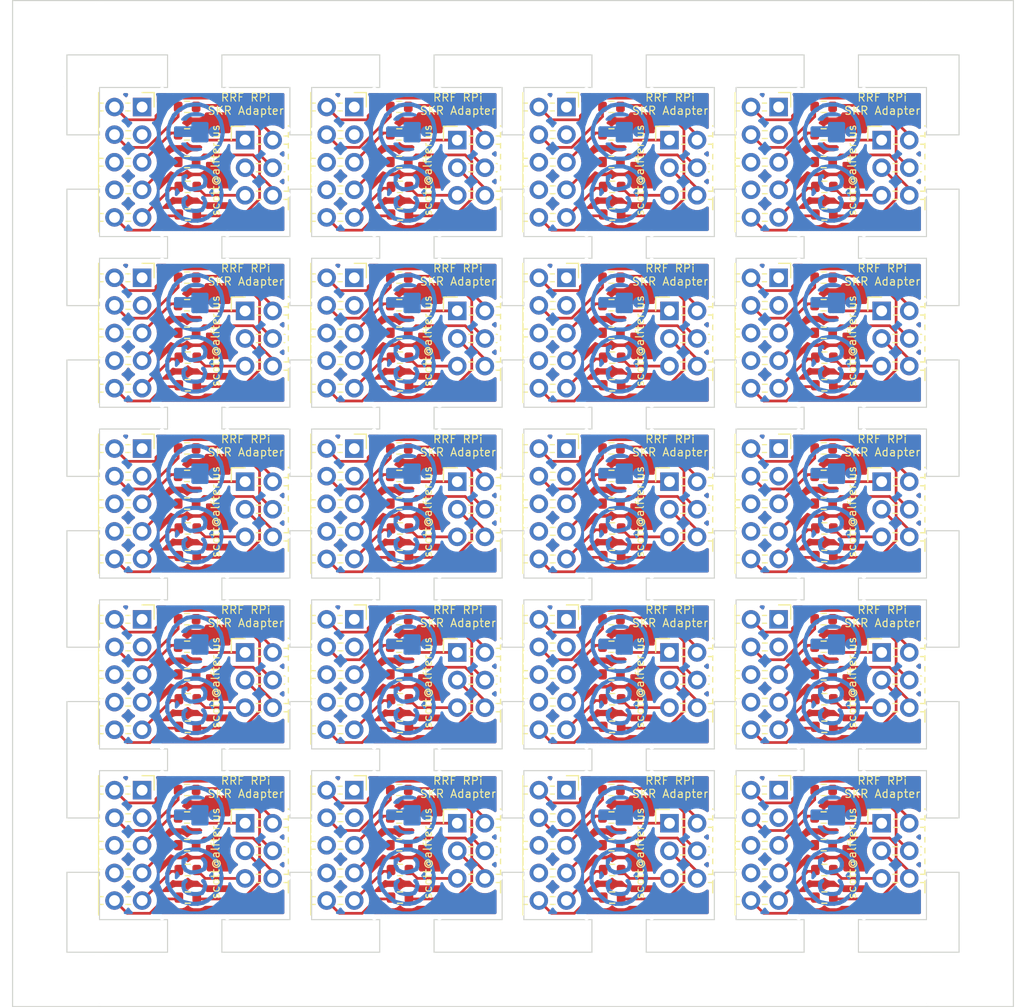
<source format=kicad_pcb>
(kicad_pcb (version 20211014) (generator pcbnew)
  (title_block (date "2022-08-19"))
  (layers (0 "F.Cu" signal) (31 "B.Cu" signal) (34 "B.Paste" user) (35 "F.Paste" user) (36 "B.SilkS" user "B.Silkscreen") (37 "F.SilkS" user "F.Silkscreen") (38 "B.Mask" user) (39 "F.Mask" user) (44 "Edge.Cuts" user))
  (net 0 "")
  (net 1 "Board_0-BCM25")
  (net 2 "Board_0-GND")
  (net 3 "Board_0-PB12")
  (net 4 "Board_0-PB13")
  (net 5 "Board_0-PB14")
  (net 6 "Board_0-PB15")
  (net 7 "Board_0-PF11")
  (net 8 "Board_0-PF12")
  (net 9 "Board_0-PF13")
  (net 10 "Board_0-PG10")
  (net 11 "Board_0-RST")
  (net 12 "Board_0-SPI0_CE")
  (net 13 "Board_0-SPI0_CLK")
  (net 14 "Board_0-SPI0_MISO")
  (net 15 "Board_0-SPI0_MOSI")
  (net 16 "Board_1-BCM25")
  (net 17 "Board_1-GND")
  (net 18 "Board_1-PB12")
  (net 19 "Board_1-PB13")
  (net 20 "Board_1-PB14")
  (net 21 "Board_1-PB15")
  (net 22 "Board_1-PF11")
  (net 23 "Board_1-PF12")
  (net 24 "Board_1-PF13")
  (net 25 "Board_1-PG10")
  (net 26 "Board_1-RST")
  (net 27 "Board_1-SPI0_CE")
  (net 28 "Board_1-SPI0_CLK")
  (net 29 "Board_1-SPI0_MISO")
  (net 30 "Board_1-SPI0_MOSI")
  (net 31 "Board_2-BCM25")
  (net 32 "Board_2-GND")
  (net 33 "Board_2-PB12")
  (net 34 "Board_2-PB13")
  (net 35 "Board_2-PB14")
  (net 36 "Board_2-PB15")
  (net 37 "Board_2-PF11")
  (net 38 "Board_2-PF12")
  (net 39 "Board_2-PF13")
  (net 40 "Board_2-PG10")
  (net 41 "Board_2-RST")
  (net 42 "Board_2-SPI0_CE")
  (net 43 "Board_2-SPI0_CLK")
  (net 44 "Board_2-SPI0_MISO")
  (net 45 "Board_2-SPI0_MOSI")
  (net 46 "Board_3-BCM25")
  (net 47 "Board_3-GND")
  (net 48 "Board_3-PB12")
  (net 49 "Board_3-PB13")
  (net 50 "Board_3-PB14")
  (net 51 "Board_3-PB15")
  (net 52 "Board_3-PF11")
  (net 53 "Board_3-PF12")
  (net 54 "Board_3-PF13")
  (net 55 "Board_3-PG10")
  (net 56 "Board_3-RST")
  (net 57 "Board_3-SPI0_CE")
  (net 58 "Board_3-SPI0_CLK")
  (net 59 "Board_3-SPI0_MISO")
  (net 60 "Board_3-SPI0_MOSI")
  (net 61 "Board_4-BCM25")
  (net 62 "Board_4-GND")
  (net 63 "Board_4-PB12")
  (net 64 "Board_4-PB13")
  (net 65 "Board_4-PB14")
  (net 66 "Board_4-PB15")
  (net 67 "Board_4-PF11")
  (net 68 "Board_4-PF12")
  (net 69 "Board_4-PF13")
  (net 70 "Board_4-PG10")
  (net 71 "Board_4-RST")
  (net 72 "Board_4-SPI0_CE")
  (net 73 "Board_4-SPI0_CLK")
  (net 74 "Board_4-SPI0_MISO")
  (net 75 "Board_4-SPI0_MOSI")
  (net 76 "Board_5-BCM25")
  (net 77 "Board_5-GND")
  (net 78 "Board_5-PB12")
  (net 79 "Board_5-PB13")
  (net 80 "Board_5-PB14")
  (net 81 "Board_5-PB15")
  (net 82 "Board_5-PF11")
  (net 83 "Board_5-PF12")
  (net 84 "Board_5-PF13")
  (net 85 "Board_5-PG10")
  (net 86 "Board_5-RST")
  (net 87 "Board_5-SPI0_CE")
  (net 88 "Board_5-SPI0_CLK")
  (net 89 "Board_5-SPI0_MISO")
  (net 90 "Board_5-SPI0_MOSI")
  (net 91 "Board_6-BCM25")
  (net 92 "Board_6-GND")
  (net 93 "Board_6-PB12")
  (net 94 "Board_6-PB13")
  (net 95 "Board_6-PB14")
  (net 96 "Board_6-PB15")
  (net 97 "Board_6-PF11")
  (net 98 "Board_6-PF12")
  (net 99 "Board_6-PF13")
  (net 100 "Board_6-PG10")
  (net 101 "Board_6-RST")
  (net 102 "Board_6-SPI0_CE")
  (net 103 "Board_6-SPI0_CLK")
  (net 104 "Board_6-SPI0_MISO")
  (net 105 "Board_6-SPI0_MOSI")
  (net 106 "Board_7-BCM25")
  (net 107 "Board_7-GND")
  (net 108 "Board_7-PB12")
  (net 109 "Board_7-PB13")
  (net 110 "Board_7-PB14")
  (net 111 "Board_7-PB15")
  (net 112 "Board_7-PF11")
  (net 113 "Board_7-PF12")
  (net 114 "Board_7-PF13")
  (net 115 "Board_7-PG10")
  (net 116 "Board_7-RST")
  (net 117 "Board_7-SPI0_CE")
  (net 118 "Board_7-SPI0_CLK")
  (net 119 "Board_7-SPI0_MISO")
  (net 120 "Board_7-SPI0_MOSI")
  (net 121 "Board_8-BCM25")
  (net 122 "Board_8-GND")
  (net 123 "Board_8-PB12")
  (net 124 "Board_8-PB13")
  (net 125 "Board_8-PB14")
  (net 126 "Board_8-PB15")
  (net 127 "Board_8-PF11")
  (net 128 "Board_8-PF12")
  (net 129 "Board_8-PF13")
  (net 130 "Board_8-PG10")
  (net 131 "Board_8-RST")
  (net 132 "Board_8-SPI0_CE")
  (net 133 "Board_8-SPI0_CLK")
  (net 134 "Board_8-SPI0_MISO")
  (net 135 "Board_8-SPI0_MOSI")
  (net 136 "Board_9-BCM25")
  (net 137 "Board_9-GND")
  (net 138 "Board_9-PB12")
  (net 139 "Board_9-PB13")
  (net 140 "Board_9-PB14")
  (net 141 "Board_9-PB15")
  (net 142 "Board_9-PF11")
  (net 143 "Board_9-PF12")
  (net 144 "Board_9-PF13")
  (net 145 "Board_9-PG10")
  (net 146 "Board_9-RST")
  (net 147 "Board_9-SPI0_CE")
  (net 148 "Board_9-SPI0_CLK")
  (net 149 "Board_9-SPI0_MISO")
  (net 150 "Board_9-SPI0_MOSI")
  (net 151 "Board_10-BCM25")
  (net 152 "Board_10-GND")
  (net 153 "Board_10-PB12")
  (net 154 "Board_10-PB13")
  (net 155 "Board_10-PB14")
  (net 156 "Board_10-PB15")
  (net 157 "Board_10-PF11")
  (net 158 "Board_10-PF12")
  (net 159 "Board_10-PF13")
  (net 160 "Board_10-PG10")
  (net 161 "Board_10-RST")
  (net 162 "Board_10-SPI0_CE")
  (net 163 "Board_10-SPI0_CLK")
  (net 164 "Board_10-SPI0_MISO")
  (net 165 "Board_10-SPI0_MOSI")
  (net 166 "Board_11-BCM25")
  (net 167 "Board_11-GND")
  (net 168 "Board_11-PB12")
  (net 169 "Board_11-PB13")
  (net 170 "Board_11-PB14")
  (net 171 "Board_11-PB15")
  (net 172 "Board_11-PF11")
  (net 173 "Board_11-PF12")
  (net 174 "Board_11-PF13")
  (net 175 "Board_11-PG10")
  (net 176 "Board_11-RST")
  (net 177 "Board_11-SPI0_CE")
  (net 178 "Board_11-SPI0_CLK")
  (net 179 "Board_11-SPI0_MISO")
  (net 180 "Board_11-SPI0_MOSI")
  (net 181 "Board_12-BCM25")
  (net 182 "Board_12-GND")
  (net 183 "Board_12-PB12")
  (net 184 "Board_12-PB13")
  (net 185 "Board_12-PB14")
  (net 186 "Board_12-PB15")
  (net 187 "Board_12-PF11")
  (net 188 "Board_12-PF12")
  (net 189 "Board_12-PF13")
  (net 190 "Board_12-PG10")
  (net 191 "Board_12-RST")
  (net 192 "Board_12-SPI0_CE")
  (net 193 "Board_12-SPI0_CLK")
  (net 194 "Board_12-SPI0_MISO")
  (net 195 "Board_12-SPI0_MOSI")
  (net 196 "Board_13-BCM25")
  (net 197 "Board_13-GND")
  (net 198 "Board_13-PB12")
  (net 199 "Board_13-PB13")
  (net 200 "Board_13-PB14")
  (net 201 "Board_13-PB15")
  (net 202 "Board_13-PF11")
  (net 203 "Board_13-PF12")
  (net 204 "Board_13-PF13")
  (net 205 "Board_13-PG10")
  (net 206 "Board_13-RST")
  (net 207 "Board_13-SPI0_CE")
  (net 208 "Board_13-SPI0_CLK")
  (net 209 "Board_13-SPI0_MISO")
  (net 210 "Board_13-SPI0_MOSI")
  (net 211 "Board_14-BCM25")
  (net 212 "Board_14-GND")
  (net 213 "Board_14-PB12")
  (net 214 "Board_14-PB13")
  (net 215 "Board_14-PB14")
  (net 216 "Board_14-PB15")
  (net 217 "Board_14-PF11")
  (net 218 "Board_14-PF12")
  (net 219 "Board_14-PF13")
  (net 220 "Board_14-PG10")
  (net 221 "Board_14-RST")
  (net 222 "Board_14-SPI0_CE")
  (net 223 "Board_14-SPI0_CLK")
  (net 224 "Board_14-SPI0_MISO")
  (net 225 "Board_14-SPI0_MOSI")
  (net 226 "Board_15-BCM25")
  (net 227 "Board_15-GND")
  (net 228 "Board_15-PB12")
  (net 229 "Board_15-PB13")
  (net 230 "Board_15-PB14")
  (net 231 "Board_15-PB15")
  (net 232 "Board_15-PF11")
  (net 233 "Board_15-PF12")
  (net 234 "Board_15-PF13")
  (net 235 "Board_15-PG10")
  (net 236 "Board_15-RST")
  (net 237 "Board_15-SPI0_CE")
  (net 238 "Board_15-SPI0_CLK")
  (net 239 "Board_15-SPI0_MISO")
  (net 240 "Board_15-SPI0_MOSI")
  (net 241 "Board_16-BCM25")
  (net 242 "Board_16-GND")
  (net 243 "Board_16-PB12")
  (net 244 "Board_16-PB13")
  (net 245 "Board_16-PB14")
  (net 246 "Board_16-PB15")
  (net 247 "Board_16-PF11")
  (net 248 "Board_16-PF12")
  (net 249 "Board_16-PF13")
  (net 250 "Board_16-PG10")
  (net 251 "Board_16-RST")
  (net 252 "Board_16-SPI0_CE")
  (net 253 "Board_16-SPI0_CLK")
  (net 254 "Board_16-SPI0_MISO")
  (net 255 "Board_16-SPI0_MOSI")
  (net 256 "Board_17-BCM25")
  (net 257 "Board_17-GND")
  (net 258 "Board_17-PB12")
  (net 259 "Board_17-PB13")
  (net 260 "Board_17-PB14")
  (net 261 "Board_17-PB15")
  (net 262 "Board_17-PF11")
  (net 263 "Board_17-PF12")
  (net 264 "Board_17-PF13")
  (net 265 "Board_17-PG10")
  (net 266 "Board_17-RST")
  (net 267 "Board_17-SPI0_CE")
  (net 268 "Board_17-SPI0_CLK")
  (net 269 "Board_17-SPI0_MISO")
  (net 270 "Board_17-SPI0_MOSI")
  (net 271 "Board_18-BCM25")
  (net 272 "Board_18-GND")
  (net 273 "Board_18-PB12")
  (net 274 "Board_18-PB13")
  (net 275 "Board_18-PB14")
  (net 276 "Board_18-PB15")
  (net 277 "Board_18-PF11")
  (net 278 "Board_18-PF12")
  (net 279 "Board_18-PF13")
  (net 280 "Board_18-PG10")
  (net 281 "Board_18-RST")
  (net 282 "Board_18-SPI0_CE")
  (net 283 "Board_18-SPI0_CLK")
  (net 284 "Board_18-SPI0_MISO")
  (net 285 "Board_18-SPI0_MOSI")
  (net 286 "Board_19-BCM25")
  (net 287 "Board_19-GND")
  (net 288 "Board_19-PB12")
  (net 289 "Board_19-PB13")
  (net 290 "Board_19-PB14")
  (net 291 "Board_19-PB15")
  (net 292 "Board_19-PF11")
  (net 293 "Board_19-PF12")
  (net 294 "Board_19-PF13")
  (net 295 "Board_19-PG10")
  (net 296 "Board_19-RST")
  (net 297 "Board_19-SPI0_CE")
  (net 298 "Board_19-SPI0_CLK")
  (net 299 "Board_19-SPI0_MISO")
  (net 300 "Board_19-SPI0_MOSI")
  (footprint "NPTH" (layer "F.Cu") (at 28.76 83.67)
    (fp_text reference "REF**" hide)
    (fp_text value "NPTH" hide)
  )
  (footprint "NPTH" (layer "F.Cu") (at 62.25 27.86)
    (fp_text reference "REF**" hide)
    (fp_text value "NPTH" hide)
  )
  (footprint "NPTH" (layer "F.Cu") (at 69.815 36.52)
    (fp_text reference "REF**" hide)
    (fp_text value "NPTH" hide)
  )
  (footprint "Resistor_SMD:R_0603_1608Metric" (layer "F.Cu") (at 31.062 90.184 180)
    (fp_text reference "R1" hide)
    (fp_text value "100")
  )
  (footprint "Resistor_SMD:R_0603_1608Metric" (layer "F.Cu") (at 31.062 45.576 180)
    (fp_text reference "R4" hide)
    (fp_text value "100")
  )
  (footprint "NPTH" (layer "F.Cu") (at 34.76 36.52)
    (fp_text reference "REF**" hide)
    (fp_text value "NPTH" hide)
  )
  (footprint "Connector_PinHeader_2.54mm:PinHeader_2x03_P2.54mm_Horizontal" (layer "F.Cu") (at 36.397 74.991)
    (fp_text reference "J1" hide)
    (fp_text value "RPi GPIO")
  )
  (footprint "NPTH" (layer "F.Cu") (at 40.32 32.86)
    (fp_text reference "REF**" hide)
    (fp_text value "NPTH" hide)
  )
  (footprint "NPTH" (layer "F.Cu") (at 81.78 46.575)
    (fp_text reference "REF**" hide)
    (fp_text value "NPTH" hide)
  )
  (footprint "NPTH" (layer "F.Cu") (at 88.34 23.2)
    (fp_text reference "REF**" hide)
    (fp_text value "NPTH" hide)
  )
  (footprint "NPTH" (layer "F.Cu") (at 48.285 86.07)
    (fp_text reference "REF**" hide)
    (fp_text value "NPTH" hide)
  )
  (footprint "NPTH" (layer "F.Cu") (at 30.76 83.67)
    (fp_text reference "REF**" hide)
    (fp_text value "NPTH" hide)
  )
  (footprint "NPTH" (layer "F.Cu") (at 49.285 52.23)
    (fp_text reference "REF**" hide)
    (fp_text value "NPTH" hide)
  )
  (footprint "NPTH" (layer "F.Cu") (at 23.2 44.575)
    (fp_text reference "REF**" hide)
    (fp_text value "NPTH" hide)
  )
  (footprint "NPTH" (layer "F.Cu") (at 40.32 58.29)
    (fp_text reference "REF**" hide)
    (fp_text value "NPTH" hide)
  )
  (footprint "NPTH" (layer "F.Cu") (at 62.25 45.575)
    (fp_text reference "REF**" hide)
    (fp_text value "NPTH" hide)
  )
  (footprint "NPTH" (layer "F.Cu") (at 79.38 95.725)
    (fp_text reference "REF**" hide)
    (fp_text value "NPTH" hide)
  )
  (footprint "Resistor_SMD:R_0603_1608Metric" (layer "F.Cu") (at 89.64 56.212 180)
    (fp_text reference "R5" hide)
    (fp_text value "100")
  )
  (footprint "NPTH" (layer "F.Cu") (at 40.32 27.86)
    (fp_text reference "REF**" hide)
    (fp_text value "NPTH" hide)
  )
  (footprint "NPTH" (layer "F.Cu") (at 62.25 32.86)
    (fp_text reference "REF**" hide)
    (fp_text value "NPTH" hide)
  )
  (footprint "NPTH" (layer "F.Cu") (at 32.76 52.23)
    (fp_text reference "REF**" hide)
    (fp_text value "NPTH" hide)
  )
  (footprint "Resistor_SMD:R_0603_1608Metric" (layer "F.Cu") (at 70.114 24.78 180)
    (fp_text reference "R5" hide)
    (fp_text value "100")
  )
  (footprint "NPTH" (layer "F.Cu") (at 33.76 36.52)
    (fp_text reference "REF**" hide)
    (fp_text value "NPTH" hide)
  )
  (footprint "NPTH" (layer "F.Cu") (at 54.285 38.92)
    (fp_text reference "REF**" hide)
    (fp_text value "NPTH" hide)
  )
  (footprint "NPTH" (layer "F.Cu") (at 91.34 70.35)
    (fp_text reference "REF**" hide)
    (fp_text value "NPTH" hide)
  )
  (footprint "NPTH" (layer "F.Cu") (at 103.6 23)
    (fp_text reference "REF**" hide)
    (fp_text value "NPTH" hide)
  )
  (footprint "NPTH" (layer "F.Cu") (at 59.85 61.29)
    (fp_text reference "REF**" hide)
    (fp_text value "NPTH" hide)
  )
  (footprint "Connector_PinHeader_2.54mm:PinHeader_2x03_P2.54mm_Horizontal" (layer "F.Cu") (at 75.449 74.991)
    (fp_text reference "J1" hide)
    (fp_text value "RPi GPIO")
  )
  (footprint "NPTH" (layer "F.Cu") (at 62.25 62.29)
    (fp_text reference "REF**" hide)
    (fp_text value "NPTH" hide)
  )
  (footprint "NPTH" (layer "F.Cu") (at 40.32 91.725)
    (fp_text reference "REF**" hide)
    (fp_text value "NPTH" hide)
  )
  (footprint "NPTH" (layer "F.Cu") (at 90.34 54.63)
    (fp_text reference "REF**" hide)
    (fp_text value "NPTH" hide)
  )
  (footprint "NPTH" (layer "F.Cu") (at 68.815 99.38)
    (fp_text reference "REF**" hide)
    (fp_text value "NPTH" hide)
  )
  (footprint "NPTH" (layer "F.Cu") (at 23.2 26.86)
    (fp_text reference "REF**" hide)
    (fp_text value "NPTH" hide)
  )
  (footprint "Resistor_SMD:R_0603_1608Metric" (layer "F.Cu") (at 50.651 34.686 180)
    (fp_text reference "R2" hide)
    (fp_text value "100")
  )
  (footprint "NPTH" (layer "F.Cu") (at 53.285 52.23)
    (fp_text reference "REF**" hide)
    (fp_text value "NPTH" hide)
  )
  (footprint "Connector_PinSocket_2.54mm:PinSocket_2x05_P2.54mm_Horizontal" (layer "F.Cu") (at 65.969 87.662)
    (fp_text reference "J2" hide)
    (fp_text value "SKR EXP2")
  )
  (footprint "NPTH" (layer "F.Cu") (at 54.285 36.52)
    (fp_text reference "REF**" hide)
    (fp_text value "NPTH" hide)
  )
  (footprint "NPTH" (layer "F.Cu") (at 23.2 31.86)
    (fp_text reference "REF**" hide)
    (fp_text value "NPTH" hide)
  )
  (footprint "NPTH" (layer "F.Cu") (at 89.34 23.2)
    (fp_text reference "REF**" hide)
    (fp_text value "NPTH" hide)
  )
  (footprint "NPTH" (layer "F.Cu") (at 50.285 36.52)
    (fp_text reference "REF**" hide)
    (fp_text value "NPTH" hide)
  )
  (footprint "NPTH" (layer "F.Cu") (at 69.815 38.92)
    (fp_text reference "REF**" hide)
    (fp_text value "NPTH" hide)
  )
  (footprint "NPTH" (layer "F.Cu") (at 23.2 32.86)
    (fp_text reference "REF**" hide)
    (fp_text value "NPTH" hide)
  )
  (footprint "Resistor_SMD:R_0603_1608Metric" (layer "F.Cu") (at 50.588 56.212 180)
    (fp_text reference "R5" hide)
    (fp_text value "100")
  )
  (footprint "NPTH" (layer "F.Cu") (at 23 16.5)
    (fp_text reference "REF**" hide)
    (fp_text value "NPTH" hide)
  )
  (footprint "NPTH" (layer "F.Cu") (at 19.5 99.58)
    (fp_text reference "REF**" hide)
    (fp_text value "NPTH" hide)
  )
  (footprint "NPTH" (layer "F.Cu") (at 50.285 38.92)
    (fp_text reference "REF**" hide)
    (fp_text value "NPTH" hide)
  )
  (footprint "Resistor_SMD:R_0603_1608Metric" (layer "F.Cu") (at 31.062 56.212 180)
    (fp_text reference "R5" hide)
    (fp_text value "100")
  )
  (footprint "NPTH" (layer "F.Cu") (at 79.38 94.725)
    (fp_text reference "REF**" hide)
    (fp_text value "NPTH" hide)
  )
  (footprint "NPTH" (layer "F.Cu") (at 53.285 99.38)
    (fp_text reference "REF**" hide)
    (fp_text value "NPTH" hide)
  )
  (footprint "NPTH" (layer "F.Cu") (at 40.32 44.575)
    (fp_text reference "REF**" hide)
    (fp_text value "NPTH" hide)
  )
  (footprint "NPTH" (layer "F.Cu") (at 98.9 29.86)
    (fp_text reference "REF**" hide)
    (fp_text value "NPTH" hide)
  )
  (footprint "NPTH" (layer "F.Cu") (at 30.76 36.52)
    (fp_text reference "REF**" hide)
    (fp_text value "NPTH" hide)
  )
  (footprint "NPTH" (layer "F.Cu") (at 106.6 99.58)
    (fp_text reference "REF**" hide)
    (fp_text value "NPTH" hide)
  )
  (footprint "NPTH" (layer "F.Cu") (at 42.72 92.725)
    (fp_text reference "REF**" hide)
    (fp_text value "NPTH" hide)
  )
  (footprint "NPTH" (layer "F.Cu") (at 62.25 77.01)
    (fp_text reference "REF**" hide)
    (fp_text value "NPTH" hide)
  )
  (footprint "Connector_PinHeader_2.54mm:PinHeader_2x03_P2.54mm_Horizontal" (layer "F.Cu") (at 94.975 43.559)
    (fp_text reference "J1" hide)
    (fp_text value "RPi GPIO")
  )
  (footprint "NPTH" (layer "F.Cu") (at 51.285 86.07)
    (fp_text reference "REF**" hide)
    (fp_text value "NPTH" hide)
  )
  (footprint "NPTH" (layer "F.Cu") (at 40.32 26.86)
    (fp_text reference "REF**" hide)
    (fp_text value "NPTH" hide)
  )
  (footprint "NPTH" (layer "F.Cu") (at 34.76 23.2)
    (fp_text reference "REF**" hide)
    (fp_text value "NPTH" hide)
  )
  (footprint "NPTH" (layer "F.Cu") (at 62.25 28.86)
    (fp_text reference "REF**" hide)
    (fp_text value "NPTH" hide)
  )
  (footprint "Resistor_SMD:R_0603_1608Metric" (layer "F.Cu") (at 89.703 50.402 180)
    (fp_text reference "R2" hide)
    (fp_text value "100")
  )
  (footprint "NPTH" (layer "F.Cu") (at 71.815 52.23)
    (fp_text reference "REF**" hide)
    (fp_text value "NPTH" hide)
  )
  (footprint "NPTH" (layer "F.Cu") (at 92.34 54.63)
    (fp_text reference "REF**" hide)
    (fp_text value "NPTH" hide)
  )
  (footprint "Resistor_SMD:R_0603_1608Metric" (layer "F.Cu") (at 70.177 79.294 180)
    (fp_text reference "R3" hide)
    (fp_text value "100")
  )
  (footprint "Connector_PinSocket_2.54mm:PinSocket_2x05_P2.54mm_Horizontal" (layer "F.Cu") (at 85.495 71.946)
    (fp_text reference "J2" hide)
    (fp_text value "SKR EXP2")
  )
  (footprint "NPTH" (layer "F.Cu") (at 68.815 38.92)
    (fp_text reference "REF**" hide)
    (fp_text value "NPTH" hide)
  )
  (footprint "Connector_PinHeader_2.54mm:PinHeader_2x03_P2.54mm_Horizontal" (layer "F.Cu") (at 75.449 27.843)
    (fp_text reference "J1" hide)
    (fp_text value "RPi GPIO")
  )
  (footprint "NPTH" (layer "F.Cu") (at 62.25 79.01)
    (fp_text reference "REF**" hide)
    (fp_text value "NPTH" hide)
  )
  (footprint "NPTH" (layer "F.Cu") (at 42.72 78.01)
    (fp_text reference "REF**" hide)
    (fp_text value "NPTH" hide)
  )
  (footprint "NPTH" (layer "F.Cu") (at 69.815 70.35)
    (fp_text reference "REF**" hide)
    (fp_text value "NPTH" hide)
  )
  (footprint "NPTH" (layer "F.Cu") (at 49.285 36.52)
    (fp_text reference "REF**" hide)
    (fp_text value "NPTH" hide)
  )
  (footprint "Resistor_SMD:R_0603_1608Metric" (layer "F.Cu") (at 89.703 79.294 180)
    (fp_text reference "R3" hide)
    (fp_text value "100")
  )
  (footprint "NPTH" (layer "F.Cu") (at 91.34 86.07)
    (fp_text reference "REF**" hide)
    (fp_text value "NPTH" hide)
  )
  (footprint "NPTH" (layer "F.Cu") (at 72.815 67.95)
    (fp_text reference "REF**" hide)
    (fp_text value "NPTH" hide)
  )
  (footprint "Connector_PinSocket_2.54mm:PinSocket_2x05_P2.54mm_Horizontal" (layer "F.Cu") (at 46.443 87.662)
    (fp_text reference "J2" hide)
    (fp_text value "SKR EXP2")
  )
  (footprint "Connector_PinHeader_2.54mm:PinHeader_2x03_P2.54mm_Horizontal" (layer "F.Cu") (at 36.397 27.843)
    (fp_text reference "J1" hide)
    (fp_text value "RPi GPIO")
  )
  (footprint "NPTH" (layer "F.Cu") (at 62.25 30.86)
    (fp_text reference "REF**" hide)
    (fp_text value "NPTH" hide)
  )
  (footprint "NPTH" (layer "F.Cu") (at 93.34 83.67)
    (fp_text reference "REF**" hide)
    (fp_text value "NPTH" hide)
  )
  (footprint "NPTH" (layer "F.Cu") (at 70.815 99.38)
    (fp_text reference "REF**" hide)
    (fp_text value "NPTH" hide)
  )
  (footprint "Resistor_SMD:R_0603_1608Metric" (layer "F.Cu") (at 31.062 27.32 180)
    (fp_text reference "R1" hide)
    (fp_text value "100")
  )
  (footprint "NPTH" (layer "F.Cu") (at 62.25 59.29)
    (fp_text reference "REF**" hide)
    (fp_text value "NPTH" hide)
  )
  (footprint "Resistor_SMD:R_0603_1608Metric" (layer "F.Cu") (at 89.64 87.644 180)
    (fp_text reference "R5" hide)
    (fp_text value "100")
  )
  (footprint "NPTH" (layer "F.Cu") (at 62.25 90.725)
    (fp_text reference "REF**" hide)
    (fp_text value "NPTH" hide)
  )
  (footprint "Resistor_SMD:R_0603_1608Metric" (layer "F.Cu") (at 89.703 95.01 180)
    (fp_text reference "R3" hide)
    (fp_text value "100")
  )
  (footprint "NPTH" (layer "F.Cu") (at 81.78 64.29)
    (fp_text reference "REF**" hide)
    (fp_text value "NPTH" hide)
  )
  (footprint "NPTH" (layer "F.Cu") (at 87.34 83.67)
    (fp_text reference "REF**" hide)
    (fp_text value "NPTH" hide)
  )
  (footprint "Resistor_SMD:R_0603_1608Metric" (layer "F.Cu") (at 50.588 24.78 180)
    (fp_text reference "R5" hide)
    (fp_text value "100")
  )
  (footprint "NPTH" (layer "F.Cu") (at 67.815 99.38)
    (fp_text reference "REF**" hide)
    (fp_text value "NPTH" hide)
  )
  (footprint "NPTH" (layer "F.Cu") (at 81.78 26.86)
    (fp_text reference "REF**" hide)
    (fp_text value "NPTH" hide)
  )
  (footprint "NPTH" (layer "F.Cu") (at 59.85 91.725)
    (fp_text reference "REF**" hide)
    (fp_text value "NPTH" hide)
  )
  (footprint "NPTH" (layer "F.Cu") (at 53.285 36.52)
    (fp_text reference "REF**" hide)
    (fp_text value "NPTH" hide)
  )
  (footprint "NPTH" (layer "F.Cu") (at 62.25 74.01)
    (fp_text reference "REF**" hide)
    (fp_text value "NPTH" hide)
  )
  (footprint "NPTH" (layer "F.Cu") (at 32.76 23.2)
    (fp_text reference "REF**" hide)
    (fp_text value "NPTH" hide)
  )
  (footprint "Connector_PinSocket_2.54mm:PinSocket_2x05_P2.54mm_Horizontal" (layer "F.Cu") (at 65.969 71.946)
    (fp_text reference "J2" hide)
    (fp_text value "SKR EXP2")
  )
  (footprint "NPTH" (layer "F.Cu") (at 16.5 99.58)
    (fp_text reference "REF**" hide)
    (fp_text value "NPTH" hide)
  )
  (footprint "NPTH" (layer "F.Cu") (at 99.1 103.08)
    (fp_text reference "REF**" hide)
    (fp_text value "NPTH" hide)
  )
  (footprint "NPTH" (layer "F.Cu") (at 49.285 83.67)
    (fp_text reference "REF**" hide)
    (fp_text value "NPTH" hide)
  )
  (footprint "NPTH" (layer "F.Cu") (at 50.285 52.23)
    (fp_text reference "REF**" hide)
    (fp_text value "NPTH" hide)
  )
  (footprint "NPTH" (layer "F.Cu") (at 81.78 44.575)
    (fp_text reference "REF**" hide)
    (fp_text value "NPTH" hide)
  )
  (footprint "NPTH" (layer "F.Cu") (at 34.76 83.67)
    (fp_text reference "REF**" hide)
    (fp_text value "NPTH" hide)
  )
  (footprint "NPTH" (layer "F.Cu") (at 105.6 23)
    (fp_text reference "REF**" hide)
    (fp_text value "NPTH" hide)
  )
  (footprint "NPTH" (layer "F.Cu") (at 62.25 61.29)
    (fp_text reference "REF**" hide)
    (fp_text value "NPTH" hide)
  )
  (footprint "NPTH" (layer "F.Cu") (at 71.815 99.38)
    (fp_text reference "REF**" hide)
    (fp_text value "NPTH" hide)
  )
  (footprint "NPTH" (layer "F.Cu") (at 92.34 67.95)
    (fp_text reference "REF**" hide)
    (fp_text value "NPTH" hide)
  )
  (footprint "NPTH" (layer "F.Cu") (at 72.815 99.38)
    (fp_text reference "REF**" hide)
    (fp_text value "NPTH" hide)
  )
  (footprint "NPTH" (layer "F.Cu") (at 40.32 60.29)
    (fp_text reference "REF**" hide)
    (fp_text value "NPTH" hide)
  )
  (footprint "Resistor_SMD:R_0603_1608Metric" (layer "F.Cu") (at 50.588 61.292 180)
    (fp_text reference "R4" hide)
    (fp_text value "100")
  )
  (footprint "Resistor_SMD:R_0603_1608Metric" (layer "F.Cu") (at 70.114 45.576 180)
    (fp_text reference "R4" hide)
    (fp_text value "100")
  )
  (footprint "NPTH" (layer "F.Cu") (at 79.38 45.575)
    (fp_text reference "REF**" hide)
    (fp_text value "NPTH" hide)
  )
  (footprint "NPTH" (layer "F.Cu") (at 62.25 76.01)
    (fp_text reference "REF**" hide)
    (fp_text value "NPTH" hide)
  )
  (footprint "NPTH" (layer "F.Cu") (at 81.78 61.29)
    (fp_text reference "REF**" hide)
    (fp_text value "NPTH" hide)
  )
  (footprint "NPTH" (layer "F.Cu") (at 23.2 93.725)
    (fp_text reference "REF**" hide)
    (fp_text value "NPTH" hide)
  )
  (footprint "NPTH" (layer "F.Cu") (at 32.76 38.92)
    (fp_text reference "REF**" hide)
    (fp_text value "NPTH" hide)
  )
  (footprint "NPTH" (layer "F.Cu") (at 40.32 79.01)
    (fp_text reference "REF**" hide)
    (fp_text value "NPTH" hide)
  )
  (footprint "NPTH" (layer "F.Cu") (at 23 104.08)
    (fp_text reference "REF**" hide)
    (fp_text value "NPTH" hide)
  )
  (footprint "Resistor_SMD:R_0603_1608Metric" (layer "F.Cu") (at 50.588 71.928 180)
    (fp_text reference "R5" hide)
    (fp_text value "100")
  )
  (footprint "NPTH" (layer "F.Cu") (at 31.76 52.23)
    (fp_text reference "REF**" hide)
    (fp_text value "NPTH" hide)
  )
  (footprint "NPTH" (layer "F.Cu") (at 59.85 60.29)
    (fp_text reference "REF**" hide)
    (fp_text value "NPTH" hide)
  )
  (footprint "NPTH" (layer "F.Cu") (at 28.76 38.92)
    (fp_text reference "REF**" hide)
    (fp_text value "NPTH" hide)
  )
  (footprint "NPTH" (layer "F.Cu") (at 23.2 77.01)
    (fp_text reference "REF**" hide)
    (fp_text value "NPTH" hide)
  )
  (footprint "NPTH" (layer "F.Cu") (at 62.25 64.29)
    (fp_text reference "REF**" hide)
    (fp_text value "NPTH" hide)
  )
  (footprint "NPTH" (layer "F.Cu") (at 79.38 62.29)
    (fp_text reference "REF**" hide)
    (fp_text value "NPTH" hide)
  )
  (footprint "NPTH" (layer "F.Cu") (at 23.2 29.86)
    (fp_text reference "REF**" hide)
    (fp_text value "NPTH" hide)
  )
  (footprint "NPTH" (layer "F.Cu") (at 98.9 59.29)
    (fp_text reference "REF**" hide)
    (fp_text value "NPTH" hide)
  )
  (footprint "NPTH" (layer "F.Cu") (at 59.85 28.86)
    (fp_text reference "REF**" hide)
    (fp_text value "NPTH" hide)
  )
  (footprint "NPTH" (layer "F.Cu") (at 87.34 52.23)
    (fp_text reference "REF**" hide)
    (fp_text value "NPTH" hide)
  )
  (footprint "NPTH" (layer "F.Cu") (at 23.2 90.725)
    (fp_text reference "REF**" hide)
    (fp_text value "NPTH" hide)
  )
  (footprint "Connector_PinSocket_2.54mm:PinSocket_2x05_P2.54mm_Horizontal" (layer "F.Cu") (at 65.969 40.514)
    (fp_text reference "J2" hide)
    (fp_text value "SKR EXP2")
  )
  (footprint "NPTH" (layer "F.Cu") (at 92.34 86.07)
    (fp_text reference "REF**" hide)
    (fp_text value "NPTH" hide)
  )
  (footprint "NPTH" (layer "F.Cu") (at 23.2 27.86)
    (fp_text reference "REF**" hide)
    (fp_text value "NPTH" hide)
  )
  (footprint "NPTH" (layer "F.Cu") (at 68.815 52.23)
    (fp_text reference "REF**" hide)
    (fp_text value "NPTH" hide)
  )
  (footprint "NPTH" (layer "F.Cu") (at 42.72 59.29)
    (fp_text reference "REF**" hide)
    (fp_text value "NPTH" hide)
  )
  (footprint "Resistor_SMD:R_0603_1608Metric" (layer "F.Cu") (at 70.177 81.834 180)
    (fp_text reference "R2" hide)
    (fp_text value "100")
  )
  (footprint "Resistor_SMD:R_0603_1608Metric" (layer "F.Cu") (at 89.703 34.686 180)
    (fp_text reference "R2" hide)
    (fp_text value "100")
  )
  (footprint "Connector_PinHeader_2.54mm:PinHeader_2x03_P2.54mm_Horizontal" (layer "F.Cu") (at 94.975 74.991)
    (fp_text reference "J1" hide)
    (fp_text value "RPi GPIO")
  )
  (footprint "Connector_PinSocket_2.54mm:PinSocket_2x05_P2.54mm_Horizontal" (layer "F.Cu") (at 46.443 40.514)
    (fp_text reference "J2" hide)
    (fp_text value "SKR EXP2")
  )
  (footprint "NPTH" (layer "F.Cu") (at 23.2 79.01)
    (fp_text reference "REF**" hide)
    (fp_text value "NPTH" hide)
  )
  (footprint "NPTH" (layer "F.Cu") (at 42.72 26.86)
    (fp_text reference "REF**" hide)
    (fp_text value "NPTH" hide)
  )
  (footprint "NPTH" (layer "F.Cu") (at 73.815 54.63)
    (fp_text reference "REF**" hide)
    (fp_text value "NPTH" hide)
  )
  (footprint "NPTH" (layer "F.Cu") (at 79.38 29.86)
    (fp_text reference "REF**" hide)
    (fp_text value "NPTH" hide)
  )
  (footprint "Connector_PinSocket_2.54mm:PinSocket_2x05_P2.54mm_Horizontal" (layer "F.Cu") (at 26.917 71.946)
    (fp_text reference "J2" hide)
    (fp_text value "SKR EXP2")
  )
  (footprint "NPTH" (layer "F.Cu") (at 42.72 44.575)
    (fp_text reference "REF**" hide)
    (fp_text value "NPTH" hide)
  )
  (footprint "NPTH" (layer "F.Cu") (at 91.34 99.38)
    (fp_text reference "REF**" hide)
    (fp_text value "NPTH" hide)
  )
  (footprint "NPTH" (layer "F.Cu") (at 93.34 23.2)
    (fp_text reference "REF**" hide)
    (fp_text value "NPTH" hide)
  )
  (footprint "Connector_PinSocket_2.54mm:PinSocket_2x05_P2.54mm_Horizontal" (layer "F.Cu") (at 85.495 24.798)
    (fp_text reference "J2" hide)
    (fp_text value "SKR EXP2")
  )
  (footprint "NPTH" (layer "F.Cu") (at 79.38 61.29)
    (fp_text reference "REF**" hide)
    (fp_text value "NPTH" hide)
  )
  (footprint "NPTH" (layer "F.Cu") (at 102.6 23)
    (fp_text reference "REF**" hide)
    (fp_text value "NPTH" hide)
  )
  (footprint "NPTH" (layer "F.Cu") (at 51.285 70.35)
    (fp_text reference "REF**" hide)
    (fp_text value "NPTH" hide)
  )
  (footprint "Resistor_SMD:R_0603_1608Metric" (layer "F.Cu") (at 70.114 92.724 180)
    (fp_text reference "R4" hide)
    (fp_text value "100")
  )
  (footprint "NPTH" (layer "F.Cu") (at 79.38 91.725)
    (fp_text reference "REF**" hide)
    (fp_text value "NPTH" hide)
  )
  (footprint "Connector_PinHeader_2.54mm:PinHeader_2x03_P2.54mm_Horizontal" (layer "F.Cu") (at 36.397 90.707)
    (fp_text reference "J1" hide)
    (fp_text value "RPi GPIO")
  )
  (footprint "NPTH" (layer "F.Cu") (at 59.85 32.86)
    (fp_text reference "REF**" hide)
    (fp_text value "NPTH" hide)
  )
  (footprint "NPTH" (layer "F.Cu") (at 40.32 59.29)
    (fp_text reference "REF**" hide)
    (fp_text value "NPTH" hide)
  )
  (footprint "NPTH" (layer "F.Cu") (at 73.815 36.52)
    (fp_text reference "REF**" hide)
    (fp_text value "NPTH" hide)
  )
  (footprint "NPTH" (layer "F.Cu") (at 79.38 27.86)
    (fp_text reference "REF**" hide)
    (fp_text value "NPTH" hide)
  )
  (footprint "NPTH" (layer "F.Cu") (at 98.9 44.575)
    (fp_text reference "REF**" hide)
    (fp_text value "NPTH" hide)
  )
  (footprint "Resistor_SMD:R_0603_1608Metric" (layer "F.Cu") (at 89.64 24.78 180)
    (fp_text reference "R5" hide)
    (fp_text value "100")
  )
  (footprint "Connector_PinHeader_2.54mm:PinHeader_2x03_P2.54mm_Horizontal" (layer "F.Cu") (at 75.449 59.275)
    (fp_text reference "J1" hide)
    (fp_text value "RPi GPIO")
  )
  (footprint "NPTH" (layer "F.Cu") (at 34.76 38.92)
    (fp_text reference "REF**" hide)
    (fp_text value "NPTH" hide)
  )
  (footprint "Resistor_SMD:R_0603_1608Metric" (layer "F.Cu") (at 50.651 32.146 180)
    (fp_text reference "R3" hide)
    (fp_text value "100")
  )
  (footprint "NPTH" (layer "F.Cu") (at 68.815 36.52)
    (fp_text reference "REF**" hide)
    (fp_text value "NPTH" hide)
  )
  (footprint "NPTH" (layer "F.Cu") (at 71.815 86.07)
    (fp_text reference "REF**" hide)
    (fp_text value "NPTH" hide)
  )
  (footprint "NPTH" (layer "F.Cu") (at 79.38 47.575)
    (fp_text reference "REF**" hide)
    (fp_text value "NPTH" hide)
  )
  (footprint "NPTH" (layer "F.Cu") (at 87.34 86.07)
    (fp_text reference "REF**" hide)
    (fp_text value "NPTH" hide)
  )
  (footprint "NPTH" (layer "F.Cu") (at 67.815 54.63)
    (fp_text reference "REF**" hide)
    (fp_text value "NPTH" hide)
  )
  (footprint "NPTH" (layer "F.Cu") (at 98.9 46.575)
    (fp_text reference "REF**" hide)
    (fp_text value "NPTH" hide)
  )
  (footprint "NPTH" (layer "F.Cu") (at 59.85 26.86)
    (fp_text reference "REF**" hide)
    (fp_text value "NPTH" hide)
  )
  (footprint "Resistor_SMD:R_0603_1608Metric" (layer "F.Cu") (at 70.114 77.008 180)
    (fp_text reference "R4" hide)
    (fp_text value "100")
  )
  (footprint "NPTH" (layer "F.Cu") (at 33.76 86.07)
    (fp_text reference "REF**" hide)
    (fp_text value "NPTH" hide)
  )
  (footprint "Resistor_SMD:R_0603_1608Metric" (layer "F.Cu") (at 70.114 29.86 180)
    (fp_text reference "R4" hide)
    (fp_text value "100")
  )
  (footprint "NPTH" (layer "F.Cu") (at 79.38 80.01)
    (fp_text reference "REF**" hide)
    (fp_text value "NPTH" hide)
  )
  (footprint "NPTH" (layer "F.Cu") (at 81.78 43.575)
    (fp_text reference "REF**" hide)
    (fp_text value "NPTH" hide)
  )
  (footprint "NPTH" (layer "F.Cu") (at 48.285 83.67)
    (fp_text reference "REF**" hide)
    (fp_text value "NPTH" hide)
  )
  (footprint "NPTH" (layer "F.Cu") (at 81.78 62.29)
    (fp_text reference "REF**" hide)
    (fp_text value "NPTH" hide)
  )
  (footprint "Resistor_SMD:R_0603_1608Metric" (layer "F.Cu") (at 50.588 87.644 180)
    (fp_text reference "R5" hide)
    (fp_text value "100")
  )
  (footprint "Connector_PinHeader_2.54mm:PinHeader_2x03_P2.54mm_Horizontal" (layer "F.Cu") (at 55.923 74.991)
    (fp_text reference "J1" hide)
    (fp_text value "RPi GPIO")
  )
  (footprint "Connector_PinSocket_2.54mm:PinSocket_2x05_P2.54mm_Horizontal" (layer "F.Cu") (at 46.443 24.798)
    (fp_text reference "J2" hide)
    (fp_text value "SKR EXP2")
  )
  (footprint "Connector_PinHeader_2.54mm:PinHeader_2x03_P2.54mm_Horizontal" (layer "F.Cu") (at 36.397 59.275)
    (fp_text reference "J1" hide)
    (fp_text value "RPi GPIO")
  )
  (footprint "NPTH" (layer "F.Cu") (at 81.78 89.725)
    (fp_text reference "REF**" hide)
    (fp_text value "NPTH" hide)
  )
  (footprint "NPTH" (layer "F.Cu") (at 32.76 67.95)
    (fp_text reference "REF**" hide)
    (fp_text value "NPTH" hide)
  )
  (footprint "NPTH" (layer "F.Cu") (at 72.815 23.2)
    (fp_text reference "REF**" hide)
    (fp_text value "NPTH" hide)
  )
  (footprint "NPTH" (layer "F.Cu") (at 59.85 63.29)
    (fp_text reference "REF**" hide)
    (fp_text value "NPTH" hide)
  )
  (footprint "NPTH" (layer "F.Cu") (at 23.2 59.29)
    (fp_text reference "REF**" hide)
    (fp_text value "NPTH" hide)
  )
  (footprint "NPTH" (layer "F.Cu") (at 93.34 36.52)
    (fp_text reference "REF**" hide)
    (fp_text value "NPTH" hide)
  )
  (footprint "NPTH" (layer "F.Cu") (at 32.76 70.35)
    (fp_text reference "REF**" hide)
    (fp_text value "NPTH" hide)
  )
  (footprint "NPTH" (layer "F.Cu") (at 42.72 77.01)
    (fp_text reference "REF**" hide)
    (fp_text value "NPTH" hide)
  )
  (footprint "NPTH" (layer "F.Cu") (at 79.38 60.29)
    (fp_text reference "REF**" hide)
    (fp_text value "NPTH" hide)
  )
  (footprint "NPTH" (layer "F.Cu") (at 72.815 54.63)
    (fp_text reference "REF**" hide)
    (fp_text value "NPTH" hide)
  )
  (footprint "NPTH" (layer "F.Cu") (at 92.34 36.52)
    (fp_text reference "REF**" hide)
    (fp_text value "NPTH" hide)
  )
  (footprint "NPTH" (layer "F.Cu") (at 91.34 83.67)
    (fp_text reference "REF**" hide)
    (fp_text value "NPTH" hide)
  )
  (footprint "NPTH" (layer "F.Cu") (at 79.38 31.86)
    (fp_text reference "REF**" hide)
    (fp_text value "NPTH" hide)
  )
  (footprint "NPTH" (layer "F.Cu") (at 87.34 54.63)
    (fp_text reference "REF**" hide)
    (fp_text value "NPTH" hide)
  )
  (footprint "NPTH" (layer "F.Cu") (at 70.815 70.35)
    (fp_text reference "REF**" hide)
    (fp_text value "NPTH" hide)
  )
  (footprint "NPTH" (layer "F.Cu") (at 90.34 38.92)
    (fp_text reference "REF**" hide)
    (fp_text value "NPTH" hide)
  )
  (footprint "NPTH" (layer "F.Cu") (at 59.85 79.01)
    (fp_text reference "REF**" hide)
    (fp_text value "NPTH" hide)
  )
  (footprint "NPTH" (layer "F.Cu") (at 93.34 67.95)
    (fp_text reference "REF**" hide)
    (fp_text value "NPTH" hide)
  )
  (footprint "NPTH" (layer "F.Cu") (at 91.34 52.23)
    (fp_text reference "REF**" hide)
    (fp_text value "NPTH" hide)
  )
  (footprint "NPTH" (layer "F.Cu") (at 59.85 92.725)
    (fp_text reference "REF**" hide)
    (fp_text value "NPTH" hide)
  )
  (footprint "NPTH" (layer "F.Cu") (at 90.34 83.67)
    (fp_text reference "REF**" hide)
    (fp_text value "NPTH" hide)
  )
  (footprint "NPTH" (layer "F.Cu") (at 99.1 104.08)
    (fp_text reference "REF**" hide)
    (fp_text value "NPTH" hide)
  )
  (footprint "NPTH" (layer "F.Cu") (at 81.78 30.86)
    (fp_text reference "REF**" hide)
    (fp_text value "NPTH" hide)
  )
  (footprint "NPTH" (layer "F.Cu") (at 90.34 86.07)
    (fp_text reference "REF**" hide)
    (fp_text value "NPTH" hide)
  )
  (footprint "NPTH" (layer "F.Cu") (at 105.6 99.58)
    (fp_text reference "REF**" hide)
    (fp_text value "NPTH" hide)
  )
  (footprint "NPTH" (layer "F.Cu") (at 23.2 78.01)
    (fp_text reference "REF**" hide)
    (fp_text value "NPTH" hide)
  )
  (footprint "NPTH" (layer "F.Cu") (at 28.76 36.52)
    (fp_text reference "REF**" hide)
    (fp_text value "NPTH" hide)
  )
  (footprint "NPTH" (layer "F.Cu") (at 93.34 54.63)
    (fp_text reference "REF**" hide)
    (fp_text value "NPTH" hide)
  )
  (footprint "Resistor_SMD:R_0603_1608Metric" (layer "F.Cu") (at 50.588 92.724 180)
    (fp_text reference "R4" hide)
    (fp_text value "100")
  )
  (footprint "NPTH" (layer "F.Cu") (at 79.38 42.575)
    (fp_text reference "REF**" hide)
    (fp_text value "NPTH" hide)
  )
  (footprint "NPTH" (layer "F.Cu") (at 79.38 46.575)
    (fp_text reference "REF**" hide)
    (fp_text value "NPTH" hide)
  )
  (footprint "NPTH" (layer "F.Cu") (at 31.76 36.52)
    (fp_text reference "REF**" hide)
    (fp_text value "NPTH" hide)
  )
  (footprint "NPTH" (layer "F.Cu") (at 34.76 67.95)
    (fp_text reference "REF**" hide)
    (fp_text value "NPTH" hide)
  )
  (footprint "NPTH" (layer "F.Cu") (at 59.85 74.01)
    (fp_text reference "REF**" hide)
    (fp_text value "NPTH" hide)
  )
  (footprint "NPTH" (layer "F.Cu") (at 81.78 92.725)
    (fp_text reference "REF**" hide)
    (fp_text value "NPTH" hide)
  )
  (footprint "NPTH" (layer "F.Cu") (at 33.76 83.67)
    (fp_text reference "REF**" hide)
    (fp_text value "NPTH" hide)
  )
  (footprint "NPTH" (layer "F.Cu") (at 29.76 83.67)
    (fp_text reference "REF**" hide)
    (fp_text value "NPTH" hide)
  )
  (footprint "NPTH" (layer "F.Cu") (at 51.285 36.52)
    (fp_text reference "REF**" hide)
    (fp_text value "NPTH" hide)
  )
  (footprint "NPTH" (layer "F.Cu") (at 90.34 70.35)
    (fp_text reference "REF**" hide)
    (fp_text value "NPTH" hide)
  )
  (footprint "NPTH" (layer "F.Cu") (at 98.9 61.29)
    (fp_text reference "REF**" hide)
    (fp_text value "NPTH" hide)
  )
  (footprint "Resistor_SMD:R_0603_1608Metric" (layer "F.Cu") (at 50.588 29.86 180)
    (fp_text reference "R4" hide)
    (fp_text value "100")
  )
  (footprint "NPTH" (layer "F.Cu") (at 68.815 70.35)
    (fp_text reference "REF**" hide)
    (fp_text value "NPTH" hide)
  )
  (footprint "NPTH" (layer "F.Cu") (at 40.32 28.86)
    (fp_text reference "REF**" hide)
    (fp_text value "NPTH" hide)
  )
  (footprint "NPTH" (layer "F.Cu") (at 69.815 67.95)
    (fp_text reference "REF**" hide)
    (fp_text value "NPTH" hide)
  )
  (footprint "NPTH" (layer "F.Cu") (at 99.1 105.08)
    (fp_text reference "REF**" hide)
    (fp_text value "NPTH" hide)
  )
  (footprint "NPTH" (layer "F.Cu") (at 62.25 63.29)
    (fp_text reference "REF**" hide)
    (fp_text value "NPTH" hide)
  )
  (footprint "NPTH" (layer "F.Cu") (at 81.78 91.725)
    (fp_text reference "REF**" hide)
    (fp_text value "NPTH" hide)
  )
  (footprint "NPTH" (layer "F.Cu") (at 23.2 63.29)
    (fp_text reference "REF**" hide)
    (fp_text value "NPTH" hide)
  )
  (footprint "NPTH" (layer "F.Cu") (at 69.815 52.23)
    (fp_text reference "REF**" hide)
    (fp_text value "NPTH" hide)
  )
  (footprint "NPTH" (layer "F.Cu") (at 99.1 16.5)
    (fp_text reference "REF**" hide)
    (fp_text value "NPTH" hide)
  )
  (footprint "Resistor_SMD:R_0603_1608Metric" (layer "F.Cu") (at 31.125 81.834 180)
    (fp_text reference "R2" hide)
    (fp_text value "100")
  )
  (footprint "NPTH" (layer "F.Cu") (at 23.2 58.29)
    (fp_text reference "REF**" hide)
    (fp_text value "NPTH" hide)
  )
  (footprint "Resistor_SMD:R_0603_1608Metric" (layer "F.Cu") (at 70.114 74.468 180)
    (fp_text reference "R1" hide)
    (fp_text value "100")
  )
  (footprint "NPTH" (layer "F.Cu") (at 67.815 83.67)
    (fp_text reference "REF**" hide)
    (fp_text value "NPTH" hide)
  )
  (footprint "NPTH" (layer "F.Cu") (at 40.32 76.01)
    (fp_text reference "REF**" hide)
    (fp_text value "NPTH" hide)
  )
  (footprint "NPTH" (layer "F.Cu") (at 53.285 54.63)
    (fp_text reference "REF**" hide)
    (fp_text value "NPTH" hide)
  )
  (footprint "NPTH" (layer "F.Cu") (at 42.72 79.01)
    (fp_text reference "REF**" hide)
    (fp_text value "NPTH" hide)
  )
  (footprint "Resistor_SMD:R_0603_1608Metric" (layer "F.Cu") (at 70.114 40.496 180)
    (fp_text reference "R5" hide)
    (fp_text value "100")
  )
  (footprint "Resistor_SMD:R_0603_1608Metric" (layer "F.Cu") (at 70.177 95.01 180)
    (fp_text reference "R3" hide)
    (fp_text value "100")
  )
  (footprint "NPTH" (layer "F.Cu") (at 90.34 23.2)
    (fp_text reference "REF**" hide)
    (fp_text value "NPTH" hide)
  )
  (footprint "NPTH" (layer "F.Cu") (at 62.25 91.725)
    (fp_text reference "REF**" hide)
    (fp_text value "NPTH" hide)
  )
  (footprint "NPTH" (layer "F.Cu") (at 48.285 23.2)
    (fp_text reference "REF**" hide)
    (fp_text value "NPTH" hide)
  )
  (footprint "NPTH" (layer "F.Cu") (at 50.285 86.07)
    (fp_text reference "REF**" hide)
    (fp_text value "NPTH" hide)
  )
  (footprint "NPTH" (layer "F.Cu") (at 42.72 31.86)
    (fp_text reference "REF**" hide)
    (fp_text value "NPTH" hide)
  )
  (footprint "NPTH" (layer "F.Cu") (at 81.78 79.01)
    (fp_text reference "REF**" hide)
    (fp_text value "NPTH" hide)
  )
  (footprint "NPTH" (layer "F.Cu") (at 93.34 38.92)
    (fp_text reference "REF**" hide)
    (fp_text value "NPTH" hide)
  )
  (footprint "NPTH" (layer "F.Cu") (at 92.34 70.35)
    (fp_text reference "REF**" hide)
    (fp_text value "NPTH" hide)
  )
  (footprint "Resistor_SMD:R_0603_1608Metric" (layer "F.Cu") (at 31.062 92.724 180)
    (fp_text reference "R4" hide)
    (fp_text value "100")
  )
  (footprint "NPTH" (layer "F.Cu") (at 23.2 80.01)
    (fp_text reference "REF**" hide)
    (fp_text value "NPTH" hide)
  )
  (footprint "NPTH" (layer "F.Cu") (at 30.76 86.07)
    (fp_text reference "REF**" hide)
    (fp_text value "NPTH" hide)
  )
  (footprint "NPTH" (layer "F.Cu") (at 23.2 46.575)
    (fp_text reference "REF**" hide)
    (fp_text value "NPTH" hide)
  )
  (footprint "Connector_PinHeader_2.54mm:PinHeader_2x03_P2.54mm_Horizontal" (layer "F.Cu") (at 36.397 43.559)
    (fp_text reference "J1" hide)
    (fp_text value "RPi GPIO")
  )
  (footprint "NPTH" (layer "F.Cu") (at 98.9 27.86)
    (fp_text reference "REF**" hide)
    (fp_text value "NPTH" hide)
  )
  (footprint "NPTH" (layer "F.Cu") (at 23 17.5)
    (fp_text reference "REF**" hide)
    (fp_text value "NPTH" hide)
  )
  (footprint "NPTH" (layer "F.Cu") (at 51.285 54.63)
    (fp_text reference "REF**" hide)
    (fp_text value "NPTH" hide)
  )
  (footprint "Resistor_SMD:R_0603_1608Metric" (layer "F.Cu") (at 89.703 66.118 180)
    (fp_text reference "R2" hide)
    (fp_text value "100")
  )
  (footprint "Resistor_SMD:R_0603_1608Metric" (layer "F.Cu") (at 31.125 63.578 180)
    (fp_text reference "R3" hide)
    (fp_text value "100")
  )
  (footprint "NPTH" (layer "F.Cu") (at 73.815 99.38)
    (fp_text reference "REF**" hide)
    (fp_text value "NPTH" hide)
  )
  (footprint "Resistor_SMD:R_0603_1608Metric" (layer "F.Cu") (at 31.062 71.928 180)
    (fp_text reference "R5" hide)
    (fp_text value "100")
  )
  (footprint "NPTH" (layer "F.Cu") (at 29.76 99.38)
    (fp_text reference "REF**" hide)
    (fp_text value "NPTH" hide)
  )
  (footprint "Resistor_SMD:R_0603_1608Metric" (layer "F.Cu") (at 31.062 43.036 180)
    (fp_text reference "R1" hide)
    (fp_text value "100")
  )
  (footprint "NPTH" (layer "F.Cu") (at 33.76 52.23)
    (fp_text reference "REF**" hide)
    (fp_text value "NPTH" hide)
  )
  (footprint "NPTH" (layer "F.Cu") (at 49.285 70.35)
    (fp_text reference "REF**" hide)
    (fp_text value "NPTH" hide)
  )
  (footprint "Resistor_SMD:R_0603_1608Metric" (layer "F.Cu") (at 31.062 40.496 180)
    (fp_text reference "R5" hide)
    (fp_text value "100")
  )
  (footprint "NPTH" (layer "F.Cu") (at 91.34 67.95)
    (fp_text reference "REF**" hide)
    (fp_text value "NPTH" hide)
  )
  (footprint "NPTH" (layer "F.Cu") (at 70.815 38.92)
    (fp_text reference "REF**" hide)
    (fp_text value "NPTH" hide)
  )
  (footprint "Resistor_SMD:R_0603_1608Metric" (layer "F.Cu") (at 50.588 74.468 180)
    (fp_text reference "R1" hide)
    (fp_text value "100")
  )
  (footprint "NPTH" (layer "F.Cu") (at 81.78 47.575)
    (fp_text reference "REF**" hide)
    (fp_text value "NPTH" hide)
  )
  (footprint "NPTH" (layer "F.Cu") (at 79.38 89.725)
    (fp_text reference "REF**" hide)
    (fp_text value "NPTH" hide)
  )
  (footprint "NPTH" (layer "F.Cu") (at 40.32 64.29)
    (fp_text reference "REF**" hide)
    (fp_text value "NPTH" hide)
  )
  (footprint "NPTH" (layer "F.Cu") (at 23.2 30.86)
    (fp_text reference "REF**" hide)
    (fp_text value "NPTH" hide)
  )
  (footprint "NPTH" (layer "F.Cu") (at 81.78 77.01)
    (fp_text reference "REF**" hide)
    (fp_text value "NPTH" hide)
  )
  (footprint "NPTH" (layer "F.Cu") (at 52.285 38.92)
    (fp_text reference "REF**" hide)
    (fp_text value "NPTH" hide)
  )
  (footprint "NPTH" (layer "F.Cu") (at 59.85 31.86)
    (fp_text reference "REF**" hide)
    (fp_text value "NPTH" hide)
  )
  (footprint "NPTH" (layer "F.Cu") (at 91.34 54.63)
    (fp_text reference "REF**" hide)
    (fp_text value "NPTH" hide)
  )
  (footprint "NPTH" (layer "F.Cu") (at 72.815 38.92)
    (fp_text reference "REF**" hide)
    (fp_text value "NPTH" hide)
  )
  (footprint "NPTH" (layer "F.Cu") (at 54.285 86.07)
    (fp_text reference "REF**" hide)
    (fp_text value "NPTH" hide)
  )
  (footprint "NPTH" (layer "F.Cu") (at 48.285 54.63)
    (fp_text reference "REF**" hide)
    (fp_text value "NPTH" hide)
  )
  (footprint "NPTH" (layer "F.Cu") (at 98.9 45.575)
    (fp_text reference "REF**" hide)
    (fp_text value "NPTH" hide)
  )
  (footprint "NPTH" (layer "F.Cu") (at 73.815 23.2)
    (fp_text reference "REF**" hide)
    (fp_text value "NPTH" hide)
  )
  (footprint "NPTH" (layer "F.Cu") (at 42.72 43.575)
    (fp_text reference "REF**" hide)
    (fp_text value "NPTH" hide)
  )
  (footprint "NPTH" (layer "F.Cu") (at 92.34 23.2)
    (fp_text reference "REF**" hide)
    (fp_text value "NPTH" hide)
  )
  (footprint "NPTH" (layer "F.Cu") (at 40.32 90.725)
    (fp_text reference "REF**" hide)
    (fp_text value "NPTH" hide)
  )
  (footprint "NPTH" (layer "F.Cu") (at 15.5 23)
    (fp_text reference "REF**" hide)
    (fp_text value "NPTH" hide)
  )
  (footprint "Resistor_SMD:R_0603_1608Metric" (layer "F.Cu") (at 70.177 32.146 180)
    (fp_text reference "R3" hide)
    (fp_text value "100")
  )
  (footprint "NPTH" (layer "F.Cu") (at 89.34 67.95)
    (fp_text reference "REF**" hide)
    (fp_text value "NPTH" hide)
  )
  (footprint "NPTH" (layer "F.Cu") (at 31.76 67.95)
    (fp_text reference "REF**" hide)
    (fp_text value "NPTH" hide)
  )
  (footprint "NPTH" (layer "F.Cu") (at 89.34 52.23)
    (fp_text reference "REF**" hide)
    (fp_text value "NPTH" hide)
  )
  (footprint "NPTH" (layer "F.Cu") (at 98.9 75.01)
    (fp_text reference "REF**" hide)
    (fp_text value "NPTH" hide)
  )
  (footprint "NPTH" (layer "F.Cu") (at 67.815 86.07)
    (fp_text reference "REF**" hide)
    (fp_text value "NPTH" hide)
  )
  (footprint "Resistor_SMD:R_0603_1608Metric" (layer "F.Cu") (at 31.125 79.294 180)
    (fp_text reference "R3" hide)
    (fp_text value "100")
  )
  (footprint "NPTH" (layer "F.Cu") (at 92.34 52.23)
    (fp_text reference "REF**" hide)
    (fp_text value "NPTH" hide)
  )
  (footprint "NPTH" (layer "F.Cu") (at 34.76 54.63)
    (fp_text reference "REF**" hide)
    (fp_text value "NPTH" hide)
  )
  (footprint "NPTH" (layer "F.Cu") (at 98.9 58.29)
    (fp_text reference "REF**" hide)
    (fp_text value "NPTH" hide)
  )
  (footprint "Resistor_SMD:R_0603_1608Metric" (layer "F.Cu") (at 70.177 66.118 180)
    (fp_text reference "R2" hide)
    (fp_text value "100")
  )
  (footprint "NPTH" (layer "F.Cu") (at 62.25 48.575)
    (fp_text reference "REF**" hide)
    (fp_text value "NPTH" hide)
  )
  (footprint "NPTH" (layer "F.Cu") (at 73.815 83.67)
    (fp_text reference "REF**" hide)
    (fp_text value "NPTH" hide)
  )
  (footprint "NPTH" (layer "F.Cu") (at 79.38 92.725)
    (fp_text reference "REF**" hide)
    (fp_text value "NPTH" hide)
  )
  (footprint "NPTH" (layer "F.Cu") (at 31.76 86.07)
    (fp_text reference "REF**" hide)
    (fp_text value "NPTH" hide)
  )
  (footprint "NPTH" (layer "F.Cu") (at 42.72 91.725)
    (fp_text reference "REF**" hide)
    (fp_text value "NPTH" hide)
  )
  (footprint "NPTH" (layer "F.Cu") (at 98.9 32.86)
    (fp_text reference "REF**" hide)
    (fp_text value "NPTH" hide)
  )
  (footprint "NPTH" (layer "F.Cu") (at 87.34 99.38)
    (fp_text reference "REF**" hide)
    (fp_text value "NPTH" hide)
  )
  (footprint "NPTH" (layer "F.Cu") (at 23.2 62.29)
    (fp_text reference "REF**" hide)
    (fp_text value "NPTH" hide)
  )
  (footprint "NPTH" (layer "F.Cu") (at 81.78 60.29)
    (fp_text reference "REF**" hide)
    (fp_text value "NPTH" hide)
  )
  (footprint "NPTH" (layer "F.Cu") (at 42.72 76.01)
    (fp_text reference "REF**" hide)
    (fp_text value "NPTH" hide)
  )
  (footprint "NPTH" (layer "F.Cu") (at 81.78 28.86)
    (fp_text reference "REF**" hide)
    (fp_text value "NPTH" hide)
  )
  (footprint "NPTH" (layer "F.Cu") (at 62.25 94.725)
    (fp_text reference "REF**" hide)
    (fp_text value "NPTH" hide)
  )
  (footprint "NPTH" (layer "F.Cu") (at 59.85 46.575)
    (fp_text reference "REF**" hide)
    (fp_text value "NPTH" hide)
  )
  (footprint "NPTH" (layer "F.Cu") (at 89.34 99.38)
    (fp_text reference "REF**" hide)
    (fp_text value "NPTH" hide)
  )
  (footprint "NPTH" (layer "F.Cu") (at 93.34 70.35)
    (fp_text reference "REF**" hide)
    (fp_text value "NPTH" hide)
  )
  (footprint "NPTH" (layer "F.Cu") (at 34.76 99.38)
    (fp_text reference "REF**" hide)
    (fp_text value "NPTH" hide)
  )
  (footprint "NPTH" (layer "F.Cu") (at 15.5 99.58)
    (fp_text reference "REF**" hide)
    (fp_text value "NPTH" hide)
  )
  (footprint "NPTH" (layer "F.Cu") (at 16.5 23)
    (fp_text reference "REF**" hide)
    (fp_text value "NPTH" hide)
  )
  (footprint "Resistor_SMD:R_0603_1608Metric" (layer "F.Cu") (at 70.114 90.184 180)
    (fp_text reference "R1" hide)
    (fp_text value "100")
  )
  (footprint "NPTH" (layer "F.Cu") (at 30.76 52.23)
    (fp_text reference "REF**" hide)
    (fp_text value "NPTH" hide)
  )
  (footprint "Resistor_SMD:R_0603_1608Metric" (layer "F.Cu") (at 31.062 74.468 180)
    (fp_text reference "R1" hide)
    (fp_text value "100")
  )
  (footprint "NPTH" (layer "F.Cu") (at 79.38 64.29)
    (fp_text reference "REF**" hide)
    (fp_text value "NPTH" hide)
  )
  (footprint "NPTH" (layer "F.Cu") (at 53.285 70.35)
    (fp_text reference "REF**" hide)
    (fp_text value "NPTH" hide)
  )
  (footprint "Resistor_SMD:R_0603_1608Metric" (layer "F.Cu") (at 31.062 24.78 180)
    (fp_text reference "R5" hide)
    (fp_text value "100")
  )
  (footprint "NPTH" (layer "F.Cu") (at 40.32 42.575)
    (fp_text reference "REF**" hide)
    (fp_text value "NPTH" hide)
  )
  (footprint "NPTH" (layer "F.Cu") (at 59.85 44.575)
    (fp_text reference "REF**" hide)
    (fp_text value "NPTH" hide)
  )
  (footprint "NPTH" (layer "F.Cu") (at 59.85 77.01)
    (fp_text reference "REF**" hide)
    (fp_text value "NPTH" hide)
  )
  (footprint "Resistor_SMD:R_0603_1608Metric" (layer "F.Cu") (at 31.062 87.644 180)
    (fp_text reference "R5" hide)
    (fp_text value "100")
  )
  (footprint "NPTH" (layer "F.Cu") (at 79.38 76.01)
    (fp_text reference "REF**" hide)
    (fp_text value "NPTH" hide)
  )
  (footprint "NPTH" (layer "F.Cu") (at 89.34 86.07)
    (fp_text reference "REF**" hide)
    (fp_text value "NPTH" hide)
  )
  (footprint "NPTH" (layer "F.Cu") (at 62.25 42.575)
    (fp_text reference "REF**" hide)
    (fp_text value "NPTH" hide)
  )
  (footprint "NPTH" (layer "F.Cu") (at 67.815 38.92)
    (fp_text reference "REF**" hide)
    (fp_text value "NPTH" hide)
  )
  (footprint "NPTH" (layer "F.Cu") (at 62.25 43.575)
    (fp_text reference "REF**" hide)
    (fp_text value "NPTH" hide)
  )
  (footprint "Resistor_SMD:R_0603_1608Metric" (layer "F.Cu") (at 89.64 74.468 180)
    (fp_text reference "R1" hide)
    (fp_text value "100")
  )
  (footprint "Resistor_SMD:R_0603_1608Metric" (layer "F.Cu") (at 31.062 61.292 180)
    (fp_text reference "R4" hide)
    (fp_text value "100")
  )
  (footprint "NPTH" (layer "F.Cu") (at 29.76 86.07)
    (fp_text reference "REF**" hide)
    (fp_text value "NPTH" hide)
  )
  (footprint "NPTH" (layer "F.Cu") (at 88.34 67.95)
    (fp_text reference "REF**" hide)
    (fp_text value "NPTH" hide)
  )
  (footprint "NPTH" (layer "F.Cu") (at 33.76 23.2)
    (fp_text reference "REF**" hide)
    (fp_text value "NPTH" hide)
  )
  (footprint "NPTH" (layer "F.Cu") (at 59.85 27.86)
    (fp_text reference "REF**" hide)
    (fp_text value "NPTH" hide)
  )
  (footprint "NPTH" (layer "F.Cu") (at 81.78 45.575)
    (fp_text reference "REF**" hide)
    (fp_text value "NPTH" hide)
  )
  (footprint "NPTH" (layer "F.Cu") (at 53.285 67.95)
    (fp_text reference "REF**" hide)
    (fp_text value "NPTH" hide)
  )
  (footprint "NPTH" (layer "F.Cu") (at 18.5 99.58)
    (fp_text reference "REF**" hide)
    (fp_text value "NPTH" hide)
  )
  (footprint "NPTH" (layer "F.Cu") (at 40.32 89.725)
    (fp_text reference "REF**" hide)
    (fp_text value "NPTH" hide)
  )
  (footprint "NPTH" (layer "F.Cu") (at 40.32 78.01)
    (fp_text reference "REF**" hide)
    (fp_text value "NPTH" hide)
  )
  (footprint "NPTH" (layer "F.Cu") (at 42.72 30.86)
    (fp_text reference "REF**" hide)
    (fp_text value "NPTH" hide)
  )
  (footprint "NPTH" (layer "F.Cu") (at 69.815 23.2)
    (fp_text reference "REF**" hide)
    (fp_text value "NPTH" hide)
  )
  (footprint "Resistor_SMD:R_0603_1608Metric" (layer "F.Cu") (at 89.703 81.834 180)
    (fp_text reference "R2" hide)
    (fp_text value "100")
  )
  (footprint "NPTH" (layer "F.Cu") (at 42.72 95.725)
    (fp_text reference "REF**" hide)
    (fp_text value "NPTH" hide)
  )
  (footprint "NPTH" (layer "F.Cu") (at 29.76 36.52)
    (fp_text reference "REF**" hide)
    (fp_text value "NPTH" hide)
  )
  (footprint "NPTH" (layer "F.Cu") (at 52.285 83.67)
    (fp_text reference "REF**" hide)
    (fp_text value "NPTH" hide)
  )
  (footprint "NPTH" (layer "F.Cu") (at 59.85 80.01)
    (fp_text reference "REF**" hide)
    (fp_text value "NPTH" hide)
  )
  (footprint "Resistor_SMD:R_0603_1608Metric" (layer "F.Cu") (at 70.114 43.036 180)
    (fp_text reference "R1" hide)
    (fp_text value "100")
  )
  (footprint "NPTH" (layer "F.Cu") (at 32.76 36.52)
    (fp_text reference "REF**" hide)
    (fp_text value "NPTH" hide)
  )
  (footprint "NPTH" (layer "F.Cu") (at 42.72 28.86)
    (fp_text reference "REF**" hide)
    (fp_text value "NPTH" hide)
  )
  (footprint "NPTH" (layer "F.Cu") (at 23.2 48.575)
    (fp_text reference "REF**" hide)
    (fp_text value "NPTH" hide)
  )
  (footprint "NPTH" (layer "F.Cu") (at 53.285 23.2)
    (fp_text reference "REF**" hide)
    (fp_text value "NPTH" hide)
  )
  (footprint "NPTH" (layer "F.Cu") (at 19.5 23)
    (fp_text reference "REF**" hide)
    (fp_text value "NPTH" hide)
  )
  (footprint "NPTH" (layer "F.Cu") (at 93.34 99.38)
    (fp_text reference "REF**" hide)
    (fp_text value "NPTH" hide)
  )
  (footprint "NPTH" (layer "F.Cu") (at 51.285 83.67)
    (fp_text reference "REF**" hide)
    (fp_text value "NPTH" hide)
  )
  (footprint "Connector_PinSocket_2.54mm:PinSocket_2x05_P2.54mm_Horizontal" (layer "F.Cu") (at 85.495 56.23)
    (fp_text reference "J2" hide)
    (fp_text value "SKR EXP2")
  )
  (footprint "NPTH" (layer "F.Cu") (at 18.5 23)
    (fp_text reference "REF**" hide)
    (fp_text value "NPTH" hide)
  )
  (footprint "NPTH" (layer "F.Cu") (at 54.285 54.63)
    (fp_text reference "REF**" hide)
    (fp_text value "NPTH" hide)
  )
  (footprint "NPTH" (layer "F.Cu") (at 81.78 95.725)
    (fp_text reference "REF**" hide)
    (fp_text value "NPTH" hide)
  )
  (footprint "NPTH" (layer "F.Cu") (at 48.285 67.95)
    (fp_text reference "REF**" hide)
    (fp_text value "NPTH" hide)
  )
  (footprint "NPTH" (layer "F.Cu") (at 70.815 67.95)
    (fp_text reference "REF**" hide)
    (fp_text value "NPTH" hide)
  )
  (footprint "NPTH" (layer "F.Cu") (at 89.34 38.92)
    (fp_text reference "REF**" hide)
    (fp_text value "NPTH" hide)
  )
  (footprint "NPTH" (layer "F.Cu") (at 79.38 30.86)
    (fp_text reference "REF**" hide)
    (fp_text value "NPTH" hide)
  )
  (footprint "NPTH" (layer "F.Cu") (at 59.85 62.29)
    (fp_text reference "REF**" hide)
    (fp_text value "NPTH" hide)
  )
  (footprint "Resistor_SMD:R_0603_1608Metric" (layer "F.Cu") (at 89.703 63.578 180)
    (fp_text reference "R3" hide)
    (fp_text value "100")
  )
  (footprint "NPTH" (layer "F.Cu") (at 59.85 43.575)
    (fp_text reference "REF**" hide)
    (fp_text value "NPTH" hide)
  )
  (footprint "NPTH" (layer "F.Cu") (at 17.5 99.58)
    (fp_text reference "REF**" hide)
    (fp_text value "NPTH" hide)
  )
  (footprint "NPTH" (layer "F.Cu") (at 81.78 31.86)
    (fp_text reference "REF**" hide)
    (fp_text value "NPTH" hide)
  )
  (footprint "NPTH" (layer "F.Cu") (at 90.34 67.95)
    (fp_text reference "REF**" hide)
    (fp_text value "NPTH" hide)
  )
  (footprint "NPTH" (layer "F.Cu") (at 51.285 23.2)
    (fp_text reference "REF**" hide)
    (fp_text value "NPTH" hide)
  )
  (footprint "Connector_PinSocket_2.54mm:PinSocket_2x05_P2.54mm_Horizontal" (layer "F.Cu") (at 46.443 56.23)
    (fp_text reference "J2" hide)
    (fp_text value "SKR EXP2")
  )
  (footprint "NPTH" (layer "F.Cu") (at 67.815 67.95)
    (fp_text reference "REF**" hide)
    (fp_text value "NPTH" hide)
  )
  (footprint "NPTH" (layer "F.Cu") (at 51.285 52.23)
    (fp_text reference "REF**" hide)
    (fp_text value "NPTH" hide)
  )
  (footprint "NPTH" (layer "F.Cu") (at 30.76 54.63)
    (fp_text reference "REF**" hide)
    (fp_text value "NPTH" hide)
  )
  (footprint "NPTH" (layer "F.Cu") (at 50.285 54.63)
    (fp_text reference "REF**" hide)
    (fp_text value "NPTH" hide)
  )
  (footprint "NPTH" (layer "F.Cu") (at 89.34 36.52)
    (fp_text reference "REF**" hide)
    (fp_text value "NPTH" hide)
  )
  (footprint "NPTH" (layer "F.Cu") (at 81.78 48.575)
    (fp_text reference "REF**" hide)
    (fp_text value "NPTH" hide)
  )
  (footprint "NPTH" (layer "F.Cu") (at 40.32 61.29)
    (fp_text reference "REF**" hide)
    (fp_text value "NPTH" hide)
  )
  (footprint "NPTH" (layer "F.Cu") (at 33.76 99.38)
    (fp_text reference "REF**" hide)
    (fp_text value "NPTH" hide)
  )
  (footprint "NPTH" (layer "F.Cu") (at 81.78 27.86)
    (fp_text reference "REF**" hide)
    (fp_text value "NPTH" hide)
  )
  (footprint "NPTH" (layer "F.Cu") (at 40.32 63.29)
    (fp_text reference "REF**" hide)
    (fp_text value "NPTH" hide)
  )
  (footprint "NPTH" (layer "F.Cu") (at 88.34 70.35)
    (fp_text reference "REF**" hide)
    (fp_text value "NPTH" hide)
  )
  (footprint "NPTH" (layer "F.Cu") (at 23.2 75.01)
    (fp_text reference "REF**" hide)
    (fp_text value "NPTH" hide)
  )
  (footprint "NPTH" (layer "F.Cu") (at 30.76 70.35)
    (fp_text reference "REF**" hide)
    (fp_text value "NPTH" hide)
  )
  (footprint "Resistor_SMD:R_0603_1608Metric" (layer "F.Cu") (at 89.64 27.32 180)
    (fp_text reference "R1" hide)
    (fp_text value "100")
  )
  (footprint "NPTH" (layer "F.Cu") (at 30.76 23.2)
    (fp_text reference "REF**" hide)
    (fp_text value "NPTH" hide)
  )
  (footprint "NPTH" (layer "F.Cu") (at 30.76 99.38)
    (fp_text reference "REF**" hide)
    (fp_text value "NPTH" hide)
  )
  (footprint "NPTH" (layer "F.Cu") (at 71.815 54.63)
    (fp_text reference "REF**" hide)
    (fp_text value "NPTH" hide)
  )
  (footprint "NPTH" (layer "F.Cu") (at 88.34 38.92)
    (fp_text reference "REF**" hide)
    (fp_text value "NPTH" hide)
  )
  (footprint "NPTH" (layer "F.Cu") (at 87.34 23.2)
    (fp_text reference "REF**" hide)
    (fp_text value "NPTH" hide)
  )
  (footprint "NPTH" (layer "F.Cu") (at 93.34 86.07)
    (fp_text reference "REF**" hide)
    (fp_text value "NPTH" hide)
  )
  (footprint "NPTH" (layer "F.Cu") (at 89.34 70.35)
    (fp_text reference "REF**" hide)
    (fp_text value "NPTH" hide)
  )
  (footprint "NPTH" (layer "F.Cu") (at 42.72 63.29)
    (fp_text reference "REF**" hide)
    (fp_text value "NPTH" hide)
  )
  (footprint "NPTH" (layer "F.Cu") (at 23.2 92.725)
    (fp_text reference "REF**" hide)
    (fp_text value "NPTH" hide)
  )
  (footprint "Resistor_SMD:R_0603_1608Metric" (layer "F.Cu") (at 31.125 95.01 180)
    (fp_text reference "R3" hide)
    (fp_text value "100")
  )
  (footprint "Connector_PinSocket_2.54mm:PinSocket_2x05_P2.54mm_Horizontal" (layer "F.Cu") (at 85.495 40.514)
    (fp_text reference "J2" hide)
    (fp_text value "SKR EXP2")
  )
  (footprint "NPTH" (layer "F.Cu") (at 40.32 77.01)
    (fp_text reference "REF**" hide)
    (fp_text value "NPTH" hide)
  )
  (footprint "NPTH" (layer "F.Cu") (at 79.38 44.575)
    (fp_text reference "REF**" hide)
    (fp_text value "NPTH" hide)
  )
  (footprint "NPTH" (layer "F.Cu") (at 40.32 45.575)
    (fp_text reference "REF**" hide)
    (fp_text value "NPTH" hide)
  )
  (footprint "NPTH" (layer "F.Cu") (at 53.285 83.67)
    (fp_text reference "REF**" hide)
    (fp_text value "NPTH" hide)
  )
  (footprint "NPTH" (layer "F.Cu") (at 81.78 32.86)
    (fp_text reference "REF**" hide)
    (fp_text value "NPTH" hide)
  )
  (footprint "NPTH" (layer "F.Cu") (at 52.285 52.23)
    (fp_text reference "REF**" hide)
    (fp_text value "NPTH" hide)
  )
  (footprint "Resistor_SMD:R_0603_1608Metric" (layer "F.Cu") (at 70.114 61.292 180)
    (fp_text reference "R4" hide)
    (fp_text value "100")
  )
  (footprint "NPTH" (layer "F.Cu") (at 40.32 75.01)
    (fp_text reference "REF**" hide)
    (fp_text value "NPTH" hide)
  )
  (footprint "NPTH" (layer "F.Cu") (at 17.5 23)
    (fp_text reference "REF**" hide)
    (fp_text value "NPTH" hide)
  )
  (footprint "NPTH" (layer "F.Cu") (at 72.815 52.23)
    (fp_text reference "REF**" hide)
    (fp_text value "NPTH" hide)
  )
  (footprint "NPTH" (layer "F.Cu") (at 28.76 99.38)
    (fp_text reference "REF**" hide)
    (fp_text value "NPTH" hide)
  )
  (footprint "Resistor_SMD:R_0603_1608Metric" (layer "F.Cu") (at 89.64 58.752 180)
    (fp_text reference "R1" hide)
    (fp_text value "100")
  )
  (footprint "NPTH" (layer "F.Cu") (at 31.76 54.63)
    (fp_text reference "REF**" hide)
    (fp_text value "NPTH" hide)
  )
  (footprint "NPTH" (layer "F.Cu") (at 42.72 27.86)
    (fp_text reference "REF**" hide)
    (fp_text value "NPTH" hide)
  )
  (footprint "Resistor_SMD:R_0603_1608Metric" (layer "F.Cu") (at 50.651 79.294 180)
    (fp_text reference "R3" hide)
    (fp_text value "100")
  )
  (footprint "NPTH" (layer "F.Cu") (at 71.815 23.2)
    (fp_text reference "REF**" hide)
    (fp_text value "NPTH" hide)
  )
  (footprint "NPTH" (layer "F.Cu") (at 52.285 54.63)
    (fp_text reference "REF**" hide)
    (fp_text value "NPTH" hide)
  )
  (footprint "NPTH" (layer "F.Cu") (at 53.285 86.07)
    (fp_text reference "REF**" hide)
    (fp_text value "NPTH" hide)
  )
  (footprint "Resistor_SMD:R_0603_1608Metric" (layer "F.Cu") (at 50.651 95.01 180)
    (fp_text reference "R3" hide)
    (fp_text value "100")
  )
  (footprint "NPTH" (layer "F.Cu") (at 79.38 32.86)
    (fp_text reference "REF**" hide)
    (fp_text value "NPTH" hide)
  )
  (footprint "NPTH" (layer "F.Cu") (at 51.285 99.38)
    (fp_text reference "REF**" hide)
    (fp_text value "NPTH" hide)
  )
  (footprint "NPTH" (layer "F.Cu") (at 92.34 83.67)
    (fp_text reference "REF**" hide)
    (fp_text value "NPTH" hide)
  )
  (footprint "Resistor_SMD:R_0603_1608Metric" (layer "F.Cu") (at 70.177 47.862 180)
    (fp_text reference "R3" hide)
    (fp_text value "100")
  )
  (footprint "Resistor_SMD:R_0603_1608Metric" (layer "F.Cu") (at 89.64 92.724 180)
    (fp_text reference "R4" hide)
    (fp_text value "100")
  )
  (footprint "NPTH" (layer "F.Cu") (at 73.815 70.35)
    (fp_text reference "REF**" hide)
    (fp_text value "NPTH" hide)
  )
  (footprint "NPTH" (layer "F.Cu") (at 67.815 23.2)
    (fp_text reference "REF**" hide)
    (fp_text value "NPTH" hide)
  )
  (footprint "NPTH" (layer "F.Cu") (at 72.815 86.07)
    (fp_text reference "REF**" hide)
    (fp_text value "NPTH" hide)
  )
  (footprint "NPTH" (layer "F.Cu") (at 68.815 83.67)
    (fp_text reference "REF**" hide)
    (fp_text value "NPTH" hide)
  )
  (footprint "Resistor_SMD:R_0603_1608Metric" (layer "F.Cu") (at 70.114 27.32 180)
    (fp_text reference "R1" hide)
    (fp_text value "100")
  )
  (footprint "NPTH" (layer "F.Cu") (at 59.85 76.01)
    (fp_text reference "REF**" hide)
    (fp_text value "NPTH" hide)
  )
  (footprint "NPTH" (layer "F.Cu") (at 28.76 23.2)
    (fp_text reference "REF**" hide)
    (fp_text value "NPTH" hide)
  )
  (footprint "NPTH" (layer "F.Cu") (at 68.815 67.95)
    (fp_text reference "REF**" hide)
    (fp_text value "NPTH" hide)
  )
  (footprint "NPTH" (layer "F.Cu") (at 52.285 86.07)
    (fp_text reference "REF**" hide)
    (fp_text value "NPTH" hide)
  )
  (footprint "NPTH" (layer "F.Cu") (at 59.85 75.01)
    (fp_text reference "REF**" hide)
    (fp_text value "NPTH" hide)
  )
  (footprint "NPTH" (layer "F.Cu") (at 98.9 76.01)
    (fp_text reference "REF**" hide)
    (fp_text value "NPTH" hide)
  )
  (footprint "NPTH" (layer "F.Cu") (at 23 15.5)
    (fp_text reference "REF**" hide)
    (fp_text value "NPTH" hide)
  )
  (footprint "NPTH" (layer "F.Cu") (at 81.78 59.29)
    (fp_text reference "REF**" hide)
    (fp_text value "NPTH" hide)
  )
  (footprint "NPTH" (layer "F.Cu") (at 70.815 52.23)
    (fp_text reference "REF**" hide)
    (fp_text value "NPTH" hide)
  )
  (footprint "Connector_PinSocket_2.54mm:PinSocket_2x05_P2.54mm_Horizontal" (layer "F.Cu") (at 26.917 24.798)
    (fp_text reference "J2" hide)
    (fp_text value "SKR EXP2")
  )
  (footprint "NPTH" (layer "F.Cu") (at 62.25 44.575)
    (fp_text reference "REF**" hide)
    (fp_text value "NPTH" hide)
  )
  (footprint "NPTH" (layer "F.Cu") (at 88.34 86.07)
    (fp_text reference "REF**" hide)
    (fp_text value "NPTH" hide)
  )
  (footprint "NPTH" (layer "F.Cu") (at 70.815 86.07)
    (fp_text reference "REF**" hide)
    (fp_text value "NPTH" hide)
  )
  (footprint "NPTH" (layer "F.Cu") (at 62.25 47.575)
    (fp_text reference "REF**" hide)
    (fp_text value "NPTH" hide)
  )
  (footprint "NPTH" (layer "F.Cu") (at 70.815 36.52)
    (fp_text reference "REF**" hide)
    (fp_text value "NPTH" hide)
  )
  (footprint "NPTH" (layer "F.Cu") (at 89.34 83.67)
    (fp_text reference "REF**" hide)
    (fp_text value "NPTH" hide)
  )
  (footprint "NPTH" (layer "F.Cu") (at 99.1 107.08)
    (fp_text reference "REF**" hide)
    (fp_text value "NPTH" hide)
  )
  (footprint "Resistor_SMD:R_0603_1608Metric" (layer "F.Cu") (at 50.651 81.834 180)
    (fp_text reference "R2" hide)
    (fp_text value "100")
  )
  (footprint "NPTH" (layer "F.Cu") (at 42.72 94.725)
    (fp_text reference "REF**" hide)
    (fp_text value "NPTH" hide)
  )
  (footprint "NPTH" (layer "F.Cu") (at 98.9 89.725)
    (fp_text reference "REF**" hide)
    (fp_text value "NPTH" hide)
  )
  (footprint "NPTH" (layer "F.Cu") (at 81.78 90.725)
    (fp_text reference "REF**" hide)
    (fp_text value "NPTH" hide)
  )
  (footprint "Connector_PinHeader_2.54mm:PinHeader_2x03_P2.54mm_Horizontal" (layer "F.Cu") (at 75.449 43.559)
    (fp_text reference "J1" hide)
    (fp_text value "RPi GPIO")
  )
  (footprint "NPTH" (layer "F.Cu") (at 59.85 45.575)
    (fp_text reference "REF**" hide)
    (fp_text value "NPTH" hide)
  )
  (footprint "NPTH" (layer "F.Cu") (at 33.76 54.63)
    (fp_text reference "REF**" hide)
    (fp_text value "NPTH" hide)
  )
  (footprint "Resistor_SMD:R_0603_1608Metric" (layer "F.Cu") (at 31.125 32.146 180)
    (fp_text reference "R3" hide)
    (fp_text value "100")
  )
  (footprint "NPTH" (layer "F.Cu") (at 90.34 36.52)
    (fp_text reference "REF**" hide)
    (fp_text value "NPTH" hide)
  )
  (footprint "NPTH" (layer "F.Cu") (at 98.9 43.575)
    (fp_text reference "REF**" hide)
    (fp_text value "NPTH" hide)
  )
  (footprint "NPTH" (layer "F.Cu") (at 50.285 99.38)
    (fp_text reference "REF**" hide)
    (fp_text value "NPTH" hide)
  )
  (footprint "Resistor_SMD:R_0603_1608Metric" (layer "F.Cu") (at 70.177 50.402 180)
    (fp_text reference "R2" hide)
    (fp_text value "100")
  )
  (footprint "NPTH" (layer "F.Cu") (at 42.72 64.29)
    (fp_text reference "REF**" hide)
    (fp_text value "NPTH" hide)
  )
  (footprint "NPTH" (layer "F.Cu") (at 59.85 95.725)
    (fp_text reference "REF**" hide)
    (fp_text value "NPTH" hide)
  )
  (footprint "Resistor_SMD:R_0603_1608Metric" (layer "F.Cu") (at 70.114 71.928 180)
    (fp_text reference "R5" hide)
    (fp_text value "100")
  )
  (footprint "NPTH" (layer "F.Cu") (at 23.2 64.29)
    (fp_text reference "REF**" hide)
    (fp_text value "NPTH" hide)
  )
  (footprint "NPTH" (layer "F.Cu") (at 40.32 93.725)
    (fp_text reference "REF**" hide)
    (fp_text value "NPTH" hide)
  )
  (footprint "NPTH" (layer "F.Cu") (at 28.76 70.35)
    (fp_text reference "REF**" hide)
    (fp_text value "NPTH" hide)
  )
  (footprint "NPTH" (layer "F.Cu") (at 59.85 94.725)
    (fp_text reference "REF**" hide)
    (fp_text value "NPTH" hide)
  )
  (footprint "NPTH" (layer "F.Cu") (at 49.285 67.95)
    (fp_text reference "REF**" hide)
    (fp_text value "NPTH" hide)
  )
  (footprint "NPTH" (layer "F.Cu") (at 28.76 54.63)
    (fp_text reference "REF**" hide)
    (fp_text value "NPTH" hide)
  )
  (footprint "NPTH" (layer "F.Cu") (at 49.285 86.07)
    (fp_text reference "REF**" hide)
    (fp_text value "NPTH" hide)
  )
  (footprint "NPTH" (layer "F.Cu") (at 71.815 70.35)
    (fp_text reference "REF**" hide)
    (fp_text value "NPTH" hide)
  )
  (footprint "NPTH" (layer "F.Cu") (at 98.9 28.86)
    (fp_text reference "REF**" hide)
    (fp_text value "NPTH" hide)
  )
  (footprint "NPTH" (layer "F.Cu") (at 54.285 23.2)
    (fp_text reference "REF**" hide)
    (fp_text value "NPTH" hide)
  )
  (footprint "NPTH" (layer "F.Cu") (at 81.78 29.86)
    (fp_text reference "REF**" hide)
    (fp_text value "NPTH" hide)
  )
  (footprint "NPTH" (layer "F.Cu") (at 23.2 91.725)
    (fp_text reference "REF**" hide)
    (fp_text value "NPTH" hide)
  )
  (footprint "NPTH" (layer "F.Cu") (at 23.2 45.575)
    (fp_text reference "REF**" hide)
    (fp_text value "NPTH" hide)
  )
  (footprint "NPTH" (layer "F.Cu") (at 34.76 86.07)
    (fp_text reference "REF**" hide)
    (fp_text value "NPTH" hide)
  )
  (footprint "Connector_PinHeader_2.54mm:PinHeader_2x03_P2.54mm_Horizontal" (layer "F.Cu") (at 94.975 59.275)
    (fp_text reference "J1" hide)
    (fp_text value "RPi GPIO")
  )
  (footprint "NPTH" (layer "F.Cu") (at 98.9 30.86)
    (fp_text reference "REF**" hide)
    (fp_text value "NPTH" hide)
  )
  (footprint "Resistor_SMD:R_0603_1608Metric" (layer "F.Cu") (at 50.588 45.576 180)
    (fp_text reference "R4" hide)
    (fp_text value "100")
  )
  (footprint "NPTH" (layer "F.Cu") (at 50.285 67.95)
    (fp_text reference "REF**" hide)
    (fp_text value "NPTH" hide)
  )
  (footprint "NPTH" (layer "F.Cu") (at 81.78 74.01)
    (fp_text reference "REF**" hide)
    (fp_text value "NPTH" hide)
  )
  (footprint "NPTH" (layer "F.Cu") (at 91.34 38.92)
    (fp_text reference "REF**" hide)
    (fp_text value "NPTH" hide)
  )
  (footprint "NPTH" (layer "F.Cu") (at 59.85 42.575)
    (fp_text reference "REF**" hide)
    (fp_text value "NPTH" hide)
  )
  (footprint "NPTH" (layer "F.Cu") (at 69.815 54.63)
    (fp_text reference "REF**" hide)
    (fp_text value "NPTH" hide)
  )
  (footprint "NPTH" (layer "F.Cu") (at 98.9 91.725)
    (fp_text reference "REF**" hide)
    (fp_text value "NPTH" hide)
  )
  (footprint "NPTH" (layer "F.Cu") (at 62.25 95.725)
    (fp_text reference "REF**" hide)
    (fp_text value "NPTH" hide)
  )
  (footprint "NPTH" (layer "F.Cu") (at 29.76 52.23)
    (fp_text reference "REF**" hide)
    (fp_text value "NPTH" hide)
  )
  (footprint "Resistor_SMD:R_0603_1608Metric" (layer "F.Cu") (at 89.64 43.036 180)
    (fp_text reference "R1" hide)
    (fp_text value "100")
  )
  (footprint "Connector_PinSocket_2.54mm:PinSocket_2x05_P2.54mm_Horizontal" (layer "F.Cu") (at 26.917 56.23)
    (fp_text reference "J2" hide)
    (fp_text value "SKR EXP2")
  )
  (footprint "NPTH" (layer "F.Cu") (at 69.815 99.38)
    (fp_text reference "REF**" hide)
    (fp_text value "NPTH" hide)
  )
  (footprint "NPTH" (layer "F.Cu") (at 98.9 77.01)
    (fp_text reference "REF**" hide)
    (fp_text value "NPTH" hide)
  )
  (footprint "NPTH" (layer "F.Cu") (at 62.25 92.725)
    (fp_text reference "REF**" hide)
    (fp_text value "NPTH" hide)
  )
  (footprint "NPTH" (layer "F.Cu") (at 79.38 58.29)
    (fp_text reference "REF**" hide)
    (fp_text value "NPTH" hide)
  )
  (footprint "NPTH" (layer "F.Cu") (at 54.285 70.35)
    (fp_text reference "REF**" hide)
    (fp_text value "NPTH" hide)
  )
  (footprint "NPTH" (layer "F.Cu") (at 98.9 90.725)
    (fp_text reference "REF**" hide)
    (fp_text value "NPTH" hide)
  )
  (footprint "NPTH" (layer "F.Cu") (at 52.285 67.95)
    (fp_text reference "REF**" hide)
    (fp_text value "NPTH" hide)
  )
  (footprint "NPTH" (layer "F.Cu") (at 98.9 47.575)
    (fp_text reference "REF**" hide)
    (fp_text value "NPTH" hide)
  )
  (footprint "NPTH" (layer "F.Cu") (at 52.285 99.38)
    (fp_text reference "REF**" hide)
    (fp_text value "NPTH" hide)
  )
  (footprint "Resistor_SMD:R_0603_1608Metric" (layer "F.Cu") (at 50.651 66.118 180)
    (fp_text reference "R2" hide)
    (fp_text value "100")
  )
  (footprint "NPTH" (layer "F.Cu") (at 28.76 86.07)
    (fp_text reference "REF**" hide)
    (fp_text value "NPTH" hide)
  )
  (footprint "NPTH" (layer "F.Cu") (at 59.85 47.575)
    (fp_text reference "REF**" hide)
    (fp_text value "NPTH" hide)
  )
  (footprint "NPTH" (layer "F.Cu") (at 93.34 52.23)
    (fp_text reference "REF**" hide)
    (fp_text value "NPTH" hide)
  )
  (footprint "NPTH" (layer "F.Cu") (at 81.78 78.01)
    (fp_text reference "REF**" hide)
    (fp_text value "NPTH" hide)
  )
  (footprint "NPTH" (layer "F.Cu") (at 40.32 30.86)
    (fp_text reference "REF**" hide)
    (fp_text value "NPTH" hide)
  )
  (footprint "NPTH" (layer "F.Cu") (at 23.2 76.01)
    (fp_text reference "REF**" hide)
    (fp_text value "NPTH" hide)
  )
  (footprint "NPTH" (layer "F.Cu") (at 73.815 86.07)
    (fp_text reference "REF**" hide)
    (fp_text value "NPTH" hide)
  )
  (footprint "NPTH" (layer "F.Cu") (at 79.38 75.01)
    (fp_text reference "REF**" hide)
    (fp_text value "NPTH" hide)
  )
  (footprint "NPTH" (layer "F.Cu") (at 99.1 17.5)
    (fp_text reference "REF**" hide)
    (fp_text value "NPTH" hide)
  )
  (footprint "Resistor_SMD:R_0603_1608Metric" (layer "F.Cu") (at 70.114 87.644 180)
    (fp_text reference "R5" hide)
    (fp_text value "100")
  )
  (footprint "NPTH" (layer "F.Cu") (at 23.2 28.86)
    (fp_text reference "REF**" hide)
    (fp_text value "NPTH" hide)
  )
  (footprint "Resistor_SMD:R_0603_1608Metric" (layer "F.Cu") (at 89.703 32.146 180)
    (fp_text reference "R3" hide)
    (fp_text value "100")
  )
  (footprint "NPTH" (layer "F.Cu") (at 69.815 83.67)
    (fp_text reference "REF**" hide)
    (fp_text value "NPTH" hide)
  )
  (footprint "NPTH" (layer "F.Cu") (at 68.815 23.2)
    (fp_text reference "REF**" hide)
    (fp_text value "NPTH" hide)
  )
  (footprint "NPTH" (layer "F.Cu") (at 98.9 60.29)
    (fp_text reference "REF**" hide)
    (fp_text value "NPTH" hide)
  )
  (footprint "Resistor_SMD:R_0603_1608Metric" (layer "F.Cu") (at 50.651 50.402 180)
    (fp_text reference "R2" hide)
    (fp_text value "100")
  )
  (footprint "NPTH" (layer "F.Cu") (at 88.34 52.23)
    (fp_text reference "REF**" hide)
    (fp_text value "NPTH" hide)
  )
  (footprint "NPTH" (layer "F.Cu") (at 23.2 42.575)
    (fp_text reference "REF**" hide)
    (fp_text value "NPTH" hide)
  )
  (footprint "NPTH" (layer "F.Cu") (at 42.72 46.575)
    (fp_text reference "REF**" hide)
    (fp_text value "NPTH" hide)
  )
  (footprint "NPTH" (layer "F.Cu") (at 42.72 60.29)
    (fp_text reference "REF**" hide)
    (fp_text value "NPTH" hide)
  )
  (footprint "NPTH" (layer "F.Cu") (at 32.76 99.38)
    (fp_text reference "REF**" hide)
    (fp_text value "NPTH" hide)
  )
  (footprint "NPTH" (layer "F.Cu") (at 98.9 63.29)
    (fp_text reference "REF**" hide)
    (fp_text value "NPTH" hide)
  )
  (footprint "NPTH" (layer "F.Cu") (at 88.34 54.63)
    (fp_text reference "REF**" hide)
    (fp_text value "NPTH" hide)
  )
  (footprint "Resistor_SMD:R_0603_1608Metric" (layer "F.Cu") (at 50.588 58.752 180)
    (fp_text reference "R1" hide)
    (fp_text value "100")
  )
  (footprint "NPTH" (layer "F.Cu") (at 54.285 52.23)
    (fp_text reference "REF**" hide)
    (fp_text value "NPTH" hide)
  )
  (footprint "NPTH" (layer "F.Cu") (at 42.72 90.725)
    (fp_text reference "REF**" hide)
    (fp_text value "NPTH" hide)
  )
  (footprint "NPTH" (layer "F.Cu") (at 48.285 99.38)
    (fp_text reference "REF**" hide)
    (fp_text value "NPTH" hide)
  )
  (footprint "NPTH" (layer "F.Cu") (at 32.76 86.07)
    (fp_text reference "REF**" hide)
    (fp_text value "NPTH" hide)
  )
  (footprint "NPTH" (layer "F.Cu") (at 29.76 70.35)
    (fp_text reference "REF**" hide)
    (fp_text value "NPTH" hide)
  )
  (footprint "NPTH" (layer "F.Cu") (at 81.78 80.01)
    (fp_text reference "REF**" hide)
    (fp_text value "NPTH" hide)
  )
  (footprint "NPTH" (layer "F.Cu") (at 23.2 95.725)
    (fp_text reference "REF**" hide)
    (fp_text value "NPTH" hide)
  )
  (footprint "Resistor_SMD:R_0603_1608Metric" (layer "F.Cu") (at 50.588 90.184 180)
    (fp_text reference "R1" hide)
    (fp_text value "100")
  )
  (footprint "NPTH" (layer "F.Cu") (at 42.72 32.86)
    (fp_text reference "REF**" hide)
    (fp_text value "NPTH" hide)
  )
  (footprint "NPTH" (layer "F.Cu") (at 79.38 43.575)
    (fp_text reference "REF**" hide)
    (fp_text value "NPTH" hide)
  )
  (footprint "NPTH" (layer "F.Cu") (at 42.72 42.575)
    (fp_text reference "REF**" hide)
    (fp_text value "NPTH" hide)
  )
  (footprint "NPTH" (layer "F.Cu") (at 81.78 58.29)
    (fp_text reference "REF**" hide)
    (fp_text value "NPTH" hide)
  )
  (footprint "NPTH" (layer "F.Cu") (at 59.85 90.725)
    (fp_text reference "REF**" hide)
    (fp_text value "NPTH" hide)
  )
  (footprint "NPTH" (layer "F.Cu") (at 34.76 70.35)
    (fp_text reference "REF**" hide)
    (fp_text value "NPTH" hide)
  )
  (footprint "NPTH" (layer "F.Cu") (at 54.285 83.67)
    (fp_text reference "REF**" hide)
    (fp_text value "NPTH" hide)
  )
  (footprint "NPTH" (layer "F.Cu") (at 71.815 83.67)
    (fp_text reference "REF**" hide)
    (fp_text value "NPTH" hide)
  )
  (footprint "NPTH" (layer "F.Cu") (at 99.1 106.08)
    (fp_text reference "REF**" hide)
    (fp_text value "NPTH" hide)
  )
  (footprint "NPTH" (layer "F.Cu") (at 73.815 52.23)
    (fp_text reference "REF**" hide)
    (fp_text value "NPTH" hide)
  )
  (footprint "NPTH" (layer "F.Cu") (at 87.34 67.95)
    (fp_text reference "REF**" hide)
    (fp_text value "NPTH" hide)
  )
  (footprint "NPTH" (layer "F.Cu") (at 79.38 26.86)
    (fp_text reference "REF**" hide)
    (fp_text value "NPTH" hide)
  )
  (footprint "Resistor_SMD:R_0603_1608Metric" (layer "F.Cu") (at 70.114 58.752 180)
    (fp_text reference "R1" hide)
    (fp_text value "100")
  )
  (footprint "NPTH" (layer "F.Cu") (at 59.85 30.86)
    (fp_text reference "REF**" hide)
    (fp_text value "NPTH" hide)
  )
  (footprint "Connector_PinSocket_2.54mm:PinSocket_2x05_P2.54mm_Horizontal" (layer "F.Cu") (at 26.917 40.514)
    (fp_text reference "J2" hide)
    (fp_text value "SKR EXP2")
  )
  (footprint "NPTH" (layer "F.Cu") (at 34.76 52.23)
    (fp_text reference "REF**" hide)
    (fp_text value "NPTH" hide)
  )
  (footprint "NPTH" (layer "F.Cu") (at 48.285 52.23)
    (fp_text reference "REF**" hide)
    (fp_text value "NPTH" hide)
  )
  (footprint "NPTH" (layer "F.Cu") (at 72.815 83.67)
    (fp_text reference "REF**" hide)
    (fp_text value "NPTH" hide)
  )
  (footprint "NPTH" (layer "F.Cu") (at 62.25 93.725)
    (fp_text reference "REF**" hide)
    (fp_text value "NPTH" hide)
  )
  (footprint "NPTH" (layer "F.Cu") (at 98.9 74.01)
    (fp_text reference "REF**" hide)
    (fp_text value "NPTH" hide)
  )
  (footprint "NPTH" (layer "F.Cu") (at 51.285 38.92)
    (fp_text reference "REF**" hide)
    (fp_text value "NPTH" hide)
  )
  (footprint "NPTH" (layer "F.Cu") (at 30.76 67.95)
    (fp_text reference "REF**" hide)
    (fp_text value "NPTH" hide)
  )
  (footprint "NPTH" (layer "F.Cu") (at 88.34 99.38)
    (fp_text reference "REF**" hide)
    (fp_text value "NPTH" hide)
  )
  (footprint "NPTH" (layer "F.Cu") (at 42.72 61.29)
    (fp_text reference "REF**" hide)
    (fp_text value "NPTH" hide)
  )
  (footprint "NPTH" (layer "F.Cu") (at 81.78 42.575)
    (fp_text reference "REF**" hide)
    (fp_text value "NPTH" hide)
  )
  (footprint "NPTH" (layer "F.Cu") (at 62.25 29.86)
    (fp_text reference "REF**" hide)
    (fp_text value "NPTH" hide)
  )
  (footprint "NPTH" (layer "F.Cu") (at 71.815 36.52)
    (fp_text reference "REF**" hide)
    (fp_text value "NPTH" hide)
  )
  (footprint "NPTH" (layer "F.Cu") (at 62.25 60.29)
    (fp_text reference "REF**" hide)
    (fp_text value "NPTH" hide)
  )
  (footprint "NPTH" (layer "F.Cu") (at 23.2 60.29)
    (fp_text reference "REF**" hide)
    (fp_text value "NPTH" hide)
  )
  (footprint "NPTH" (layer "F.Cu") (at 73.815 38.92)
    (fp_text reference "REF**" hide)
    (fp_text value "NPTH" hide)
  )
  (footprint "Resistor_SMD:R_0603_1608Metric" (layer "F.Cu") (at 70.177 97.55 180)
    (fp_text reference "R2" hide)
    (fp_text value "100")
  )
  (footprint "NPTH" (layer "F.Cu") (at 67.815 70.35)
    (fp_text reference "REF**" hide)
    (fp_text value "NPTH" hide)
  )
  (footprint "NPTH" (layer "F.Cu") (at 54.285 99.38)
    (fp_text reference "REF**" hide)
    (fp_text value "NPTH" hide)
  )
  (footprint "Connector_PinHeader_2.54mm:PinHeader_2x03_P2.54mm_Horizontal" (layer "F.Cu") (at 94.975 90.707)
    (fp_text reference "J1" hide)
    (fp_text value "RPi GPIO")
  )
  (footprint "NPTH" (layer "F.Cu") (at 23.2 43.575)
    (fp_text reference "REF**" hide)
    (fp_text value "NPTH" hide)
  )
  (footprint "NPTH" (layer "F.Cu") (at 87.34 70.35)
    (fp_text reference "REF**" hide)
    (fp_text value "NPTH" hide)
  )
  (footprint "NPTH" (layer "F.Cu") (at 67.815 36.52)
    (fp_text reference "REF**" hide)
    (fp_text value "NPTH" hide)
  )
  (footprint "NPTH" (layer "F.Cu") (at 92.34 38.92)
    (fp_text reference "REF**" hide)
    (fp_text value "NPTH" hide)
  )
  (footprint "Connector_PinSocket_2.54mm:PinSocket_2x05_P2.54mm_Horizontal" (layer "F.Cu") (at 26.917 87.662)
    (fp_text reference "J2" hide)
    (fp_text value "SKR EXP2")
  )
  (footprint "NPTH" (layer "F.Cu") (at 98.9 62.29)
    (fp_text reference "REF**" hide)
    (fp_text value "NPTH" hide)
  )
  (footprint "NPTH" (layer "F.Cu") (at 23 19.5)
    (fp_text reference "REF**" hide)
    (fp_text value "NPTH" hide)
  )
  (footprint "NPTH" (layer "F.Cu") (at 31.76 38.92)
    (fp_text reference "REF**" hide)
    (fp_text value "NPTH" hide)
  )
  (footprint "NPTH" (layer "F.Cu") (at 73.815 67.95)
    (fp_text reference "REF**" hide)
    (fp_text value "NPTH" hide)
  )
  (footprint "Connector_PinHeader_2.54mm:PinHeader_2x03_P2.54mm_Horizontal" (layer "F.Cu") (at 55.923 59.275)
    (fp_text reference "J1" hide)
    (fp_text value "RPi GPIO")
  )
  (footprint "NPTH" (layer "F.Cu") (at 72.815 36.52)
    (fp_text reference "REF**" hide)
    (fp_text value "NPTH" hide)
  )
  (footprint "NPTH" (layer "F.Cu") (at 98.9 31.86)
    (fp_text reference "REF**" hide)
    (fp_text value "NPTH" hide)
  )
  (footprint "NPTH" (layer "F.Cu") (at 79.38 74.01)
    (fp_text reference "REF**" hide)
    (fp_text value "NPTH" hide)
  )
  (footprint "NPTH" (layer "F.Cu") (at 59.85 59.29)
    (fp_text reference "REF**" hide)
    (fp_text value "NPTH" hide)
  )
  (footprint "NPTH" (layer "F.Cu") (at 59.85 93.725)
    (fp_text reference "REF**" hide)
    (fp_text value "NPTH" hide)
  )
  (footprint "Resistor_SMD:R_0603_1608Metric" (layer "F.Cu") (at 50.588 77.008 180)
    (fp_text reference "R4" hide)
    (fp_text value "100")
  )
  (footprint "NPTH" (layer "F.Cu") (at 87.34 36.52)
    (fp_text reference "REF**" hide)
    (fp_text value "NPTH" hide)
  )
  (footprint "NPTH" (layer "F.Cu") (at 23.2 74.01)
    (fp_text reference "REF**" hide)
    (fp_text value "NPTH" hide)
  )
  (footprint "NPTH" (layer "F.Cu") (at 99.1 19.5)
    (fp_text reference "REF**" hide)
    (fp_text value "NPTH" hide)
  )
  (footprint "NPTH" (layer "F.Cu") (at 51.285 67.95)
    (fp_text reference "REF**" hide)
    (fp_text value "NPTH" hide)
  )
  (footprint "NPTH" (layer "F.Cu") (at 67.815 52.23)
    (fp_text reference "REF**" hide)
    (fp_text value "NPTH" hide)
  )
  (footprint "NPTH" (layer "F.Cu") (at 31.76 70.35)
    (fp_text reference "REF**" hide)
    (fp_text value "NPTH" hide)
  )
  (footprint "Connector_PinSocket_2.54mm:PinSocket_2x05_P2.54mm_Horizontal" (layer "F.Cu") (at 65.969 24.798)
    (fp_text reference "J2" hide)
    (fp_text value "SKR EXP2")
  )
  (footprint "NPTH" (layer "F.Cu") (at 71.815 38.92)
    (fp_text reference "REF**" hide)
    (fp_text value "NPTH" hide)
  )
  (footprint "NPTH" (layer "F.Cu") (at 70.815 83.67)
    (fp_text reference "REF**" hide)
    (fp_text value "NPTH" hide)
  )
  (footprint "NPTH" (layer "F.Cu") (at 31.76 83.67)
    (fp_text reference "REF**" hide)
    (fp_text value "NPTH" hide)
  )
  (footprint "NPTH" (layer "F.Cu") (at 91.34 23.2)
    (fp_text reference "REF**" hide)
    (fp_text value "NPTH" hide)
  )
  (footprint "NPTH" (layer "F.Cu") (at 59.85 48.575)
    (fp_text reference "REF**" hide)
    (fp_text value "NPTH" hide)
  )
  (footprint "Resistor_SMD:R_0603_1608Metric" (layer "F.Cu") (at 89.64 61.292 180)
    (fp_text reference "R4" hide)
    (fp_text value "100")
  )
  (footprint "NPTH" (layer "F.Cu") (at 62.25 75.01)
    (fp_text reference "REF**" hide)
    (fp_text value "NPTH" hide)
  )
  (footprint "NPTH" (layer "F.Cu") (at 29.76 38.92)
    (fp_text reference "REF**" hide)
    (fp_text value "NPTH" hide)
  )
  (footprint "NPTH" (layer "F.Cu") (at 79.38 63.29)
    (fp_text reference "REF**" hide)
    (fp_text value "NPTH" hide)
  )
  (footprint "Resistor_SMD:R_0603_1608Metric" (layer "F.Cu") (at 31.062 77.008 180)
    (fp_text reference "R4" hide)
    (fp_text value "100")
  )
  (footprint "Resistor_SMD:R_0603_1608Metric" (layer "F.Cu") (at 89.64 77.008 180)
    (fp_text reference "R4" hide)
    (fp_text value "100")
  )
  (footprint "Resistor_SMD:R_0603_1608Metric" (layer "F.Cu") (at 70.177 34.686 180)
    (fp_text reference "R2" hide)
    (fp_text value "100")
  )
  (footprint "NPTH" (layer "F.Cu") (at 42.72 89.725)
    (fp_text reference "REF**" hide)
    (fp_text value "NPTH" hide)
  )
  (footprint "Connector_PinHeader_2.54mm:PinHeader_2x03_P2.54mm_Horizontal" (layer "F.Cu") (at 75.449 90.707)
    (fp_text reference "J1" hide)
    (fp_text value "RPi GPIO")
  )
  (footprint "NPTH" (layer "F.Cu") (at 62.25 89.725)
    (fp_text reference "REF**" hide)
    (fp_text value "NPTH" hide)
  )
  (footprint "Resistor_SMD:R_0603_1608Metric" (layer "F.Cu") (at 31.125 47.862 180)
    (fp_text reference "R3" hide)
    (fp_text value "100")
  )
  (footprint "NPTH" (layer "F.Cu") (at 88.34 83.67)
    (fp_text reference "REF**" hide)
    (fp_text value "NPTH" hide)
  )
  (footprint "NPTH" (layer "F.Cu") (at 23 106.08)
    (fp_text reference "REF**" hide)
    (fp_text value "NPTH" hide)
  )
  (footprint "NPTH" (layer "F.Cu") (at 33.76 67.95)
    (fp_text reference "REF**" hide)
    (fp_text value "NPTH" hide)
  )
  (footprint "Resistor_SMD:R_0603_1608Metric" (layer "F.Cu") (at 50.588 27.32 180)
    (fp_text reference "R1" hide)
    (fp_text value "100")
  )
  (footprint "NPTH" (layer "F.Cu") (at 92.34 99.38)
    (fp_text reference "REF**" hide)
    (fp_text value "NPTH" hide)
  )
  (footprint "NPTH" (layer "F.Cu") (at 40.32 74.01)
    (fp_text reference "REF**" hide)
    (fp_text value "NPTH" hide)
  )
  (footprint "NPTH" (layer "F.Cu") (at 68.815 54.63)
    (fp_text reference "REF**" hide)
    (fp_text value "NPTH" hide)
  )
  (footprint "Resistor_SMD:R_0603_1608Metric" (layer "F.Cu") (at 31.125 66.118 180)
    (fp_text reference "R2" hide)
    (fp_text value "100")
  )
  (footprint "NPTH" (layer "F.Cu") (at 91.34 36.52)
    (fp_text reference "REF**" hide)
    (fp_text value "NPTH" hide)
  )
  (footprint "NPTH" (layer "F.Cu") (at 99.1 15.5)
    (fp_text reference "REF**" hide)
    (fp_text value "NPTH" hide)
  )
  (footprint "NPTH" (layer "F.Cu") (at 23.2 61.29)
    (fp_text reference "REF**" hide)
    (fp_text value "NPTH" hide)
  )
  (footprint "NPTH" (layer "F.Cu") (at 40.32 62.29)
    (fp_text reference "REF**" hide)
    (fp_text value "NPTH" hide)
  )
  (footprint "NPTH" (layer "F.Cu") (at 62.25 46.575)
    (fp_text reference "REF**" hide)
    (fp_text value "NPTH" hide)
  )
  (footprint "NPTH" (layer "F.Cu") (at 23.2 89.725)
    (fp_text reference "REF**" hide)
    (fp_text value "NPTH" hide)
  )
  (footprint "Resistor_SMD:R_0603_1608Metric" (layer "F.Cu") (at 70.114 56.212 180)
    (fp_text reference "R5" hide)
    (fp_text value "100")
  )
  (footprint "NPTH" (layer "F.Cu") (at 87.34 38.92)
    (fp_text reference "REF**" hide)
    (fp_text value "NPTH" hide)
  )
  (footprint "NPTH" (layer "F.Cu") (at 79.38 28.86)
    (fp_text reference "REF**" hide)
    (fp_text value "NPTH" hide)
  )
  (footprint "NPTH" (layer "F.Cu") (at 29.76 23.2)
    (fp_text reference "REF**" hide)
    (fp_text value "NPTH" hide)
  )
  (footprint "NPTH" (layer "F.Cu") (at 50.285 70.35)
    (fp_text reference "REF**" hide)
    (fp_text value "NPTH" hide)
  )
  (footprint "Resistor_SMD:R_0603_1608Metric" (layer "F.Cu") (at 89.703 97.55 180)
    (fp_text reference "R2" hide)
    (fp_text value "100")
  )
  (footprint "NPTH" (layer "F.Cu") (at 79.38 79.01)
    (fp_text reference "REF**" hide)
    (fp_text value "NPTH" hide)
  )
  (footprint "NPTH" (layer "F.Cu") (at 30.76 38.92)
    (fp_text reference "REF**" hide)
    (fp_text value "NPTH" hide)
  )
  (footprint "NPTH" (layer "F.Cu") (at 98.9 78.01)
    (fp_text reference "REF**" hide)
    (fp_text value "NPTH" hide)
  )
  (footprint "Connector_PinSocket_2.54mm:PinSocket_2x05_P2.54mm_Horizontal" (layer "F.Cu") (at 85.495 87.662)
    (fp_text reference "J2" hide)
    (fp_text value "SKR EXP2")
  )
  (footprint "NPTH" (layer "F.Cu") (at 98.9 95.725)
    (fp_text reference "REF**" hide)
    (fp_text value "NPTH" hide)
  )
  (footprint "Connector_PinSocket_2.54mm:PinSocket_2x05_P2.54mm_Horizontal" (layer "F.Cu") (at 46.443 71.946)
    (fp_text reference "J2" hide)
    (fp_text value "SKR EXP2")
  )
  (footprint "NPTH" (layer "F.Cu") (at 23 107.08)
    (fp_text reference "REF**" hide)
    (fp_text value "NPTH" hide)
  )
  (footprint "NPTH" (layer "F.Cu") (at 28.76 52.23)
    (fp_text reference "REF**" hide)
    (fp_text value "NPTH" hide)
  )
  (footprint "NPTH" (layer "F.Cu") (at 49.285 54.63)
    (fp_text reference "REF**" hide)
    (fp_text value "NPTH" hide)
  )
  (footprint "Resistor_SMD:R_0603_1608Metric" (layer "F.Cu") (at 89.64 90.184 180)
    (fp_text reference "R1" hide)
    (fp_text value "100")
  )
  (footprint "NPTH" (layer "F.Cu") (at 81.78 94.725)
    (fp_text reference "REF**" hide)
    (fp_text value "NPTH" hide)
  )
  (footprint "NPTH" (layer "F.Cu") (at 81.78 76.01)
    (fp_text reference "REF**" hide)
    (fp_text value "NPTH" hide)
  )
  (footprint "NPTH" (layer "F.Cu") (at 49.285 38.92)
    (fp_text reference "REF**" hide)
    (fp_text value "NPTH" hide)
  )
  (footprint "NPTH" (layer "F.Cu") (at 48.285 36.52)
    (fp_text reference "REF**" hide)
    (fp_text value "NPTH" hide)
  )
  (footprint "NPTH" (layer "F.Cu") (at 98.9 79.01)
    (fp_text reference "REF**" hide)
    (fp_text value "NPTH" hide)
  )
  (footprint "NPTH" (layer "F.Cu") (at 59.85 64.29)
    (fp_text reference "REF**" hide)
    (fp_text value "NPTH" hide)
  )
  (footprint "NPTH" (layer "F.Cu") (at 42.72 47.575)
    (fp_text reference "REF**" hide)
    (fp_text value "NPTH" hide)
  )
  (footprint "NPTH" (layer "F.Cu") (at 40.32 94.725)
    (fp_text reference "REF**" hide)
    (fp_text value "NPTH" hide)
  )
  (footprint "NPTH" (layer "F.Cu") (at 69.815 86.07)
    (fp_text reference "REF**" hide)
    (fp_text value "NPTH" hide)
  )
  (footprint "NPTH" (layer "F.Cu") (at 62.25 26.86)
    (fp_text reference "REF**" hide)
    (fp_text value "NPTH" hide)
  )
  (footprint "NPTH" (layer "F.Cu") (at 40.32 48.575)
    (fp_text reference "REF**" hide)
    (fp_text value "NPTH" hide)
  )
  (footprint "Resistor_SMD:R_0603_1608Metric" (layer "F.Cu") (at 31.125 50.402 180)
    (fp_text reference "R2" hide)
    (fp_text value "100")
  )
  (footprint "NPTH" (layer "F.Cu") (at 59.85 78.01)
    (fp_text reference "REF**" hide)
    (fp_text value "NPTH" hide)
  )
  (footprint "NPTH" (layer "F.Cu") (at 72.815 70.35)
    (fp_text reference "REF**" hide)
    (fp_text value "NPTH" hide)
  )
  (footprint "NPTH" (layer "F.Cu") (at 68.815 86.07)
    (fp_text reference "REF**" hide)
    (fp_text value "NPTH" hide)
  )
  (footprint "NPTH" (layer "F.Cu") (at 102.6 99.58)
    (fp_text reference "REF**" hide)
    (fp_text value "NPTH" hide)
  )
  (footprint "Resistor_SMD:R_0603_1608Metric" (layer "F.Cu") (at 50.651 63.578 180)
    (fp_text reference "R3" hide)
    (fp_text value "100")
  )
  (footprint "Resistor_SMD:R_0603_1608Metric" (layer "F.Cu") (at 50.651 47.862 180)
    (fp_text reference "R3" hide)
    (fp_text value "100")
  )
  (footprint "NPTH" (layer "F.Cu") (at 98.9 80.01)
    (fp_text reference "REF**" hide)
    (fp_text value "NPTH" hide)
  )
  (footprint "Resistor_SMD:R_0603_1608Metric" (layer "F.Cu") (at 89.64 45.576 180)
    (fp_text reference "R4" hide)
    (fp_text value "100")
  )
  (footprint "NPTH" (layer "F.Cu") (at 62.25 80.01)
    (fp_text reference "REF**" hide)
    (fp_text value "NPTH" hide)
  )
  (footprint "Resistor_SMD:R_0603_1608Metric" (layer "F.Cu") (at 31.125 97.55 180)
    (fp_text reference "R2" hide)
    (fp_text value "100")
  )
  (footprint "Resistor_SMD:R_0603_1608Metric" (layer "F.Cu") (at 89.64 71.928 180)
    (fp_text reference "R5" hide)
    (fp_text value "100")
  )
  (footprint "Connector_PinHeader_2.54mm:PinHeader_2x03_P2.54mm_Horizontal" (layer "F.Cu") (at 55.923 27.843)
    (fp_text reference "J1" hide)
    (fp_text value "RPi GPIO")
  )
  (footprint "NPTH" (layer "F.Cu") (at 40.32 29.86)
    (fp_text reference "REF**" hide)
    (fp_text value "NPTH" hide)
  )
  (footprint "NPTH" (layer "F.Cu") (at 52.285 70.35)
    (fp_text reference "REF**" hide)
    (fp_text value "NPTH" hide)
  )
  (footprint "NPTH" (layer "F.Cu") (at 50.285 83.67)
    (fp_text reference "REF**" hide)
    (fp_text value "NPTH" hide)
  )
  (footprint "NPTH" (layer "F.Cu") (at 49.285 23.2)
    (fp_text reference "REF**" hide)
    (fp_text value "NPTH" hide)
  )
  (footprint "NPTH" (layer "F.Cu") (at 104.6 23)
    (fp_text reference "REF**" hide)
    (fp_text value "NPTH" hide)
  )
  (footprint "NPTH" (layer "F.Cu") (at 40.32 31.86)
    (fp_text reference "REF**" hide)
    (fp_text value "NPTH" hide)
  )
  (footprint "Connector_PinSocket_2.54mm:PinSocket_2x05_P2.54mm_Horizontal" (layer "F.Cu") (at 65.969 56.23)
    (fp_text reference "J2" hide)
    (fp_text value "SKR EXP2")
  )
  (footprint "NPTH" (layer "F.Cu") (at 79.38 93.725)
    (fp_text reference "REF**" hide)
    (fp_text value "NPTH" hide)
  )
  (footprint "Resistor_SMD:R_0603_1608Metric" (layer "F.Cu") (at 50.588 40.496 180)
    (fp_text reference "R5" hide)
    (fp_text value "100")
  )
  (footprint "NPTH" (layer "F.Cu") (at 33.76 70.35)
    (fp_text reference "REF**" hide)
    (fp_text value "NPTH" hide)
  )
  (footprint "NPTH" (layer "F.Cu") (at 29.76 67.95)
    (fp_text reference "REF**" hide)
    (fp_text value "NPTH" hide)
  )
  (footprint "NPTH" (layer "F.Cu") (at 79.38 77.01)
    (fp_text reference "REF**" hide)
    (fp_text value "NPTH" hide)
  )
  (footprint "NPTH" (layer "F.Cu") (at 49.285 99.38)
    (fp_text reference "REF**" hide)
    (fp_text value "NPTH" hide)
  )
  (footprint "NPTH" (layer "F.Cu") (at 59.85 58.29)
    (fp_text reference "REF**" hide)
    (fp_text value "NPTH" hide)
  )
  (footprint "NPTH" (layer "F.Cu") (at 40.32 47.575)
    (fp_text reference "REF**" hide)
    (fp_text value "NPTH" hide)
  )
  (footprint "NPTH" (layer "F.Cu") (at 103.6 99.58)
    (fp_text reference "REF**" hide)
    (fp_text value "NPTH" hide)
  )
  (footprint "NPTH" (layer "F.Cu") (at 23 103.08)
    (fp_text reference "REF**" hide)
    (fp_text value "NPTH" hide)
  )
  (footprint "NPTH" (layer "F.Cu") (at 42.72 58.29)
    (fp_text reference "REF**" hide)
    (fp_text value "NPTH" hide)
  )
  (footprint "NPTH" (layer "F.Cu") (at 90.34 99.38)
    (fp_text reference "REF**" hide)
    (fp_text value "NPTH" hide)
  )
  (footprint "NPTH" (layer "F.Cu") (at 42.72 75.01)
    (fp_text reference "REF**" hide)
    (fp_text value "NPTH" hide)
  )
  (footprint "NPTH" (layer "F.Cu") (at 98.9 48.575)
    (fp_text reference "REF**" hide)
    (fp_text value "NPTH" hide)
  )
  (footprint "NPTH" (layer "F.Cu") (at 52.285 23.2)
    (fp_text reference "REF**" hide)
    (fp_text value "NPTH" hide)
  )
  (footprint "NPTH" (layer "F.Cu") (at 106.6 23)
    (fp_text reference "REF**" hide)
    (fp_text value "NPTH" hide)
  )
  (footprint "NPTH" (layer "F.Cu") (at 79.38 78.01)
    (fp_text reference "REF**" hide)
    (fp_text value "NPTH" hide)
  )
  (footprint "NPTH" (layer "F.Cu") (at 90.34 52.23)
    (fp_text reference "REF**" hide)
    (fp_text value "NPTH" hide)
  )
  (footprint "NPTH" (layer "F.Cu") (at 31.76 99.38)
    (fp_text reference "REF**" hide)
    (fp_text value "NPTH" hide)
  )
  (footprint "NPTH" (layer "F.Cu") (at 50.285 23.2)
    (fp_text reference "REF**" hide)
    (fp_text value "NPTH" hide)
  )
  (footprint "NPTH" (layer "F.Cu") (at 79.38 90.725)
    (fp_text reference "REF**" hide)
    (fp_text value "NPTH" hide)
  )
  (footprint "Resistor_SMD:R_0603_1608Metric" (layer "F.Cu") (at 50.651 97.55 180)
    (fp_text reference "R2" hide)
    (fp_text value "100")
  )
  (footprint "NPTH" (layer "F.Cu") (at 40.32 92.725)
    (fp_text reference "REF**" hide)
    (fp_text value "NPTH" hide)
  )
  (footprint "NPTH" (layer "F.Cu") (at 31.76 23.2)
    (fp_text reference "REF**" hide)
    (fp_text value "NPTH" hide)
  )
  (footprint "NPTH" (layer "F.Cu") (at 70.815 54.63)
    (fp_text reference "REF**" hide)
    (fp_text value "NPTH" hide)
  )
  (footprint "NPTH" (layer "F.Cu") (at 98.9 93.725)
    (fp_text reference "REF**" hide)
    (fp_text value "NPTH" hide)
  )
  (footprint "NPTH" (layer "F.Cu") (at 62.25 31.86)
    (fp_text reference "REF**" hide)
    (fp_text value "NPTH" hide)
  )
  (footprint "NPTH" (layer "F.Cu") (at 40.32 80.01)
    (fp_text reference "REF**" hide)
    (fp_text value "NPTH" hide)
  )
  (footprint "NPTH" (layer "F.Cu") (at 40.32 43.575)
    (fp_text reference "REF**" hide)
    (fp_text value "NPTH" hide)
  )
  (footprint "NPTH" (layer "F.Cu") (at 81.78 75.01)
    (fp_text reference "REF**" hide)
    (fp_text value "NPTH" hide)
  )
  (footprint "NPTH" (layer "F.Cu") (at 23 18.5)
    (fp_text reference "REF**" hide)
    (fp_text value "NPTH" hide)
  )
  (footprint "NPTH" (layer "F.Cu") (at 33.76 38.92)
    (fp_text reference "REF**" hide)
    (fp_text value "NPTH" hide)
  )
  (footprint "NPTH" (layer "F.Cu") (at 81.78 63.29)
    (fp_text reference "REF**" hide)
    (fp_text value "NPTH" hide)
  )
  (footprint "Resistor_SMD:R_0603_1608Metric" (layer "F.Cu") (at 89.703 47.862 180)
    (fp_text reference "R3" hide)
    (fp_text value "100")
  )
  (footprint "NPTH" (layer "F.Cu") (at 42.72 45.575)
    (fp_text reference "REF**" hide)
    (fp_text value "NPTH" hide)
  )
  (footprint "NPTH" (layer "F.Cu") (at 23 105.08)
    (fp_text reference "REF**" hide)
    (fp_text value "NPTH" hide)
  )
  (footprint "NPTH" (layer "F.Cu") (at 32.76 83.67)
    (fp_text reference "REF**" hide)
    (fp_text value "NPTH" hide)
  )
  (footprint "NPTH" (layer "F.Cu") (at 62.25 78.01)
    (fp_text reference "REF**" hide)
    (fp_text value "NPTH" hide)
  )
  (footprint "NPTH" (layer "F.Cu") (at 88.34 36.52)
    (fp_text reference "REF**" hide)
    (fp_text value "NPTH" hide)
  )
  (footprint "NPTH" (layer "F.Cu") (at 40.32 46.575)
    (fp_text reference "REF**" hide)
    (fp_text value "NPTH" hide)
  )
  (footprint "Resistor_SMD:R_0603_1608Metric" (layer "F.Cu") (at 31.062 29.86 180)
    (fp_text reference "R4" hide)
    (fp_text value "100")
  )
  (footprint "Connector_PinHeader_2.54mm:PinHeader_2x03_P2.54mm_Horizontal" (layer "F.Cu") (at 55.923 43.559)
    (fp_text reference "J1" hide)
    (fp_text value "RPi GPIO")
  )
  (footprint "NPTH" (layer "F.Cu") (at 71.815 67.95)
    (fp_text reference "REF**" hide)
    (fp_text value "NPTH" hide)
  )
  (footprint "NPTH" (layer "F.Cu") (at 48.285 38.92)
    (fp_text reference "REF**" hide)
    (fp_text value "NPTH" hide)
  )
  (footprint "NPTH" (layer "F.Cu") (at 53.285 38.92)
    (fp_text reference "REF**" hide)
    (fp_text value "NPTH" hide)
  )
  (footprint "NPTH" (layer "F.Cu") (at 42.72 62.29)
    (fp_text reference "REF**" hide)
    (fp_text value "NPTH" hide)
  )
  (footprint "NPTH" (layer "F.Cu") (at 42.72 29.86)
    (fp_text reference "REF**" hide)
    (fp_text value "NPTH" hide)
  )
  (footprint "NPTH" (layer "F.Cu") (at 59.85 29.86)
    (fp_text reference "REF**" hide)
    (fp_text value "NPTH" hide)
  )
  (footprint "NPTH" (layer "F.Cu") (at 52.285 36.52)
    (fp_text reference "REF**" hide)
    (fp_text value "NPTH" hide)
  )
  (footprint "Resistor_SMD:R_0603_1608Metric" (layer "F.Cu") (at 89.64 29.86 180)
    (fp_text reference "R4" hide)
    (fp_text value "100")
  )
  (footprint "NPTH" (layer "F.Cu") (at 42.72 93.725)
    (fp_text reference "REF**" hide)
    (fp_text value "NPTH" hide)
  )
  (footprint "Resistor_SMD:R_0603_1608Metric" (layer "F.Cu") (at 89.64 40.496 180)
    (fp_text reference "R5" hide)
    (fp_text value "100")
  )
  (footprint "NPTH" (layer "F.Cu") (at 42.72 74.01)
    (fp_text reference "REF**" hide)
    (fp_text value "NPTH" hide)
  )
  (footprint "NPTH" (layer "F.Cu") (at 81.78 93.725)
    (fp_text reference "REF**" hide)
    (fp_text value "NPTH" hide)
  )
  (footprint "NPTH" (layer "F.Cu") (at 40.32 95.725)
    (fp_text reference "REF**" hide)
    (fp_text value "NPTH" hide)
  )
  (footprint "NPTH" (layer "F.Cu") (at 54.285 67.95)
    (fp_text reference "REF**" hide)
    (fp_text value "NPTH" hide)
  )
  (footprint "NPTH" (layer "F.Cu") (at 32.76 54.63)
    (fp_text reference "REF**" hide)
    (fp_text value "NPTH" hide)
  )
  (footprint "Resistor_SMD:R_0603_1608Metric" (layer "F.Cu") (at 31.062 58.752 180)
    (fp_text reference "R1" hide)
    (fp_text value "100")
  )
  (footprint "NPTH" (layer "F.Cu") (at 28.76 67.95)
    (fp_text reference "REF**" hide)
    (fp_text value "NPTH" hide)
  )
  (footprint "NPTH" (layer "F.Cu") (at 42.72 80.01)
    (fp_text reference "REF**" hide)
    (fp_text value "NPTH" hide)
  )
  (footprint "Resistor_SMD:R_0603_1608Metric" (layer "F.Cu") (at 31.125 34.686 180)
    (fp_text reference "R2" hide)
    (fp_text value "100")
  )
  (footprint "NPTH" (layer "F.Cu") (at 89.34 54.63)
    (fp_text reference "REF**" hide)
    (fp_text value "NPTH" hide)
  )
  (footprint "NPTH" (layer "F.Cu") (at 23.2 47.575)
    (fp_text reference "REF**" hide)
    (fp_text value "NPTH" hide)
  )
  (footprint "NPTH" (layer "F.Cu") (at 99.1 18.5)
    (fp_text reference "REF**" hide)
    (fp_text value "NPTH" hide)
  )
  (footprint "NPTH" (layer "F.Cu") (at 98.9 94.725)
    (fp_text reference "REF**" hide)
    (fp_text value "NPTH" hide)
  )
  (footprint "NPTH" (layer "F.Cu") (at 59.85 89.725)
    (fp_text reference "REF**" hide)
    (fp_text value "NPTH" hide)
  )
  (footprint "Connector_PinHeader_2.54mm:PinHeader_2x03_P2.54mm_Horizontal" (layer "F.Cu") (at 94.975 27.843)
    (fp_text reference "J1" hide)
    (fp_text value "RPi GPIO")
  )
  (footprint "NPTH" (layer "F.Cu") (at 79.38 48.575)
    (fp_text reference "REF**" hide)
    (fp_text value "NPTH" hide)
  )
  (footprint "NPTH" (layer "F.Cu") (at 48.285 70.35)
    (fp_text reference "REF**" hide)
    (fp_text value "NPTH" hide)
  )
  (footprint "NPTH" (layer "F.Cu") (at 62.25 58.29)
    (fp_text reference "REF**" hide)
    (fp_text value "NPTH" hide)
  )
  (footprint "Connector_PinHeader_2.54mm:PinHeader_2x03_P2.54mm_Horizontal" (layer "F.Cu") (at 55.923 90.707)
    (fp_text reference "J1" hide)
    (fp_text value "RPi GPIO")
  )
  (footprint "NPTH" (layer "F.Cu") (at 23.2 94.725)
    (fp_text reference "REF**" hide)
    (fp_text value "NPTH" hide)
  )
  (footprint "NPTH" (layer "F.Cu") (at 98.9 64.29)
    (fp_text reference "REF**" hide)
    (fp_text value "NPTH" hide)
  )
  (footprint "Resistor_SMD:R_0603_1608Metric" (layer "F.Cu") (at 50.588 43.036 180)
    (fp_text reference "R1" hide)
    (fp_text value "100")
  )
  (footprint "NPTH" (layer "F.Cu") (at 42.72 48.575)
    (fp_text reference "REF**" hide)
    (fp_text value "NPTH" hide)
  )
  (footprint "NPTH" (layer "F.Cu") (at 104.6 99.58)
    (fp_text reference "REF**" hide)
    (fp_text value "NPTH" hide)
  )
  (footprint "NPTH" (layer "F.Cu") (at 98.9 42.575)
    (fp_text reference "REF**" hide)
    (fp_text value "NPTH" hide)
  )
  (footprint "NPTH" (layer "F.Cu") (at 79.38 59.29)
    (fp_text reference "REF**" hide)
    (fp_text value "NPTH" hide)
  )
  (footprint "NPTH" (layer "F.Cu") (at 98.9 92.725)
    (fp_text reference "REF**" hide)
    (fp_text value "NPTH" hide)
  )
  (footprint "NPTH" (layer "F.Cu") (at 70.815 23.2)
    (fp_text reference "REF**" hide)
    (fp_text value "NPTH" hide)
  )
  (footprint "NPTH" (layer "F.Cu") (at 29.76 54.63)
    (fp_text reference "REF**" hide)
    (fp_text value "NPTH" hide)
  )
  (footprint "Resistor_SMD:R_0603_1608Metric" (layer "F.Cu") (at 70.177 63.578 180)
    (fp_text reference "R3" hide)
    (fp_text value "100")
  )
  (footprint "NPTH" (layer "F.Cu") (at 98.9 26.86)
    (fp_text reference "REF**" hide)
    (fp_text value "NPTH" hide)
  )
  (footprint "Symbol:Symbol_CC-Attribution_CopperTop_Small" (layer "B.Cu") (at 70.89582 42.77946 90)
    (fp_text reference "REF**" hide)
    (fp_text value "Symbol_CC-Attribution_CopperTop_Small" hide)
  )
  (footprint "Symbol:Symbol_CC-Attribution_CopperTop_Small" (layer "B.Cu") (at 31.84382 42.77946 90)
    (fp_text reference "REF**" hide)
    (fp_text value "Symbol_CC-Attribution_CopperTop_Small" hide)
  )
  (footprint "Symbol:Symbol_CC-Attribution_CopperTop_Small" (layer "B.Cu") (at 90.42182 42.77946 90)
    (fp_text reference "REF**" hide)
    (fp_text value "Symbol_CC-Attribution_CopperTop_Small" hide)
  )
  (footprint "Symbol:Symbol_CreativeCommons_CopperTop_Type2_Small" (layer "B.Cu") (at 90.211 48.624 90)
    (fp_text reference "REF**" hide)
    (fp_text value "Symbol_CreativeCommons_CopperTop_Type2_Small" hide)
  )
  (footprint "Symbol:Symbol_CreativeCommons_CopperTop_Type2_Small" (layer "B.Cu") (at 90.211 95.772 90)
    (fp_text reference "REF**" hide)
    (fp_text value "Symbol_CreativeCommons_CopperTop_Type2_Small" hide)
  )
  (footprint "Symbol:Symbol_CreativeCommons_CopperTop_Type2_Small" (layer "B.Cu") (at 31.633 48.624 90)
    (fp_text reference "REF**" hide)
    (fp_text value "Symbol_CreativeCommons_CopperTop_Type2_Small" hide)
  )
  (footprint "Symbol:Symbol_CC-Attribution_CopperTop_Small" (layer "B.Cu") (at 51.36982 27.06346 90)
    (fp_text reference "REF**" hide)
    (fp_text value "Symbol_CC-Attribution_CopperTop_Small" hide)
  )
  (footprint "Symbol:Symbol_CreativeCommons_CopperTop_Type2_Small" (layer "B.Cu") (at 90.211 32.908 90)
    (fp_text reference "REF**" hide)
    (fp_text value "Symbol_CreativeCommons_CopperTop_Type2_Small" hide)
  )
  (footprint "Symbol:Symbol_CC-Attribution_CopperTop_Small" (layer "B.Cu") (at 31.84382 27.06346 90)
    (fp_text reference "REF**" hide)
    (fp_text value "Symbol_CC-Attribution_CopperTop_Small" hide)
  )
  (footprint "Symbol:Symbol_CC-Attribution_CopperTop_Small" (layer "B.Cu") (at 90.42182 27.06346 90)
    (fp_text reference "REF**" hide)
    (fp_text value "Symbol_CC-Attribution_CopperTop_Small" hide)
  )
  (footprint "Symbol:Symbol_CreativeCommons_CopperTop_Type2_Small" (layer "B.Cu") (at 31.633 32.908 90)
    (fp_text reference "REF**" hide)
    (fp_text value "Symbol_CreativeCommons_CopperTop_Type2_Small" hide)
  )
  (footprint "Symbol:Symbol_CreativeCommons_CopperTop_Type2_Small" (layer "B.Cu") (at 31.633 64.34 90)
    (fp_text reference "REF**" hide)
    (fp_text value "Symbol_CreativeCommons_CopperTop_Type2_Small" hide)
  )
  (footprint "Symbol:Symbol_CC-Attribution_CopperTop_Small" (layer "B.Cu") (at 51.36982 42.77946 90)
    (fp_text reference "REF**" hide)
    (fp_text value "Symbol_CC-Attribution_CopperTop_Small" hide)
  )
  (footprint "Symbol:Symbol_CC-Attribution_CopperTop_Small" (layer "B.Cu") (at 31.84382 58.49546 90)
    (fp_text reference "REF**" hide)
    (fp_text value "Symbol_CC-Attribution_CopperTop_Small" hide)
  )
  (footprint "Symbol:Symbol_CreativeCommons_CopperTop_Type2_Small" (layer "B.Cu") (at 31.633 80.056 90)
    (fp_text reference "REF**" hide)
    (fp_text value "Symbol_CreativeCommons_CopperTop_Type2_Small" hide)
  )
  (footprint "Symbol:Symbol_CreativeCommons_CopperTop_Type2_Small" (layer "B.Cu") (at 51.159 64.34 90)
    (fp_text reference "REF**" hide)
    (fp_text value "Symbol_CreativeCommons_CopperTop_Type2_Small" hide)
  )
  (footprint "Symbol:Symbol_CC-Attribution_CopperTop_Small" (layer "B.Cu") (at 70.89582 27.06346 90)
    (fp_text reference "REF**" hide)
    (fp_text value "Symbol_CC-Attribution_CopperTop_Small" hide)
  )
  (footprint "Symbol:Symbol_CreativeCommons_CopperTop_Type2_Small" (layer "B.Cu") (at 51.159 48.624 90)
    (fp_text reference "REF**" hide)
    (fp_text value "Symbol_CreativeCommons_CopperTop_Type2_Small" hide)
  )
  (footprint "Symbol:Symbol_CreativeCommons_CopperTop_Type2_Small" (layer "B.Cu") (at 70.685 80.056 90)
    (fp_text reference "REF**" hide)
    (fp_text value "Symbol_CreativeCommons_CopperTop_Type2_Small" hide)
  )
  (footprint "Symbol:Symbol_CreativeCommons_CopperTop_Type2_Small" (layer "B.Cu") (at 90.211 64.34 90)
    (fp_text reference "REF**" hide)
    (fp_text value "Symbol_CreativeCommons_CopperTop_Type2_Small" hide)
  )
  (footprint "Symbol:Symbol_CC-Attribution_CopperTop_Small" (layer "B.Cu") (at 51.36982 74.21146 90)
    (fp_text reference "REF**" hide)
    (fp_text value "Symbol_CC-Attribution_CopperTop_Small" hide)
  )
  (footprint "Symbol:Symbol_CC-Attribution_CopperTop_Small" (layer "B.Cu") (at 31.84382 74.21146 90)
    (fp_text reference "REF**" hide)
    (fp_text value "Symbol_CC-Attribution_CopperTop_Small" hide)
  )
  (footprint "Symbol:Symbol_CreativeCommons_CopperTop_Type2_Small" (layer "B.Cu") (at 90.211 80.056 90)
    (fp_text reference "REF**" hide)
    (fp_text value "Symbol_CreativeCommons_CopperTop_Type2_Small" hide)
  )
  (footprint "Symbol:Symbol_CC-Attribution_CopperTop_Small" (layer "B.Cu") (at 51.36982 89.92746 90)
    (fp_text reference "REF**" hide)
    (fp_text value "Symbol_CC-Attribution_CopperTop_Small" hide)
  )
  (footprint "Symbol:Symbol_CreativeCommons_CopperTop_Type2_Small" (layer "B.Cu") (at 51.159 32.908 90)
    (fp_text reference "REF**" hide)
    (fp_text value "Symbol_CreativeCommons_CopperTop_Type2_Small" hide)
  )
  (footprint "Symbol:Symbol_CreativeCommons_CopperTop_Type2_Small" (layer "B.Cu") (at 70.685 64.34 90)
    (fp_text reference "REF**" hide)
    (fp_text value "Symbol_CreativeCommons_CopperTop_Type2_Small" hide)
  )
  (footprint "Symbol:Symbol_CC-Attribution_CopperTop_Small" (layer "B.Cu") (at 90.42182 89.92746 90)
    (fp_text reference "REF**" hide)
    (fp_text value "Symbol_CC-Attribution_CopperTop_Small" hide)
  )
  (footprint "Symbol:Symbol_CC-Attribution_CopperTop_Small" (layer "B.Cu") (at 90.42182 58.49546 90)
    (fp_text reference "REF**" hide)
    (fp_text value "Symbol_CC-Attribution_CopperTop_Small" hide)
  )
  (footprint "Symbol:Symbol_CreativeCommons_CopperTop_Type2_Small" (layer "B.Cu") (at 70.685 95.772 90)
    (fp_text reference "REF**" hide)
    (fp_text value "Symbol_CreativeCommons_CopperTop_Type2_Small" hide)
  )
  (footprint "Symbol:Symbol_CreativeCommons_CopperTop_Type2_Small" (layer "B.Cu") (at 31.633 95.772 90)
    (fp_text reference "REF**" hide)
    (fp_text value "Symbol_CreativeCommons_CopperTop_Type2_Small" hide)
  )
  (footprint "Symbol:Symbol_CC-Attribution_CopperTop_Small" (layer "B.Cu") (at 70.89582 74.21146 90)
    (fp_text reference "REF**" hide)
    (fp_text value "Symbol_CC-Attribution_CopperTop_Small" hide)
  )
  (footprint "Symbol:Symbol_CC-Attribution_CopperTop_Small" (layer "B.Cu") (at 90.42182 74.21146 90)
    (fp_text reference "REF**" hide)
    (fp_text value "Symbol_CC-Attribution_CopperTop_Small" hide)
  )
  (footprint "Symbol:Symbol_CreativeCommons_CopperTop_Type2_Small" (layer "B.Cu") (at 70.685 32.908 90)
    (fp_text reference "REF**" hide)
    (fp_text value "Symbol_CreativeCommons_CopperTop_Type2_Small" hide)
  )
  (footprint "Symbol:Symbol_CreativeCommons_CopperTop_Type2_Small" (layer "B.Cu") (at 70.685 48.624 90)
    (fp_text reference "REF**" hide)
    (fp_text value "Symbol_CreativeCommons_CopperTop_Type2_Small" hide)
  )
  (footprint "Symbol:Symbol_CreativeCommons_CopperTop_Type2_Small" (layer "B.Cu") (at 51.159 95.772 90)
    (fp_text reference "REF**" hide)
    (fp_text value "Symbol_CreativeCommons_CopperTop_Type2_Small" hide)
  )
  (footprint "Symbol:Symbol_CC-Attribution_CopperTop_Small" (layer "B.Cu") (at 70.89582 89.92746 90)
    (fp_text reference "REF**" hide)
    (fp_text value "Symbol_CC-Attribution_CopperTop_Small" hide)
  )
  (footprint "Symbol:Symbol_CreativeCommons_CopperTop_Type2_Small" (layer "B.Cu") (at 51.159 80.056 90)
    (fp_text reference "REF**" hide)
    (fp_text value "Symbol_CreativeCommons_CopperTop_Type2_Small" hide)
  )
  (footprint "Symbol:Symbol_CC-Attribution_CopperTop_Small" (layer "B.Cu") (at 70.89582 58.49546 90)
    (fp_text reference "REF**" hide)
    (fp_text value "Symbol_CC-Attribution_CopperTop_Small" hide)
  )
  (footprint "Symbol:Symbol_CC-Attribution_CopperTop_Small" (layer "B.Cu") (at 31.84382 89.92746 90)
    (fp_text reference "REF**" hide)
    (fp_text value "Symbol_CC-Attribution_CopperTop_Small" hide)
  )
  (footprint "Symbol:Symbol_CC-Attribution_CopperTop_Small" (layer "B.Cu") (at 51.36982 58.49546 90)
    (fp_text reference "REF**" hide)
    (fp_text value "Symbol_CC-Attribution_CopperTop_Small" hide)
  )
  (gr_line (start 34.26 23) (end 34.26 20) (layer "Edge.Cuts") (width 0.1))
  (gr_line (start 15 15) (end 15 107.58) (layer "Edge.Cuts") (width 0.1))
  (gr_line (start 40.52 54.43) (end 34.26 54.43) (layer "Edge.Cuts") (width 0.1))
  (gr_line (start 48.785 99.58) (end 48.785 102.58) (layer "Edge.Cuts") (width 0.1))
  (gr_line (start 99.1 90.225) (end 99.1 85.87) (layer "Edge.Cuts") (width 0.1))
  (gr_line (start 81.58 63.79) (end 81.58 68.15) (layer "Edge.Cuts") (width 0.1))
  (gr_line (start 79.58 68.15) (end 79.58 63.79) (layer "Edge.Cuts") (width 0.1))
  (gr_line (start 60.05 95.225) (end 62.05 95.225) (layer "Edge.Cuts") (width 0.1))
  (gr_line (start 60.05 99.58) (end 60.05 95.225) (layer "Edge.Cuts") (width 0.1))
  (gr_line (start 92.84 54.43) (end 92.84 52.43) (layer "Edge.Cuts") (width 0.1))
  (gr_line (start 81.58 43.075) (end 79.58 43.075) (layer "Edge.Cuts") (width 0.1))
  (gr_line (start 53.785 102.58) (end 53.785 99.58) (layer "Edge.Cuts") (width 0.1))
  (gr_line (start 42.52 74.51) (end 40.52 74.51) (layer "Edge.Cuts") (width 0.1))
  (gr_line (start 99.1 36.72) (end 99.1 32.36) (layer "Edge.Cuts") (width 0.1))
  (gr_line (start 23 95.225) (end 23 99.58) (layer "Edge.Cuts") (width 0.1))
  (gr_line (start 20 20) (end 29.26 20) (layer "Edge.Cuts") (width 0.1))
  (gr_line (start 23 48.075) (end 23 52.43) (layer "Edge.Cuts") (width 0.1))
  (gr_line (start 99.1 23) (end 92.84 23) (layer "Edge.Cuts") (width 0.1))
  (gr_line (start 23 32.36) (end 23 36.72) (layer "Edge.Cuts") (width 0.1))
  (gr_line (start 81.58 38.72) (end 81.58 43.075) (layer "Edge.Cuts") (width 0.1))
  (gr_line (start 23 23) (end 23 27.36) (layer "Edge.Cuts") (width 0.1))
  (gr_line (start 20 27.36) (end 20 20) (layer "Edge.Cuts") (width 0.1))
  (gr_line (start 62.05 83.87) (end 68.315 83.87) (layer "Edge.Cuts") (width 0.1))
  (gr_line (start 99.1 48.075) (end 102.1 48.075) (layer "Edge.Cuts") (width 0.1))
  (gr_line (start 42.52 68.15) (end 48.785 68.15) (layer "Edge.Cuts") (width 0.1))
  (gr_line (start 23 68.15) (end 29.26 68.15) (layer "Edge.Cuts") (width 0.1))
  (gr_line (start 79.58 27.36) (end 79.58 23) (layer "Edge.Cuts") (width 0.1))
  (gr_line (start 92.84 68.15) (end 99.1 68.15) (layer "Edge.Cuts") (width 0.1))
  (gr_line (start 62.05 52.43) (end 68.315 52.43) (layer "Edge.Cuts") (width 0.1))
  (gr_line (start 20 63.79) (end 23 63.79) (layer "Edge.Cuts") (width 0.1))
  (gr_line (start 53.785 68.15) (end 60.05 68.15) (layer "Edge.Cuts") (width 0.1))
  (gr_line (start 23 74.51) (end 20 74.51) (layer "Edge.Cuts") (width 0.1))
  (gr_line (start 99.1 70.15) (end 92.84 70.15) (layer "Edge.Cuts") (width 0.1))
  (gr_line (start 20 102.58) (end 20 95.225) (layer "Edge.Cuts") (width 0.1))
  (gr_line (start 79.58 32.36) (end 81.58 32.36) (layer "Edge.Cuts") (width 0.1))
  (gr_line (start 73.315 38.72) (end 73.315 36.72) (layer "Edge.Cuts") (width 0.1))
  (gr_line (start 40.52 58.79) (end 40.52 54.43) (layer "Edge.Cuts") (width 0.1))
  (gr_line (start 40.52 48.075) (end 42.52 48.075) (layer "Edge.Cuts") (width 0.1))
  (gr_line (start 42.52 70.15) (end 42.52 74.51) (layer "Edge.Cuts") (width 0.1))
  (gr_line (start 40.52 85.87) (end 34.26 85.87) (layer "Edge.Cuts") (width 0.1))
  (gr_line (start 40.52 90.225) (end 40.52 85.87) (layer "Edge.Cuts") (width 0.1))
  (gr_line (start 102.1 20) (end 102.1 27.36) (layer "Edge.Cuts") (width 0.1))
  (gr_line (start 81.58 32.36) (end 81.58 36.72) (layer "Edge.Cuts") (width 0.1))
  (gr_line (start 53.785 38.72) (end 53.785 36.72) (layer "Edge.Cuts") (width 0.1))
  (gr_line (start 81.58 95.225) (end 81.58 99.58) (layer "Edge.Cuts") (width 0.1))
  (gr_line (start 68.315 23) (end 62.05 23) (layer "Edge.Cuts") (width 0.1))
  (gr_line (start 29.26 54.43) (end 23 54.43) (layer "Edge.Cuts") (width 0.1))
  (gr_line (start 62.05 74.51) (end 60.05 74.51) (layer "Edge.Cuts") (width 0.1))
  (gr_line (start 29.26 70.15) (end 23 70.15) (layer "Edge.Cuts") (width 0.1))
  (gr_line (start 99.1 38.72) (end 92.84 38.72) (layer "Edge.Cuts") (width 0.1))
  (gr_line (start 81.58 74.51) (end 79.58 74.51) (layer "Edge.Cuts") (width 0.1))
  (gr_line (start 102.1 43.075) (end 99.1 43.075) (layer "Edge.Cuts") (width 0.1))
  (gr_line (start 62.05 90.225) (end 60.05 90.225) (layer "Edge.Cuts") (width 0.1))
  (gr_line (start 62.05 54.43) (end 62.05 58.79) (layer "Edge.Cuts") (width 0.1))
  (gr_line (start 99.1 99.58) (end 99.1 95.225) (layer "Edge.Cuts") (width 0.1))
  (gr_line (start 60.05 36.72) (end 60.05 32.36) (layer "Edge.Cuts") (width 0.1))
  (gr_line (start 40.52 63.79) (end 42.52 63.79) (layer "Edge.Cuts") (width 0.1))
  (gr_line (start 42.52 54.43) (end 42.52 58.79) (layer "Edge.Cuts") (width 0.1))
  (gr_line (start 42.52 85.87) (end 42.52 90.225) (layer "Edge.Cuts") (width 0.1))
  (gr_line (start 34.26 52.43) (end 40.52 52.43) (layer "Edge.Cuts") (width 0.1))
  (gr_line (start 73.315 23) (end 73.315 20) (layer "Edge.Cuts") (width 0.1))
  (gr_line (start 68.315 68.15) (end 68.315 70.15) (layer "Edge.Cuts") (width 0.1))
  (gr_line (start 53.785 20) (end 68.315 20) (layer "Edge.Cuts") (width 0.1))
  (gr_line (start 60.05 70.15) (end 53.785 70.15) (layer "Edge.Cuts") (width 0.1))
  (gr_line (start 73.315 36.72) (end 79.58 36.72) (layer "Edge.Cuts") (width 0.1))
  (gr_line (start 40.52 99.58) (end 40.52 95.225) (layer "Edge.Cuts") (width 0.1))
  (gr_line (start 60.05 23) (end 53.785 23) (layer "Edge.Cuts") (width 0.1))
  (gr_line (start 42.52 43.075) (end 40.52 43.075) (layer "Edge.Cuts") (width 0.1))
  (gr_line (start 42.52 27.36) (end 40.52 27.36) (layer "Edge.Cuts") (width 0.1))
  (gr_line (start 73.315 54.43) (end 73.315 52.43) (layer "Edge.Cuts") (width 0.1))
  (gr_line (start 48.785 54.43) (end 42.52 54.43) (layer "Edge.Cuts") (width 0.1))
  (gr_line (start 73.315 20) (end 87.84 20) (layer "Edge.Cuts") (width 0.1))
  (gr_line (start 107.1 15) (end 15 15) (layer "Edge.Cuts") (width 0.1))
  (gr_line (start 107.1 107.58) (end 107.1 15) (layer "Edge.Cuts") (width 0.1))
  (gr_line (start 15 107.58) (end 107.1 107.58) (layer "Edge.Cuts") (width 0.1))
  (gr_line (start 68.315 52.43) (end 68.315 54.43) (layer "Edge.Cuts") (width 0.1))
  (gr_line (start 42.52 95.225) (end 42.52 99.58) (layer "Edge.Cuts") (width 0.1))
  (gr_line (start 81.58 48.075) (end 81.58 52.43) (layer "Edge.Cuts") (width 0.1))
  (gr_line (start 81.58 36.72) (end 87.84 36.72) (layer "Edge.Cuts") (width 0.1))
  (gr_line (start 79.58 48.075) (end 81.58 48.075) (layer "Edge.Cuts") (width 0.1))
  (gr_line (start 60.05 27.36) (end 60.05 23) (layer "Edge.Cuts") (width 0.1))
  (gr_line (start 40.52 68.15) (end 40.52 63.79) (layer "Edge.Cuts") (width 0.1))
  (gr_line (start 40.52 52.43) (end 40.52 48.075) (layer "Edge.Cuts") (width 0.1))
  (gr_line (start 68.315 85.87) (end 62.05 85.87) (layer "Edge.Cuts") (width 0.1))
  (gr_line (start 60.05 74.51) (end 60.05 70.15) (layer "Edge.Cuts") (width 0.1))
  (gr_line (start 99.1 68.15) (end 99.1 63.79) (layer "Edge.Cuts") (width 0.1))
  (gr_line (start 23 36.72) (end 29.26 36.72) (layer "Edge.Cuts") (width 0.1))
  (gr_line (start 99.1 79.51) (end 102.1 79.51) (layer "Edge.Cuts") (width 0.1))
  (gr_line (start 40.52 36.72) (end 40.52 32.36) (layer "Edge.Cuts") (width 0.1))
  (gr_line (start 29.26 38.72) (end 23 38.72) (layer "Edge.Cuts") (width 0.1))
  (gr_line (start 34.26 20) (end 48.785 20) (layer "Edge.Cuts") (width 0.1))
  (gr_line (start 34.26 70.15) (end 34.26 68.15) (layer "Edge.Cuts") (width 0.1))
  (gr_line (start 102.1 32.36) (end 102.1 43.075) (layer "Edge.Cuts") (width 0.1))
  (gr_line (start 92.84 102.58) (end 92.84 99.58) (layer "Edge.Cuts") (width 0.1))
  (gr_line (start 92.84 23) (end 92.84 20) (layer "Edge.Cuts") (width 0.1))
  (gr_line (start 68.315 38.72) (end 62.05 38.72) (layer "Edge.Cuts") (width 0.1))
  (gr_line (start 53.785 85.87) (end 53.785 83.87) (layer "Edge.Cuts") (width 0.1))
  (gr_line (start 60.05 54.43) (end 53.785 54.43) (layer "Edge.Cuts") (width 0.1))
  (gr_line (start 79.58 54.43) (end 73.315 54.43) (layer "Edge.Cuts") (width 0.1))
  (gr_line (start 20 58.79) (end 20 48.075) (layer "Edge.Cuts") (width 0.1))
  (gr_line (start 87.84 99.58) (end 87.84 102.58) (layer "Edge.Cuts") (width 0.1))
  (gr_line (start 60.05 32.36) (end 62.05 32.36) (layer "Edge.Cuts") (width 0.1))
  (gr_line (start 20 95.225) (end 23 95.225) (layer "Edge.Cuts") (width 0.1))
  (gr_line (start 99.1 54.43) (end 92.84 54.43) (layer "Edge.Cuts") (width 0.1))
  (gr_line (start 29.26 20) (end 29.26 23) (layer "Edge.Cuts") (width 0.1))
  (gr_line (start 53.785 83.87) (end 60.05 83.87) (layer "Edge.Cuts") (width 0.1))
  (gr_line (start 79.58 63.79) (end 81.58 63.79) (layer "Edge.Cuts") (width 0.1))
  (gr_line (start 53.785 70.15) (end 53.785 68.15) (layer "Edge.Cuts") (width 0.1))
  (gr_line (start 99.1 85.87) (end 92.84 85.87) (layer "Edge.Cuts") (width 0.1))
  (gr_line (start 62.05 95.225) (end 62.05 99.58) (layer "Edge.Cuts") (width 0.1))
  (gr_line (start 48.785 68.15) (end 48.785 70.15) (layer "Edge.Cuts") (width 0.1))
  (gr_line (start 68.315 102.58) (end 53.785 102.58) (layer "Edge.Cuts") (width 0.1))
  (gr_line (start 87.84 102.58) (end 73.315 102.58) (layer "Edge.Cuts") (width 0.1))
  (gr_line (start 42.52 36.72) (end 48.785 36.72) (layer "Edge.Cuts") (width 0.1))
  (gr_line (start 68.315 99.58) (end 68.315 102.58) (layer "Edge.Cuts") (width 0.1))
  (gr_line (start 62.05 79.51) (end 62.05 83.87) (layer "Edge.Cuts") (width 0.1))
  (gr_line (start 29.26 99.58) (end 29.26 102.58) (layer "Edge.Cuts") (width 0.1))
  (gr_line (start 79.58 70.15) (end 73.315 70.15) (layer "Edge.Cuts") (width 0.1))
  (gr_line (start 79.58 83.87) (end 79.58 79.51) (layer "Edge.Cuts") (width 0.1))
  (gr_line (start 60.05 43.075) (end 60.05 38.72) (layer "Edge.Cuts") (width 0.1))
  (gr_line (start 73.315 68.15) (end 79.58 68.15) (layer "Edge.Cuts") (width 0.1))
  (gr_line (start 40.52 43.075) (end 40.52 38.72) (layer "Edge.Cuts") (width 0.1))
  (gr_line (start 73.315 70.15) (end 73.315 68.15) (layer "Edge.Cuts") (width 0.1))
  (gr_line (start 79.58 74.51) (end 79.58 70.15) (layer "Edge.Cuts") (width 0.1))
  (gr_line (start 87.84 52.43) (end 87.84 54.43) (layer "Edge.Cuts") (width 0.1))
  (gr_line (start 87.84 85.87) (end 81.58 85.87) (layer "Edge.Cuts") (width 0.1))
  (gr_line (start 34.26 99.58) (end 40.52 99.58) (layer "Edge.Cuts") (width 0.1))
  (gr_line (start 68.315 36.72) (end 68.315 38.72) (layer "Edge.Cuts") (width 0.1))
  (gr_line (start 99.1 52.43) (end 99.1 48.075) (layer "Edge.Cuts") (width 0.1))
  (gr_line (start 62.05 36.72) (end 68.315 36.72) (layer "Edge.Cuts") (width 0.1))
  (gr_line (start 34.26 68.15) (end 40.52 68.15) (layer "Edge.Cuts") (width 0.1))
  (gr_line (start 99.1 63.79) (end 102.1 63.79) (layer "Edge.Cuts") (width 0.1))
  (gr_line (start 40.52 83.87) (end 40.52 79.51) (layer "Edge.Cuts") (width 0.1))
  (gr_line (start 53.785 54.43) (end 53.785 52.43) (layer "Edge.Cuts") (width 0.1))
  (gr_line (start 87.84 23) (end 81.58 23) (layer "Edge.Cuts") (width 0.1))
  (gr_line (start 92.84 99.58) (end 99.1 99.58) (layer "Edge.Cuts") (width 0.1))
  (gr_line (start 79.58 58.79) (end 79.58 54.43) (layer "Edge.Cuts") (width 0.1))
  (gr_line (start 62.05 85.87) (end 62.05 90.225) (layer "Edge.Cuts") (width 0.1))
  (gr_line (start 23 63.79) (end 23 68.15) (layer "Edge.Cuts") (width 0.1))
  (gr_line (start 53.785 23) (end 53.785 20) (layer "Edge.Cuts") (width 0.1))
  (gr_line (start 48.785 52.43) (end 48.785 54.43) (layer "Edge.Cuts") (width 0.1))
  (gr_line (start 102.1 58.79) (end 99.1 58.79) (layer "Edge.Cuts") (width 0.1))
  (gr_line (start 79.58 85.87) (end 73.315 85.87) (layer "Edge.Cuts") (width 0.1))
  (gr_line (start 29.26 102.58) (end 20 102.58) (layer "Edge.Cuts") (width 0.1))
  (gr_line (start 62.05 63.79) (end 62.05 68.15) (layer "Edge.Cuts") (width 0.1))
  (gr_line (start 23 27.36) (end 20 27.36) (layer "Edge.Cuts") (width 0.1))
  (gr_line (start 79.58 38.72) (end 73.315 38.72) (layer "Edge.Cuts") (width 0.1))
  (gr_line (start 62.05 27.36) (end 60.05 27.36) (layer "Edge.Cuts") (width 0.1))
  (gr_line (start 23 90.225) (end 20 90.225) (layer "Edge.Cuts") (width 0.1))
  (gr_line (start 102.1 48.075) (end 102.1 58.79) (layer "Edge.Cuts") (width 0.1))
  (gr_line (start 34.26 83.87) (end 40.52 83.87) (layer "Edge.Cuts") (width 0.1))
  (gr_line (start 62.05 32.36) (end 62.05 36.72) (layer "Edge.Cuts") (width 0.1))
  (gr_line (start 73.315 99.58) (end 79.58 99.58) (layer "Edge.Cuts") (width 0.1))
  (gr_line (start 60.05 63.79) (end 62.05 63.79) (layer "Edge.Cuts") (width 0.1))
  (gr_line (start 79.58 36.72) (end 79.58 32.36) (layer "Edge.Cuts") (width 0.1))
  (gr_line (start 92.84 52.43) (end 99.1 52.43) (layer "Edge.Cuts") (width 0.1))
  (gr_line (start 73.315 83.87) (end 79.58 83.87) (layer "Edge.Cuts") (width 0.1))
  (gr_line (start 42.52 63.79) (end 42.52 68.15) (layer "Edge.Cuts") (width 0.1))
  (gr_line (start 29.26 68.15) (end 29.26 70.15) (layer "Edge.Cuts") (width 0.1))
  (gr_line (start 99.1 32.36) (end 102.1 32.36) (layer "Edge.Cuts") (width 0.1))
  (gr_line (start 53.785 99.58) (end 60.05 99.58) (layer "Edge.Cuts") (width 0.1))
  (gr_line (start 81.58 85.87) (end 81.58 90.225) (layer "Edge.Cuts") (width 0.1))
  (gr_line (start 92.84 85.87) (end 92.84 83.87) (layer "Edge.Cuts") (width 0.1))
  (gr_line (start 102.1 74.51) (end 99.1 74.51) (layer "Edge.Cuts") (width 0.1))
  (gr_line (start 40.52 38.72) (end 34.26 38.72) (layer "Edge.Cuts") (width 0.1))
  (gr_line (start 34.26 38.72) (end 34.26 36.72) (layer "Edge.Cuts") (width 0.1))
  (gr_line (start 20 74.51) (end 20 63.79) (layer "Edge.Cuts") (width 0.1))
  (gr_line (start 81.58 58.79) (end 79.58 58.79) (layer "Edge.Cuts") (width 0.1))
  (gr_line (start 34.26 85.87) (end 34.26 83.87) (layer "Edge.Cuts") (width 0.1))
  (gr_line (start 60.05 38.72) (end 53.785 38.72) (layer "Edge.Cuts") (width 0.1))
  (gr_line (start 48.785 102.58) (end 34.26 102.58) (layer "Edge.Cuts") (width 0.1))
  (gr_line (start 42.52 83.87) (end 48.785 83.87) (layer "Edge.Cuts") (width 0.1))
  (gr_line (start 62.05 70.15) (end 62.05 74.51) (layer "Edge.Cuts") (width 0.1))
  (gr_line (start 87.84 38.72) (end 81.58 38.72) (layer "Edge.Cuts") (width 0.1))
  (gr_line (start 42.52 90.225) (end 40.52 90.225) (layer "Edge.Cuts") (width 0.1))
  (gr_line (start 23 70.15) (end 23 74.51) (layer "Edge.Cuts") (width 0.1))
  (gr_line (start 92.84 70.15) (end 92.84 68.15) (layer "Edge.Cuts") (width 0.1))
  (gr_line (start 102.1 79.51) (end 102.1 90.225) (layer "Edge.Cuts") (width 0.1))
  (gr_line (start 68.315 83.87) (end 68.315 85.87) (layer "Edge.Cuts") (width 0.1))
  (gr_line (start 81.58 79.51) (end 81.58 83.87) (layer "Edge.Cuts") (width 0.1))
  (gr_line (start 102.1 102.58) (end 92.84 102.58) (layer "Edge.Cuts") (width 0.1))
  (gr_line (start 23 85.87) (end 23 90.225) (layer "Edge.Cuts") (width 0.1))
  (gr_line (start 20 32.36) (end 23 32.36) (layer "Edge.Cuts") (width 0.1))
  (gr_line (start 62.05 38.72) (end 62.05 43.075) (layer "Edge.Cuts") (width 0.1))
  (gr_line (start 81.58 52.43) (end 87.84 52.43) (layer "Edge.Cuts") (width 0.1))
  (gr_line (start 73.315 102.58) (end 73.315 99.58) (layer "Edge.Cuts") (width 0.1))
  (gr_line (start 48.785 85.87) (end 42.52 85.87) (layer "Edge.Cuts") (width 0.1))
  (gr_line (start 79.58 90.225) (end 79.58 85.87) (layer "Edge.Cuts") (width 0.1))
  (gr_line (start 34.26 54.43) (end 34.26 52.43) (layer "Edge.Cuts") (width 0.1))
  (gr_line (start 73.315 85.87) (end 73.315 83.87) (layer "Edge.Cuts") (width 0.1))
  (gr_line (start 87.84 68.15) (end 87.84 70.15) (layer "Edge.Cuts") (width 0.1))
  (gr_line (start 60.05 48.075) (end 62.05 48.075) (layer "Edge.Cuts") (width 0.1))
  (gr_line (start 42.52 79.51) (end 42.52 83.87) (layer "Edge.Cuts") (width 0.1))
  (gr_line (start 29.26 23) (end 23 23) (layer "Edge.Cuts") (width 0.1))
  (gr_line (start 79.58 79.51) (end 81.58 79.51) (layer "Edge.Cuts") (width 0.1))
  (gr_line (start 62.05 68.15) (end 68.315 68.15) (layer "Edge.Cuts") (width 0.1))
  (gr_line (start 92.84 20) (end 102.1 20) (layer "Edge.Cuts") (width 0.1))
  (gr_line (start 42.52 23) (end 42.52 27.36) (layer "Edge.Cuts") (width 0.1))
  (gr_line (start 23 54.43) (end 23 58.79) (layer "Edge.Cuts") (width 0.1))
  (gr_line (start 29.26 85.87) (end 23 85.87) (layer "Edge.Cuts") (width 0.1))
  (gr_line (start 102.1 90.225) (end 99.1 90.225) (layer "Edge.Cuts") (width 0.1))
  (gr_line (start 99.1 27.36) (end 99.1 23) (layer "Edge.Cuts") (width 0.1))
  (gr_line (start 23 83.87) (end 29.26 83.87) (layer "Edge.Cuts") (width 0.1))
  (gr_line (start 40.52 95.225) (end 42.52 95.225) (layer "Edge.Cuts") (width 0.1))
  (gr_line (start 53.785 52.43) (end 60.05 52.43) (layer "Edge.Cuts") (width 0.1))
  (gr_line (start 99.1 83.87) (end 99.1 79.51) (layer "Edge.Cuts") (width 0.1))
  (gr_line (start 42.52 99.58) (end 48.785 99.58) (layer "Edge.Cuts") (width 0.1))
  (gr_line (start 48.785 70.15) (end 42.52 70.15) (layer "Edge.Cuts") (width 0.1))
  (gr_line (start 99.1 43.075) (end 99.1 38.72) (layer "Edge.Cuts") (width 0.1))
  (gr_line (start 102.1 95.225) (end 102.1 102.58) (layer "Edge.Cuts") (width 0.1))
  (gr_line (start 79.58 99.58) (end 79.58 95.225) (layer "Edge.Cuts") (width 0.1))
  (gr_line (start 87.84 36.72) (end 87.84 38.72) (layer "Edge.Cuts") (width 0.1))
  (gr_line (start 23 52.43) (end 29.26 52.43) (layer "Edge.Cuts") (width 0.1))
  (gr_line (start 68.315 54.43) (end 62.05 54.43) (layer "Edge.Cuts") (width 0.1))
  (gr_line (start 92.84 36.72) (end 99.1 36.72) (layer "Edge.Cuts") (width 0.1))
  (gr_line (start 42.52 48.075) (end 42.52 52.43) (layer "Edge.Cuts") (width 0.1))
  (gr_line (start 23 58.79) (end 20 58.79) (layer "Edge.Cuts") (width 0.1))
  (gr_line (start 29.26 36.72) (end 29.26 38.72) (layer "Edge.Cuts") (width 0.1))
  (gr_line (start 60.05 90.225) (end 60.05 85.87) (layer "Edge.Cuts") (width 0.1))
  (gr_line (start 62.05 48.075) (end 62.05 52.43) (layer "Edge.Cuts") (width 0.1))
  (gr_line (start 48.785 38.72) (end 42.52 38.72) (layer "Edge.Cuts") (width 0.1))
  (gr_line (start 40.52 74.51) (end 40.52 70.15) (layer "Edge.Cuts") (width 0.1))
  (gr_line (start 62.05 99.58) (end 68.315 99.58) (layer "Edge.Cuts") (width 0.1))
  (gr_line (start 81.58 27.36) (end 79.58 27.36) (layer "Edge.Cuts") (width 0.1))
  (gr_line (start 79.58 43.075) (end 79.58 38.72) (layer "Edge.Cuts") (width 0.1))
  (gr_line (start 23 43.075) (end 20 43.075) (layer "Edge.Cuts") (width 0.1))
  (gr_line (start 42.52 58.79) (end 40.52 58.79) (layer "Edge.Cuts") (width 0.1))
  (gr_line (start 92.84 38.72) (end 92.84 36.72) (layer "Edge.Cuts") (width 0.1))
  (gr_line (start 99.1 95.225) (end 102.1 95.225) (layer "Edge.Cuts") (width 0.1))
  (gr_line (start 29.26 83.87) (end 29.26 85.87) (layer "Edge.Cuts") (width 0.1))
  (gr_line (start 34.26 102.58) (end 34.26 99.58) (layer "Edge.Cuts") (width 0.1))
  (gr_line (start 34.26 36.72) (end 40.52 36.72) (layer "Edge.Cuts") (width 0.1))
  (gr_line (start 48.785 36.72) (end 48.785 38.72) (layer "Edge.Cuts") (width 0.1))
  (gr_line (start 20 79.51) (end 23 79.51) (layer "Edge.Cuts") (width 0.1))
  (gr_line (start 102.1 27.36) (end 99.1 27.36) (layer "Edge.Cuts") (width 0.1))
  (gr_line (start 20 90.225) (end 20 79.51) (layer "Edge.Cuts") (width 0.1))
  (gr_line (start 60.05 85.87) (end 53.785 85.87) (layer "Edge.Cuts") (width 0.1))
  (gr_line (start 79.58 52.43) (end 79.58 48.075) (layer "Edge.Cuts") (width 0.1))
  (gr_line (start 60.05 83.87) (end 60.05 79.51) (layer "Edge.Cuts") (width 0.1))
  (gr_line (start 62.05 43.075) (end 60.05 43.075) (layer "Edge.Cuts") (width 0.1))
  (gr_line (start 42.52 32.36) (end 42.52 36.72) (layer "Edge.Cuts") (width 0.1))
  (gr_line (start 81.58 90.225) (end 79.58 90.225) (layer "Edge.Cuts") (width 0.1))
  (gr_line (start 60.05 52.43) (end 60.05 48.075) (layer "Edge.Cuts") (width 0.1))
  (gr_line (start 48.785 20) (end 48.785 23) (layer "Edge.Cuts") (width 0.1))
  (gr_line (start 40.52 32.36) (end 42.52 32.36) (layer "Edge.Cuts") (width 0.1))
  (gr_line (start 62.05 23) (end 62.05 27.36) (layer "Edge.Cuts") (width 0.1))
  (gr_line (start 48.785 83.87) (end 48.785 85.87) (layer "Edge.Cuts") (width 0.1))
  (gr_line (start 42.52 52.43) (end 48.785 52.43) (layer "Edge.Cuts") (width 0.1))
  (gr_line (start 73.315 52.43) (end 79.58 52.43) (layer "Edge.Cuts") (width 0.1))
  (gr_line (start 40.52 27.36) (end 40.52 23) (layer "Edge.Cuts") (width 0.1))
  (gr_line (start 79.58 95.225) (end 81.58 95.225) (layer "Edge.Cuts") (width 0.1))
  (gr_line (start 40.52 23) (end 34.26 23) (layer "Edge.Cuts") (width 0.1))
  (gr_line (start 40.52 79.51) (end 42.52 79.51) (layer "Edge.Cuts") (width 0.1))
  (gr_line (start 20 48.075) (end 23 48.075) (layer "Edge.Cuts") (width 0.1))
  (gr_line (start 60.05 58.79) (end 60.05 54.43) (layer "Edge.Cuts") (width 0.1))
  (gr_line (start 40.52 70.15) (end 34.26 70.15) (layer "Edge.Cuts") (width 0.1))
  (gr_line (start 87.84 54.43) (end 81.58 54.43) (layer "Edge.Cuts") (width 0.1))
  (gr_line (start 81.58 54.43) (end 81.58 58.79) (layer "Edge.Cuts") (width 0.1))
  (gr_line (start 92.84 83.87) (end 99.1 83.87) (layer "Edge.Cuts") (width 0.1))
  (gr_line (start 81.58 68.15) (end 87.84 68.15) (layer "Edge.Cuts") (width 0.1))
  (gr_line (start 48.785 23) (end 42.52 23) (layer "Edge.Cuts") (width 0.1))
  (gr_line (start 81.58 70.15) (end 81.58 74.51) (layer "Edge.Cuts") (width 0.1))
  (gr_line (start 29.26 52.43) (end 29.26 54.43) (layer "Edge.Cuts") (width 0.1))
  (gr_line (start 62.05 58.79) (end 60.05 58.79) (layer "Edge.Cuts") (width 0.1))
  (gr_line (start 87.84 70.15) (end 81.58 70.15) (layer "Edge.Cuts") (width 0.1))
  (gr_line (start 99.1 58.79) (end 99.1 54.43) (layer "Edge.Cuts") (width 0.1))
  (gr_line (start 81.58 99.58) (end 87.84 99.58) (layer "Edge.Cuts") (width 0.1))
  (gr_line (start 20 43.075) (end 20 32.36) (layer "Edge.Cuts") (width 0.1))
  (gr_line (start 60.05 79.51) (end 62.05 79.51) (layer "Edge.Cuts") (width 0.1))
  (gr_line (start 68.315 20) (end 68.315 23) (layer "Edge.Cuts") (width 0.1))
  (gr_line (start 53.785 36.72) (end 60.05 36.72) (layer "Edge.Cuts") (width 0.1))
  (gr_line (start 87.84 20) (end 87.84 23) (layer "Edge.Cuts") (width 0.1))
  (gr_line (start 23 99.58) (end 29.26 99.58) (layer "Edge.Cuts") (width 0.1))
  (gr_line (start 99.1 74.51) (end 99.1 70.15) (layer "Edge.Cuts") (width 0.1))
  (gr_line (start 23 38.72) (end 23 43.075) (layer "Edge.Cuts") (width 0.1))
  (gr_line (start 81.58 23) (end 81.58 27.36) (layer "Edge.Cuts") (width 0.1))
  (gr_line (start 79.58 23) (end 73.315 23) (layer "Edge.Cuts") (width 0.1))
  (gr_line (start 102.1 63.79) (end 102.1 74.51) (layer "Edge.Cuts") (width 0.1))
  (gr_line (start 81.58 83.87) (end 87.84 83.87) (layer "Edge.Cuts") (width 0.1))
  (gr_line (start 87.84 83.87) (end 87.84 85.87) (layer "Edge.Cuts") (width 0.1))
  (gr_line (start 60.05 68.15) (end 60.05 63.79) (layer "Edge.Cuts") (width 0.1))
  (gr_line (start 23 79.51) (end 23 83.87) (layer "Edge.Cuts") (width 0.1))
  (gr_line (start 68.315 70.15) (end 62.05 70.15) (layer "Edge.Cuts") (width 0.1))
  (gr_line (start 42.52 38.72) (end 42.52 43.075) (layer "Edge.Cuts") (width 0.1))
  (gr_text "RRF RPi\nSKR Adapter" (at 95.037 24.526) (layer "F.SilkS") (effects (font (size 0.75 0.75) (thickness 0.1))))
  (gr_text "RRF RPi\nSKR Adapter" (at 75.511 24.526) (layer "F.SilkS") (effects (font (size 0.75 0.75) (thickness 0.1))))
  (gr_text "RRF RPi\nSKR Adapter" (at 55.985 24.526) (layer "F.SilkS") (effects (font (size 0.75 0.75) (thickness 0.1))))
  (gr_text "RRF RPi\nSKR Adapter" (at 36.459 24.526) (layer "F.SilkS") (effects (font (size 0.75 0.75) (thickness 0.1))))
  (gr_text "RRF RPi\nSKR Adapter" (at 36.459 40.242) (layer "F.SilkS") (effects (font (size 0.75 0.75) (thickness 0.1))))
  (gr_text "RRF RPi\nSKR Adapter" (at 55.985 40.242) (layer "F.SilkS") (effects (font (size 0.75 0.75) (thickness 0.1))))
  (gr_text "RRF RPi\nSKR Adapter" (at 95.037 40.242) (layer "F.SilkS") (effects (font (size 0.75 0.75) (thickness 0.1))))
  (gr_text "RRF RPi\nSKR Adapter" (at 75.511 40.242) (layer "F.SilkS") (effects (font (size 0.75 0.75) (thickness 0.1))))
  (gr_text "RRF RPi\nSKR Adapter" (at 55.985 55.958) (layer "F.SilkS") (effects (font (size 0.75 0.75) (thickness 0.1))))
  (gr_text "RRF RPi\nSKR Adapter" (at 36.459 55.958) (layer "F.SilkS") (effects (font (size 0.75 0.75) (thickness 0.1))))
  (gr_text "RRF RPi\nSKR Adapter" (at 75.511 55.958) (layer "F.SilkS") (effects (font (size 0.75 0.75) (thickness 0.1))))
  (gr_text "RRF RPi\nSKR Adapter" (at 95.037 55.958) (layer "F.SilkS") (effects (font (size 0.75 0.75) (thickness 0.1))))
  (gr_text "RRF RPi\nSKR Adapter" (at 36.459 71.674) (layer "F.SilkS") (effects (font (size 0.75 0.75) (thickness 0.1))))
  (gr_text "RRF RPi\nSKR Adapter" (at 36.459 87.39) (layer "F.SilkS") (effects (font (size 0.75 0.75) (thickness 0.1))))
  (gr_text "RRF RPi\nSKR Adapter" (at 55.985 71.674) (layer "F.SilkS") (effects (font (size 0.75 0.75) (thickness 0.1))))
  (gr_text "RRF RPi\nSKR Adapter" (at 75.511 71.674) (layer "F.SilkS") (effects (font (size 0.75 0.75) (thickness 0.1))))
  (gr_text "RRF RPi\nSKR Adapter" (at 95.037 71.674) (layer "F.SilkS") (effects (font (size 0.75 0.75) (thickness 0.1))))
  (gr_text "RRF RPi\nSKR Adapter" (at 95.037 87.39) (layer "F.SilkS") (effects (font (size 0.75 0.75) (thickness 0.1))))
  (gr_text "RRF RPi\nSKR Adapter" (at 55.985 87.39) (layer "F.SilkS") (effects (font (size 0.75 0.75) (thickness 0.1))))
  (gr_text "RRF RPi\nSKR Adapter" (at 75.511 87.39) (layer "F.SilkS") (effects (font (size 0.75 0.75) (thickness 0.1))))
  (gr_text "scott@alfter.us" (at 92.243 30.622 90) (layer "F.SilkS") (effects (font (size 0.75 0.75) (thickness 0.1))))
  (gr_text "scott@alfter.us" (at 72.717 30.622 90) (layer "F.SilkS") (effects (font (size 0.75 0.75) (thickness 0.1))))
  (gr_text "scott@alfter.us" (at 53.191 30.622 90) (layer "F.SilkS") (effects (font (size 0.75 0.75) (thickness 0.1))))
  (gr_text "scott@alfter.us" (at 33.665 30.622 90) (layer "F.SilkS") (effects (font (size 0.75 0.75) (thickness 0.1))))
  (gr_text "scott@alfter.us" (at 33.665 46.338 90) (layer "F.SilkS") (effects (font (size 0.75 0.75) (thickness 0.1))))
  (gr_text "scott@alfter.us" (at 53.191 46.338 90) (layer "F.SilkS") (effects (font (size 0.75 0.75) (thickness 0.1))))
  (gr_text "scott@alfter.us" (at 92.243 46.338 90) (layer "F.SilkS") (effects (font (size 0.75 0.75) (thickness 0.1))))
  (gr_text "scott@alfter.us" (at 72.717 46.338 90) (layer "F.SilkS") (effects (font (size 0.75 0.75) (thickness 0.1))))
  (gr_text "scott@alfter.us" (at 53.191 62.054 90) (layer "F.SilkS") (effects (font (size 0.75 0.75) (thickness 0.1))))
  (gr_text "scott@alfter.us" (at 33.665 62.054 90) (layer "F.SilkS") (effects (font (size 0.75 0.75) (thickness 0.1))))
  (gr_text "scott@alfter.us" (at 72.717 62.054 90) (layer "F.SilkS") (effects (font (size 0.75 0.75) (thickness 0.1))))
  (gr_text "scott@alfter.us" (at 33.665 77.77 90) (layer "F.SilkS") (effects (font (size 0.75 0.75) (thickness 0.1))))
  (gr_text "scott@alfter.us" (at 92.243 62.054 90) (layer "F.SilkS") (effects (font (size 0.75 0.75) (thickness 0.1))))
  (gr_text "scott@alfter.us" (at 53.191 77.77 90) (layer "F.SilkS") (effects (font (size 0.75 0.75) (thickness 0.1))))
  (gr_text "scott@alfter.us" (at 33.665 93.486 90) (layer "F.SilkS") (effects (font (size 0.75 0.75) (thickness 0.1))))
  (gr_text "scott@alfter.us" (at 72.717 77.77 90) (layer "F.SilkS") (effects (font (size 0.75 0.75) (thickness 0.1))))
  (gr_text "scott@alfter.us" (at 92.243 77.77 90) (layer "F.SilkS") (effects (font (size 0.75 0.75) (thickness 0.1))))
  (gr_text "scott@alfter.us" (at 92.243 93.486 90) (layer "F.SilkS") (effects (font (size 0.75 0.75) (thickness 0.1))))
  (gr_text "scott@alfter.us" (at 53.191 93.486 90) (layer "F.SilkS") (effects (font (size 0.75 0.75) (thickness 0.1))))
  (gr_text "scott@alfter.us" (at 72.717 93.486 90) (layer "F.SilkS") (effects (font (size 0.75 0.75) (thickness 0.1))))
  (segment (start 37.729 26.825) (end 37.729 29.175) (width 0.25) (layer "F.Cu") (net 1))
  (segment (start 35.557 24.653) (end 37.729 26.825) (width 0.25) (layer "F.Cu") (net 1))
  (segment (start 32.077 24.653) (end 35.557 24.653) (width 0.25) (layer "F.Cu") (net 1))
  (segment (start 37.729 29.175) (end 38.937 30.383) (width 0.25) (layer "F.Cu") (net 1))
  (segment (start 35.51969 23.98) (end 29.819538 23.98) (width 0.25) (layer "F.Cu") (net 2))
  (segment (start 28.196444 25.868556) (end 28.092 25.973) (width 0.25) (layer "F.Cu") (net 2))
  (segment (start 38.937 27.39731) (end 35.51969 23.98) (width 0.25) (layer "F.Cu") (net 2))
  (segment (start 29.819538 23.98) (end 28.196444 25.603094) (width 0.25) (layer "F.Cu") (net 2))
  (segment (start 28.196444 25.603094) (end 28.196444 25.868556) (width 0.25) (layer "F.Cu") (net 2))
  (segment (start 28.092 25.973) (end 25.552 25.973) (width 0.25) (layer "F.Cu") (net 2))
  (segment (start 38.937 27.843) (end 38.937 27.39731) (width 0.25) (layer "F.Cu") (net 2))
  (segment (start 25.552 25.973) (end 24.377 24.798) (width 0.25) (layer "F.Cu") (net 2))
  (segment (start 29.602 29.733) (end 30.427 29.733) (width 0.25) (layer "F.Cu") (net 3))
  (segment (start 26.917 32.418) (end 29.602 29.733) (width 0.25) (layer "F.Cu") (net 3))
  (segment (start 26.917 34.958) (end 29.602 32.273) (width 0.25) (layer "F.Cu") (net 4))
  (segment (start 29.602 32.273) (end 30.427 32.273) (width 0.25) (layer "F.Cu") (net 4))
  (segment (start 25.552 36.133) (end 27.646 36.133) (width 0.25) (layer "F.Cu") (net 5))
  (segment (start 28.966 34.813) (end 30.427 34.813) (width 0.25) (layer "F.Cu") (net 5))
  (segment (start 27.646 36.133) (end 28.966 34.813) (width 0.25) (layer "F.Cu") (net 5))
  (segment (start 24.377 34.958) (end 25.552 36.133) (width 0.25) (layer "F.Cu") (net 5))
  (segment (start 29.602 27.193) (end 30.427 27.193) (width 0.25) (layer "F.Cu") (net 6))
  (segment (start 26.917 29.878) (end 29.602 27.193) (width 0.25) (layer "F.Cu") (net 6))
  (segment (start 25.552 28.513) (end 24.377 27.338) (width 0.25) (layer "F.Cu") (net 8))
  (segment (start 27.403701 28.513) (end 25.552 28.513) (width 0.25) (layer "F.Cu") (net 8))
  (segment (start 30.237 25.679701) (end 27.403701 28.513) (width 0.25) (layer "F.Cu") (net 8))
  (segment (start 30.237 24.78) (end 30.237 25.679701) (width 0.25) (layer "F.Cu") (net 8))
  (segment (start 37.729 29.81069) (end 37.729 31.07931) (width 0.25) (layer "F.Cu") (net 12))
  (segment (start 37.12631 29.208) (end 37.729 29.81069) (width 0.25) (layer "F.Cu") (net 12))
  (segment (start 32.077 29.733) (end 32.602 29.208) (width 0.25) (layer "F.Cu") (net 12))
  (segment (start 37.729 31.07931) (end 38.937 32.28731) (width 0.25) (layer "F.Cu") (net 12))
  (segment (start 38.937 32.28731) (end 38.937 32.923) (width 0.25) (layer "F.Cu") (net 12))
  (segment (start 32.602 29.208) (end 37.12631 29.208) (width 0.25) (layer "F.Cu") (net 12))
  (segment (start 32.727 32.923) (end 36.397 32.923) (width 0.25) (layer "F.Cu") (net 13))
  (segment (start 32.077 32.273) (end 32.727 32.923) (width 0.25) (layer "F.Cu") (net 13))
  (segment (start 37.729 31.715) (end 36.397 30.383) (width 0.25) (layer "F.Cu") (net 14))
  (segment (start 37.729 33.252701) (end 37.729 31.715) (width 0.25) (layer "F.Cu") (net 14))
  (segment (start 36.168701 34.813) (end 37.729 33.252701) (width 0.25) (layer "F.Cu") (net 14))
  (segment (start 32.077 34.813) (end 36.168701 34.813) (width 0.25) (layer "F.Cu") (net 14))
  (segment (start 32.727 27.843) (end 36.397 27.843) (width 0.25) (layer "F.Cu") (net 15))
  (segment (start 32.077 27.193) (end 32.727 27.843) (width 0.25) (layer "F.Cu") (net 15))
  (segment (start 57.255 26.825) (end 57.255 29.175) (width 0.25) (layer "F.Cu") (net 16))
  (segment (start 55.083 24.653) (end 57.255 26.825) (width 0.25) (layer "F.Cu") (net 16))
  (segment (start 51.603 24.653) (end 55.083 24.653) (width 0.25) (layer "F.Cu") (net 16))
  (segment (start 57.255 29.175) (end 58.463 30.383) (width 0.25) (layer "F.Cu") (net 16))
  (segment (start 55.04569 23.98) (end 49.345538 23.98) (width 0.25) (layer "F.Cu") (net 17))
  (segment (start 47.722444 25.868556) (end 47.618 25.973) (width 0.25) (layer "F.Cu") (net 17))
  (segment (start 58.463 27.39731) (end 55.04569 23.98) (width 0.25) (layer "F.Cu") (net 17))
  (segment (start 49.345538 23.98) (end 47.722444 25.603094) (width 0.25) (layer "F.Cu") (net 17))
  (segment (start 47.722444 25.603094) (end 47.722444 25.868556) (width 0.25) (layer "F.Cu") (net 17))
  (segment (start 47.618 25.973) (end 45.078 25.973) (width 0.25) (layer "F.Cu") (net 17))
  (segment (start 58.463 27.843) (end 58.463 27.39731) (width 0.25) (layer "F.Cu") (net 17))
  (segment (start 45.078 25.973) (end 43.903 24.798) (width 0.25) (layer "F.Cu") (net 17))
  (segment (start 49.128 29.733) (end 49.953 29.733) (width 0.25) (layer "F.Cu") (net 18))
  (segment (start 46.443 32.418) (end 49.128 29.733) (width 0.25) (layer "F.Cu") (net 18))
  (segment (start 46.443 34.958) (end 49.128 32.273) (width 0.25) (layer "F.Cu") (net 19))
  (segment (start 49.128 32.273) (end 49.953 32.273) (width 0.25) (layer "F.Cu") (net 19))
  (segment (start 45.078 36.133) (end 47.172 36.133) (width 0.25) (layer "F.Cu") (net 20))
  (segment (start 48.492 34.813) (end 49.953 34.813) (width 0.25) (layer "F.Cu") (net 20))
  (segment (start 47.172 36.133) (end 48.492 34.813) (width 0.25) (layer "F.Cu") (net 20))
  (segment (start 43.903 34.958) (end 45.078 36.133) (width 0.25) (layer "F.Cu") (net 20))
  (segment (start 49.128 27.193) (end 49.953 27.193) (width 0.25) (layer "F.Cu") (net 21))
  (segment (start 46.443 29.878) (end 49.128 27.193) (width 0.25) (layer "F.Cu") (net 21))
  (segment (start 45.078 28.513) (end 43.903 27.338) (width 0.25) (layer "F.Cu") (net 23))
  (segment (start 46.929701 28.513) (end 45.078 28.513) (width 0.25) (layer "F.Cu") (net 23))
  (segment (start 49.763 25.679701) (end 46.929701 28.513) (width 0.25) (layer "F.Cu") (net 23))
  (segment (start 49.763 24.78) (end 49.763 25.679701) (width 0.25) (layer "F.Cu") (net 23))
  (segment (start 57.255 29.81069) (end 57.255 31.07931) (width 0.25) (layer "F.Cu") (net 27))
  (segment (start 56.65231 29.208) (end 57.255 29.81069) (width 0.25) (layer "F.Cu") (net 27))
  (segment (start 51.603 29.733) (end 52.128 29.208) (width 0.25) (layer "F.Cu") (net 27))
  (segment (start 57.255 31.07931) (end 58.463 32.28731) (width 0.25) (layer "F.Cu") (net 27))
  (segment (start 58.463 32.28731) (end 58.463 32.923) (width 0.25) (layer "F.Cu") (net 27))
  (segment (start 52.128 29.208) (end 56.65231 29.208) (width 0.25) (layer "F.Cu") (net 27))
  (segment (start 52.253 32.923) (end 55.923 32.923) (width 0.25) (layer "F.Cu") (net 28))
  (segment (start 51.603 32.273) (end 52.253 32.923) (width 0.25) (layer "F.Cu") (net 28))
  (segment (start 57.255 31.715) (end 55.923 30.383) (width 0.25) (layer "F.Cu") (net 29))
  (segment (start 57.255 33.252701) (end 57.255 31.715) (width 0.25) (layer "F.Cu") (net 29))
  (segment (start 55.694701 34.813) (end 57.255 33.252701) (width 0.25) (layer "F.Cu") (net 29))
  (segment (start 51.603 34.813) (end 55.694701 34.813) (width 0.25) (layer "F.Cu") (net 29))
  (segment (start 52.253 27.843) (end 55.923 27.843) (width 0.25) (layer "F.Cu") (net 30))
  (segment (start 51.603 27.193) (end 52.253 27.843) (width 0.25) (layer "F.Cu") (net 30))
  (segment (start 76.781 26.825) (end 76.781 29.175) (width 0.25) (layer "F.Cu") (net 31))
  (segment (start 74.609 24.653) (end 76.781 26.825) (width 0.25) (layer "F.Cu") (net 31))
  (segment (start 71.129 24.653) (end 74.609 24.653) (width 0.25) (layer "F.Cu") (net 31))
  (segment (start 76.781 29.175) (end 77.989 30.383) (width 0.25) (layer "F.Cu") (net 31))
  (segment (start 74.57169 23.98) (end 68.871538 23.98) (width 0.25) (layer "F.Cu") (net 32))
  (segment (start 67.248444 25.868556) (end 67.144 25.973) (width 0.25) (layer "F.Cu") (net 32))
  (segment (start 77.989 27.39731) (end 74.57169 23.98) (width 0.25) (layer "F.Cu") (net 32))
  (segment (start 68.871538 23.98) (end 67.248444 25.603094) (width 0.25) (layer "F.Cu") (net 32))
  (segment (start 67.248444 25.603094) (end 67.248444 25.868556) (width 0.25) (layer "F.Cu") (net 32))
  (segment (start 67.144 25.973) (end 64.604 25.973) (width 0.25) (layer "F.Cu") (net 32))
  (segment (start 77.989 27.843) (end 77.989 27.39731) (width 0.25) (layer "F.Cu") (net 32))
  (segment (start 64.604 25.973) (end 63.429 24.798) (width 0.25) (layer "F.Cu") (net 32))
  (segment (start 68.654 29.733) (end 69.479 29.733) (width 0.25) (layer "F.Cu") (net 33))
  (segment (start 65.969 32.418) (end 68.654 29.733) (width 0.25) (layer "F.Cu") (net 33))
  (segment (start 65.969 34.958) (end 68.654 32.273) (width 0.25) (layer "F.Cu") (net 34))
  (segment (start 68.654 32.273) (end 69.479 32.273) (width 0.25) (layer "F.Cu") (net 34))
  (segment (start 64.604 36.133) (end 66.698 36.133) (width 0.25) (layer "F.Cu") (net 35))
  (segment (start 68.018 34.813) (end 69.479 34.813) (width 0.25) (layer "F.Cu") (net 35))
  (segment (start 66.698 36.133) (end 68.018 34.813) (width 0.25) (layer "F.Cu") (net 35))
  (segment (start 63.429 34.958) (end 64.604 36.133) (width 0.25) (layer "F.Cu") (net 35))
  (segment (start 68.654 27.193) (end 69.479 27.193) (width 0.25) (layer "F.Cu") (net 36))
  (segment (start 65.969 29.878) (end 68.654 27.193) (width 0.25) (layer "F.Cu") (net 36))
  (segment (start 64.604 28.513) (end 63.429 27.338) (width 0.25) (layer "F.Cu") (net 38))
  (segment (start 66.455701 28.513) (end 64.604 28.513) (width 0.25) (layer "F.Cu") (net 38))
  (segment (start 69.289 25.679701) (end 66.455701 28.513) (width 0.25) (layer "F.Cu") (net 38))
  (segment (start 69.289 24.78) (end 69.289 25.679701) (width 0.25) (layer "F.Cu") (net 38))
  (segment (start 76.781 29.81069) (end 76.781 31.07931) (width 0.25) (layer "F.Cu") (net 42))
  (segment (start 76.17831 29.208) (end 76.781 29.81069) (width 0.25) (layer "F.Cu") (net 42))
  (segment (start 71.129 29.733) (end 71.654 29.208) (width 0.25) (layer "F.Cu") (net 42))
  (segment (start 76.781 31.07931) (end 77.989 32.28731) (width 0.25) (layer "F.Cu") (net 42))
  (segment (start 77.989 32.28731) (end 77.989 32.923) (width 0.25) (layer "F.Cu") (net 42))
  (segment (start 71.654 29.208) (end 76.17831 29.208) (width 0.25) (layer "F.Cu") (net 42))
  (segment (start 71.779 32.923) (end 75.449 32.923) (width 0.25) (layer "F.Cu") (net 43))
  (segment (start 71.129 32.273) (end 71.779 32.923) (width 0.25) (layer "F.Cu") (net 43))
  (segment (start 76.781 31.715) (end 75.449 30.383) (width 0.25) (layer "F.Cu") (net 44))
  (segment (start 76.781 33.252701) (end 76.781 31.715) (width 0.25) (layer "F.Cu") (net 44))
  (segment (start 75.220701 34.813) (end 76.781 33.252701) (width 0.25) (layer "F.Cu") (net 44))
  (segment (start 71.129 34.813) (end 75.220701 34.813) (width 0.25) (layer "F.Cu") (net 44))
  (segment (start 71.779 27.843) (end 75.449 27.843) (width 0.25) (layer "F.Cu") (net 45))
  (segment (start 71.129 27.193) (end 71.779 27.843) (width 0.25) (layer "F.Cu") (net 45))
  (segment (start 96.307 26.825) (end 96.307 29.175) (width 0.25) (layer "F.Cu") (net 46))
  (segment (start 94.135 24.653) (end 96.307 26.825) (width 0.25) (layer "F.Cu") (net 46))
  (segment (start 90.655 24.653) (end 94.135 24.653) (width 0.25) (layer "F.Cu") (net 46))
  (segment (start 96.307 29.175) (end 97.515 30.383) (width 0.25) (layer "F.Cu") (net 46))
  (segment (start 94.09769 23.98) (end 88.397538 23.98) (width 0.25) (layer "F.Cu") (net 47))
  (segment (start 86.774444 25.868556) (end 86.67 25.973) (width 0.25) (layer "F.Cu") (net 47))
  (segment (start 97.515 27.39731) (end 94.09769 23.98) (width 0.25) (layer "F.Cu") (net 47))
  (segment (start 88.397538 23.98) (end 86.774444 25.603094) (width 0.25) (layer "F.Cu") (net 47))
  (segment (start 86.774444 25.603094) (end 86.774444 25.868556) (width 0.25) (layer "F.Cu") (net 47))
  (segment (start 86.67 25.973) (end 84.13 25.973) (width 0.25) (layer "F.Cu") (net 47))
  (segment (start 97.515 27.843) (end 97.515 27.39731) (width 0.25) (layer "F.Cu") (net 47))
  (segment (start 84.13 25.973) (end 82.955 24.798) (width 0.25) (layer "F.Cu") (net 47))
  (segment (start 88.18 29.733) (end 89.005 29.733) (width 0.25) (layer "F.Cu") (net 48))
  (segment (start 85.495 32.418) (end 88.18 29.733) (width 0.25) (layer "F.Cu") (net 48))
  (segment (start 85.495 34.958) (end 88.18 32.273) (width 0.25) (layer "F.Cu") (net 49))
  (segment (start 88.18 32.273) (end 89.005 32.273) (width 0.25) (layer "F.Cu") (net 49))
  (segment (start 84.13 36.133) (end 86.224 36.133) (width 0.25) (layer "F.Cu") (net 50))
  (segment (start 87.544 34.813) (end 89.005 34.813) (width 0.25) (layer "F.Cu") (net 50))
  (segment (start 86.224 36.133) (end 87.544 34.813) (width 0.25) (layer "F.Cu") (net 50))
  (segment (start 82.955 34.958) (end 84.13 36.133) (width 0.25) (layer "F.Cu") (net 50))
  (segment (start 88.18 27.193) (end 89.005 27.193) (width 0.25) (layer "F.Cu") (net 51))
  (segment (start 85.495 29.878) (end 88.18 27.193) (width 0.25) (layer "F.Cu") (net 51))
  (segment (start 84.13 28.513) (end 82.955 27.338) (width 0.25) (layer "F.Cu") (net 53))
  (segment (start 85.981701 28.513) (end 84.13 28.513) (width 0.25) (layer "F.Cu") (net 53))
  (segment (start 88.815 25.679701) (end 85.981701 28.513) (width 0.25) (layer "F.Cu") (net 53))
  (segment (start 88.815 24.78) (end 88.815 25.679701) (width 0.25) (layer "F.Cu") (net 53))
  (segment (start 96.307 29.81069) (end 96.307 31.07931) (width 0.25) (layer "F.Cu") (net 57))
  (segment (start 95.70431 29.208) (end 96.307 29.81069) (width 0.25) (layer "F.Cu") (net 57))
  (segment (start 90.655 29.733) (end 91.18 29.208) (width 0.25) (layer "F.Cu") (net 57))
  (segment (start 96.307 31.07931) (end 97.515 32.28731) (width 0.25) (layer "F.Cu") (net 57))
  (segment (start 97.515 32.28731) (end 97.515 32.923) (width 0.25) (layer "F.Cu") (net 57))
  (segment (start 91.18 29.208) (end 95.70431 29.208) (width 0.25) (layer "F.Cu") (net 57))
  (segment (start 91.305 32.923) (end 94.975 32.923) (width 0.25) (layer "F.Cu") (net 58))
  (segment (start 90.655 32.273) (end 91.305 32.923) (width 0.25) (layer "F.Cu") (net 58))
  (segment (start 96.307 31.715) (end 94.975 30.383) (width 0.25) (layer "F.Cu") (net 59))
  (segment (start 96.307 33.252701) (end 96.307 31.715) (width 0.25) (layer "F.Cu") (net 59))
  (segment (start 94.746701 34.813) (end 96.307 33.252701) (width 0.25) (layer "F.Cu") (net 59))
  (segment (start 90.655 34.813) (end 94.746701 34.813) (width 0.25) (layer "F.Cu") (net 59))
  (segment (start 91.305 27.843) (end 94.975 27.843) (width 0.25) (layer "F.Cu") (net 60))
  (segment (start 90.655 27.193) (end 91.305 27.843) (width 0.25) (layer "F.Cu") (net 60))
  (segment (start 37.729 42.541) (end 37.729 44.891) (width 0.25) (layer "F.Cu") (net 61))
  (segment (start 35.557 40.369) (end 37.729 42.541) (width 0.25) (layer "F.Cu") (net 61))
  (segment (start 32.077 40.369) (end 35.557 40.369) (width 0.25) (layer "F.Cu") (net 61))
  (segment (start 37.729 44.891) (end 38.937 46.099) (width 0.25) (layer "F.Cu") (net 61))
  (segment (start 35.51969 39.696) (end 29.819538 39.696) (width 0.25) (layer "F.Cu") (net 62))
  (segment (start 28.196444 41.584556) (end 28.092 41.689) (width 0.25) (layer "F.Cu") (net 62))
  (segment (start 38.937 43.11331) (end 35.51969 39.696) (width 0.25) (layer "F.Cu") (net 62))
  (segment (start 29.819538 39.696) (end 28.196444 41.319094) (width 0.25) (layer "F.Cu") (net 62))
  (segment (start 28.196444 41.319094) (end 28.196444 41.584556) (width 0.25) (layer "F.Cu") (net 62))
  (segment (start 28.092 41.689) (end 25.552 41.689) (width 0.25) (layer "F.Cu") (net 62))
  (segment (start 38.937 43.559) (end 38.937 43.11331) (width 0.25) (layer "F.Cu") (net 62))
  (segment (start 25.552 41.689) (end 24.377 40.514) (width 0.25) (layer "F.Cu") (net 62))
  (segment (start 29.602 45.449) (end 30.427 45.449) (width 0.25) (layer "F.Cu") (net 63))
  (segment (start 26.917 48.134) (end 29.602 45.449) (width 0.25) (layer "F.Cu") (net 63))
  (segment (start 26.917 50.674) (end 29.602 47.989) (width 0.25) (layer "F.Cu") (net 64))
  (segment (start 29.602 47.989) (end 30.427 47.989) (width 0.25) (layer "F.Cu") (net 64))
  (segment (start 25.552 51.849) (end 27.646 51.849) (width 0.25) (layer "F.Cu") (net 65))
  (segment (start 28.966 50.529) (end 30.427 50.529) (width 0.25) (layer "F.Cu") (net 65))
  (segment (start 27.646 51.849) (end 28.966 50.529) (width 0.25) (layer "F.Cu") (net 65))
  (segment (start 24.377 50.674) (end 25.552 51.849) (width 0.25) (layer "F.Cu") (net 65))
  (segment (start 29.602 42.909) (end 30.427 42.909) (width 0.25) (layer "F.Cu") (net 66))
  (segment (start 26.917 45.594) (end 29.602 42.909) (width 0.25) (layer "F.Cu") (net 66))
  (segment (start 25.552 44.229) (end 24.377 43.054) (width 0.25) (layer "F.Cu") (net 68))
  (segment (start 27.403701 44.229) (end 25.552 44.229) (width 0.25) (layer "F.Cu") (net 68))
  (segment (start 30.237 41.395701) (end 27.403701 44.229) (width 0.25) (layer "F.Cu") (net 68))
  (segment (start 30.237 40.496) (end 30.237 41.395701) (width 0.25) (layer "F.Cu") (net 68))
  (segment (start 37.729 45.52669) (end 37.729 46.79531) (width 0.25) (layer "F.Cu") (net 72))
  (segment (start 37.12631 44.924) (end 37.729 45.52669) (width 0.25) (layer "F.Cu") (net 72))
  (segment (start 32.077 45.449) (end 32.602 44.924) (width 0.25) (layer "F.Cu") (net 72))
  (segment (start 37.729 46.79531) (end 38.937 48.00331) (width 0.25) (layer "F.Cu") (net 72))
  (segment (start 38.937 48.00331) (end 38.937 48.639) (width 0.25) (layer "F.Cu") (net 72))
  (segment (start 32.602 44.924) (end 37.12631 44.924) (width 0.25) (layer "F.Cu") (net 72))
  (segment (start 32.727 48.639) (end 36.397 48.639) (width 0.25) (layer "F.Cu") (net 73))
  (segment (start 32.077 47.989) (end 32.727 48.639) (width 0.25) (layer "F.Cu") (net 73))
  (segment (start 37.729 47.431) (end 36.397 46.099) (width 0.25) (layer "F.Cu") (net 74))
  (segment (start 37.729 48.968701) (end 37.729 47.431) (width 0.25) (layer "F.Cu") (net 74))
  (segment (start 36.168701 50.529) (end 37.729 48.968701) (width 0.25) (layer "F.Cu") (net 74))
  (segment (start 32.077 50.529) (end 36.168701 50.529) (width 0.25) (layer "F.Cu") (net 74))
  (segment (start 32.727 43.559) (end 36.397 43.559) (width 0.25) (layer "F.Cu") (net 75))
  (segment (start 32.077 42.909) (end 32.727 43.559) (width 0.25) (layer "F.Cu") (net 75))
  (segment (start 57.255 42.541) (end 57.255 44.891) (width 0.25) (layer "F.Cu") (net 76))
  (segment (start 55.083 40.369) (end 57.255 42.541) (width 0.25) (layer "F.Cu") (net 76))
  (segment (start 51.603 40.369) (end 55.083 40.369) (width 0.25) (layer "F.Cu") (net 76))
  (segment (start 57.255 44.891) (end 58.463 46.099) (width 0.25) (layer "F.Cu") (net 76))
  (segment (start 55.04569 39.696) (end 49.345538 39.696) (width 0.25) (layer "F.Cu") (net 77))
  (segment (start 47.722444 41.584556) (end 47.618 41.689) (width 0.25) (layer "F.Cu") (net 77))
  (segment (start 58.463 43.11331) (end 55.04569 39.696) (width 0.25) (layer "F.Cu") (net 77))
  (segment (start 49.345538 39.696) (end 47.722444 41.319094) (width 0.25) (layer "F.Cu") (net 77))
  (segment (start 47.722444 41.319094) (end 47.722444 41.584556) (width 0.25) (layer "F.Cu") (net 77))
  (segment (start 47.618 41.689) (end 45.078 41.689) (width 0.25) (layer "F.Cu") (net 77))
  (segment (start 58.463 43.559) (end 58.463 43.11331) (width 0.25) (layer "F.Cu") (net 77))
  (segment (start 45.078 41.689) (end 43.903 40.514) (width 0.25) (layer "F.Cu") (net 77))
  (segment (start 49.128 45.449) (end 49.953 45.449) (width 0.25) (layer "F.Cu") (net 78))
  (segment (start 46.443 48.134) (end 49.128 45.449) (width 0.25) (layer "F.Cu") (net 78))
  (segment (start 46.443 50.674) (end 49.128 47.989) (width 0.25) (layer "F.Cu") (net 79))
  (segment (start 49.128 47.989) (end 49.953 47.989) (width 0.25) (layer "F.Cu") (net 79))
  (segment (start 45.078 51.849) (end 47.172 51.849) (width 0.25) (layer "F.Cu") (net 80))
  (segment (start 48.492 50.529) (end 49.953 50.529) (width 0.25) (layer "F.Cu") (net 80))
  (segment (start 47.172 51.849) (end 48.492 50.529) (width 0.25) (layer "F.Cu") (net 80))
  (segment (start 43.903 50.674) (end 45.078 51.849) (width 0.25) (layer "F.Cu") (net 80))
  (segment (start 49.128 42.909) (end 49.953 42.909) (width 0.25) (layer "F.Cu") (net 81))
  (segment (start 46.443 45.594) (end 49.128 42.909) (width 0.25) (layer "F.Cu") (net 81))
  (segment (start 45.078 44.229) (end 43.903 43.054) (width 0.25) (layer "F.Cu") (net 83))
  (segment (start 46.929701 44.229) (end 45.078 44.229) (width 0.25) (layer "F.Cu") (net 83))
  (segment (start 49.763 41.395701) (end 46.929701 44.229) (width 0.25) (layer "F.Cu") (net 83))
  (segment (start 49.763 40.496) (end 49.763 41.395701) (width 0.25) (layer "F.Cu") (net 83))
  (segment (start 57.255 45.52669) (end 57.255 46.79531) (width 0.25) (layer "F.Cu") (net 87))
  (segment (start 56.65231 44.924) (end 57.255 45.52669) (width 0.25) (layer "F.Cu") (net 87))
  (segment (start 51.603 45.449) (end 52.128 44.924) (width 0.25) (layer "F.Cu") (net 87))
  (segment (start 57.255 46.79531) (end 58.463 48.00331) (width 0.25) (layer "F.Cu") (net 87))
  (segment (start 58.463 48.00331) (end 58.463 48.639) (width 0.25) (layer "F.Cu") (net 87))
  (segment (start 52.128 44.924) (end 56.65231 44.924) (width 0.25) (layer "F.Cu") (net 87))
  (segment (start 52.253 48.639) (end 55.923 48.639) (width 0.25) (layer "F.Cu") (net 88))
  (segment (start 51.603 47.989) (end 52.253 48.639) (width 0.25) (layer "F.Cu") (net 88))
  (segment (start 57.255 47.431) (end 55.923 46.099) (width 0.25) (layer "F.Cu") (net 89))
  (segment (start 57.255 48.968701) (end 57.255 47.431) (width 0.25) (layer "F.Cu") (net 89))
  (segment (start 55.694701 50.529) (end 57.255 48.968701) (width 0.25) (layer "F.Cu") (net 89))
  (segment (start 51.603 50.529) (end 55.694701 50.529) (width 0.25) (layer "F.Cu") (net 89))
  (segment (start 52.253 43.559) (end 55.923 43.559) (width 0.25) (layer "F.Cu") (net 90))
  (segment (start 51.603 42.909) (end 52.253 43.559) (width 0.25) (layer "F.Cu") (net 90))
  (segment (start 76.781 42.541) (end 76.781 44.891) (width 0.25) (layer "F.Cu") (net 91))
  (segment (start 74.609 40.369) (end 76.781 42.541) (width 0.25) (layer "F.Cu") (net 91))
  (segment (start 71.129 40.369) (end 74.609 40.369) (width 0.25) (layer "F.Cu") (net 91))
  (segment (start 76.781 44.891) (end 77.989 46.099) (width 0.25) (layer "F.Cu") (net 91))
  (segment (start 74.57169 39.696) (end 68.871538 39.696) (width 0.25) (layer "F.Cu") (net 92))
  (segment (start 67.248444 41.584556) (end 67.144 41.689) (width 0.25) (layer "F.Cu") (net 92))
  (segment (start 77.989 43.11331) (end 74.57169 39.696) (width 0.25) (layer "F.Cu") (net 92))
  (segment (start 68.871538 39.696) (end 67.248444 41.319094) (width 0.25) (layer "F.Cu") (net 92))
  (segment (start 67.248444 41.319094) (end 67.248444 41.584556) (width 0.25) (layer "F.Cu") (net 92))
  (segment (start 67.144 41.689) (end 64.604 41.689) (width 0.25) (layer "F.Cu") (net 92))
  (segment (start 77.989 43.559) (end 77.989 43.11331) (width 0.25) (layer "F.Cu") (net 92))
  (segment (start 64.604 41.689) (end 63.429 40.514) (width 0.25) (layer "F.Cu") (net 92))
  (segment (start 68.654 45.449) (end 69.479 45.449) (width 0.25) (layer "F.Cu") (net 93))
  (segment (start 65.969 48.134) (end 68.654 45.449) (width 0.25) (layer "F.Cu") (net 93))
  (segment (start 65.969 50.674) (end 68.654 47.989) (width 0.25) (layer "F.Cu") (net 94))
  (segment (start 68.654 47.989) (end 69.479 47.989) (width 0.25) (layer "F.Cu") (net 94))
  (segment (start 64.604 51.849) (end 66.698 51.849) (width 0.25) (layer "F.Cu") (net 95))
  (segment (start 68.018 50.529) (end 69.479 50.529) (width 0.25) (layer "F.Cu") (net 95))
  (segment (start 66.698 51.849) (end 68.018 50.529) (width 0.25) (layer "F.Cu") (net 95))
  (segment (start 63.429 50.674) (end 64.604 51.849) (width 0.25) (layer "F.Cu") (net 95))
  (segment (start 68.654 42.909) (end 69.479 42.909) (width 0.25) (layer "F.Cu") (net 96))
  (segment (start 65.969 45.594) (end 68.654 42.909) (width 0.25) (layer "F.Cu") (net 96))
  (segment (start 64.604 44.229) (end 63.429 43.054) (width 0.25) (layer "F.Cu") (net 98))
  (segment (start 66.455701 44.229) (end 64.604 44.229) (width 0.25) (layer "F.Cu") (net 98))
  (segment (start 69.289 41.395701) (end 66.455701 44.229) (width 0.25) (layer "F.Cu") (net 98))
  (segment (start 69.289 40.496) (end 69.289 41.395701) (width 0.25) (layer "F.Cu") (net 98))
  (segment (start 76.781 45.52669) (end 76.781 46.79531) (width 0.25) (layer "F.Cu") (net 102))
  (segment (start 76.17831 44.924) (end 76.781 45.52669) (width 0.25) (layer "F.Cu") (net 102))
  (segment (start 71.129 45.449) (end 71.654 44.924) (width 0.25) (layer "F.Cu") (net 102))
  (segment (start 76.781 46.79531) (end 77.989 48.00331) (width 0.25) (layer "F.Cu") (net 102))
  (segment (start 77.989 48.00331) (end 77.989 48.639) (width 0.25) (layer "F.Cu") (net 102))
  (segment (start 71.654 44.924) (end 76.17831 44.924) (width 0.25) (layer "F.Cu") (net 102))
  (segment (start 71.779 48.639) (end 75.449 48.639) (width 0.25) (layer "F.Cu") (net 103))
  (segment (start 71.129 47.989) (end 71.779 48.639) (width 0.25) (layer "F.Cu") (net 103))
  (segment (start 76.781 47.431) (end 75.449 46.099) (width 0.25) (layer "F.Cu") (net 104))
  (segment (start 76.781 48.968701) (end 76.781 47.431) (width 0.25) (layer "F.Cu") (net 104))
  (segment (start 75.220701 50.529) (end 76.781 48.968701) (width 0.25) (layer "F.Cu") (net 104))
  (segment (start 71.129 50.529) (end 75.220701 50.529) (width 0.25) (layer "F.Cu") (net 104))
  (segment (start 71.779 43.559) (end 75.449 43.559) (width 0.25) (layer "F.Cu") (net 105))
  (segment (start 71.129 42.909) (end 71.779 43.559) (width 0.25) (layer "F.Cu") (net 105))
  (segment (start 96.307 42.541) (end 96.307 44.891) (width 0.25) (layer "F.Cu") (net 106))
  (segment (start 94.135 40.369) (end 96.307 42.541) (width 0.25) (layer "F.Cu") (net 106))
  (segment (start 90.655 40.369) (end 94.135 40.369) (width 0.25) (layer "F.Cu") (net 106))
  (segment (start 96.307 44.891) (end 97.515 46.099) (width 0.25) (layer "F.Cu") (net 106))
  (segment (start 94.09769 39.696) (end 88.397538 39.696) (width 0.25) (layer "F.Cu") (net 107))
  (segment (start 86.774444 41.584556) (end 86.67 41.689) (width 0.25) (layer "F.Cu") (net 107))
  (segment (start 97.515 43.11331) (end 94.09769 39.696) (width 0.25) (layer "F.Cu") (net 107))
  (segment (start 88.397538 39.696) (end 86.774444 41.319094) (width 0.25) (layer "F.Cu") (net 107))
  (segment (start 86.774444 41.319094) (end 86.774444 41.584556) (width 0.25) (layer "F.Cu") (net 107))
  (segment (start 86.67 41.689) (end 84.13 41.689) (width 0.25) (layer "F.Cu") (net 107))
  (segment (start 97.515 43.559) (end 97.515 43.11331) (width 0.25) (layer "F.Cu") (net 107))
  (segment (start 84.13 41.689) (end 82.955 40.514) (width 0.25) (layer "F.Cu") (net 107))
  (segment (start 88.18 45.449) (end 89.005 45.449) (width 0.25) (layer "F.Cu") (net 108))
  (segment (start 85.495 48.134) (end 88.18 45.449) (width 0.25) (layer "F.Cu") (net 108))
  (segment (start 85.495 50.674) (end 88.18 47.989) (width 0.25) (layer "F.Cu") (net 109))
  (segment (start 88.18 47.989) (end 89.005 47.989) (width 0.25) (layer "F.Cu") (net 109))
  (segment (start 84.13 51.849) (end 86.224 51.849) (width 0.25) (layer "F.Cu") (net 110))
  (segment (start 87.544 50.529) (end 89.005 50.529) (width 0.25) (layer "F.Cu") (net 110))
  (segment (start 86.224 51.849) (end 87.544 50.529) (width 0.25) (layer "F.Cu") (net 110))
  (segment (start 82.955 50.674) (end 84.13 51.849) (width 0.25) (layer "F.Cu") (net 110))
  (segment (start 88.18 42.909) (end 89.005 42.909) (width 0.25) (layer "F.Cu") (net 111))
  (segment (start 85.495 45.594) (end 88.18 42.909) (width 0.25) (layer "F.Cu") (net 111))
  (segment (start 84.13 44.229) (end 82.955 43.054) (width 0.25) (layer "F.Cu") (net 113))
  (segment (start 85.981701 44.229) (end 84.13 44.229) (width 0.25) (layer "F.Cu") (net 113))
  (segment (start 88.815 41.395701) (end 85.981701 44.229) (width 0.25) (layer "F.Cu") (net 113))
  (segment (start 88.815 40.496) (end 88.815 41.395701) (width 0.25) (layer "F.Cu") (net 113))
  (segment (start 96.307 45.52669) (end 96.307 46.79531) (width 0.25) (layer "F.Cu") (net 117))
  (segment (start 95.70431 44.924) (end 96.307 45.52669) (width 0.25) (layer "F.Cu") (net 117))
  (segment (start 90.655 45.449) (end 91.18 44.924) (width 0.25) (layer "F.Cu") (net 117))
  (segment (start 96.307 46.79531) (end 97.515 48.00331) (width 0.25) (layer "F.Cu") (net 117))
  (segment (start 97.515 48.00331) (end 97.515 48.639) (width 0.25) (layer "F.Cu") (net 117))
  (segment (start 91.18 44.924) (end 95.70431 44.924) (width 0.25) (layer "F.Cu") (net 117))
  (segment (start 91.305 48.639) (end 94.975 48.639) (width 0.25) (layer "F.Cu") (net 118))
  (segment (start 90.655 47.989) (end 91.305 48.639) (width 0.25) (layer "F.Cu") (net 118))
  (segment (start 96.307 47.431) (end 94.975 46.099) (width 0.25) (layer "F.Cu") (net 119))
  (segment (start 96.307 48.968701) (end 96.307 47.431) (width 0.25) (layer "F.Cu") (net 119))
  (segment (start 94.746701 50.529) (end 96.307 48.968701) (width 0.25) (layer "F.Cu") (net 119))
  (segment (start 90.655 50.529) (end 94.746701 50.529) (width 0.25) (layer "F.Cu") (net 119))
  (segment (start 91.305 43.559) (end 94.975 43.559) (width 0.25) (layer "F.Cu") (net 120))
  (segment (start 90.655 42.909) (end 91.305 43.559) (width 0.25) (layer "F.Cu") (net 120))
  (segment (start 37.729 58.257) (end 37.729 60.607) (width 0.25) (layer "F.Cu") (net 121))
  (segment (start 35.557 56.085) (end 37.729 58.257) (width 0.25) (layer "F.Cu") (net 121))
  (segment (start 32.077 56.085) (end 35.557 56.085) (width 0.25) (layer "F.Cu") (net 121))
  (segment (start 37.729 60.607) (end 38.937 61.815) (width 0.25) (layer "F.Cu") (net 121))
  (segment (start 35.51969 55.412) (end 29.819538 55.412) (width 0.25) (layer "F.Cu") (net 122))
  (segment (start 28.196444 57.300556) (end 28.092 57.405) (width 0.25) (layer "F.Cu") (net 122))
  (segment (start 38.937 58.82931) (end 35.51969 55.412) (width 0.25) (layer "F.Cu") (net 122))
  (segment (start 29.819538 55.412) (end 28.196444 57.035094) (width 0.25) (layer "F.Cu") (net 122))
  (segment (start 28.196444 57.035094) (end 28.196444 57.300556) (width 0.25) (layer "F.Cu") (net 122))
  (segment (start 28.092 57.405) (end 25.552 57.405) (width 0.25) (layer "F.Cu") (net 122))
  (segment (start 38.937 59.275) (end 38.937 58.82931) (width 0.25) (layer "F.Cu") (net 122))
  (segment (start 25.552 57.405) (end 24.377 56.23) (width 0.25) (layer "F.Cu") (net 122))
  (segment (start 29.602 61.165) (end 30.427 61.165) (width 0.25) (layer "F.Cu") (net 123))
  (segment (start 26.917 63.85) (end 29.602 61.165) (width 0.25) (layer "F.Cu") (net 123))
  (segment (start 26.917 66.39) (end 29.602 63.705) (width 0.25) (layer "F.Cu") (net 124))
  (segment (start 29.602 63.705) (end 30.427 63.705) (width 0.25) (layer "F.Cu") (net 124))
  (segment (start 25.552 67.565) (end 27.646 67.565) (width 0.25) (layer "F.Cu") (net 125))
  (segment (start 28.966 66.245) (end 30.427 66.245) (width 0.25) (layer "F.Cu") (net 125))
  (segment (start 27.646 67.565) (end 28.966 66.245) (width 0.25) (layer "F.Cu") (net 125))
  (segment (start 24.377 66.39) (end 25.552 67.565) (width 0.25) (layer "F.Cu") (net 125))
  (segment (start 29.602 58.625) (end 30.427 58.625) (width 0.25) (layer "F.Cu") (net 126))
  (segment (start 26.917 61.31) (end 29.602 58.625) (width 0.25) (layer "F.Cu") (net 126))
  (segment (start 25.552 59.945) (end 24.377 58.77) (width 0.25) (layer "F.Cu") (net 128))
  (segment (start 27.403701 59.945) (end 25.552 59.945) (width 0.25) (layer "F.Cu") (net 128))
  (segment (start 30.237 57.111701) (end 27.403701 59.945) (width 0.25) (layer "F.Cu") (net 128))
  (segment (start 30.237 56.212) (end 30.237 57.111701) (width 0.25) (layer "F.Cu") (net 128))
  (segment (start 37.729 61.24269) (end 37.729 62.51131) (width 0.25) (layer "F.Cu") (net 132))
  (segment (start 37.12631 60.64) (end 37.729 61.24269) (width 0.25) (layer "F.Cu") (net 132))
  (segment (start 32.077 61.165) (end 32.602 60.64) (width 0.25) (layer "F.Cu") (net 132))
  (segment (start 37.729 62.51131) (end 38.937 63.71931) (width 0.25) (layer "F.Cu") (net 132))
  (segment (start 38.937 63.71931) (end 38.937 64.355) (width 0.25) (layer "F.Cu") (net 132))
  (segment (start 32.602 60.64) (end 37.12631 60.64) (width 0.25) (layer "F.Cu") (net 132))
  (segment (start 32.727 64.355) (end 36.397 64.355) (width 0.25) (layer "F.Cu") (net 133))
  (segment (start 32.077 63.705) (end 32.727 64.355) (width 0.25) (layer "F.Cu") (net 133))
  (segment (start 37.729 63.147) (end 36.397 61.815) (width 0.25) (layer "F.Cu") (net 134))
  (segment (start 37.729 64.684701) (end 37.729 63.147) (width 0.25) (layer "F.Cu") (net 134))
  (segment (start 36.168701 66.245) (end 37.729 64.684701) (width 0.25) (layer "F.Cu") (net 134))
  (segment (start 32.077 66.245) (end 36.168701 66.245) (width 0.25) (layer "F.Cu") (net 134))
  (segment (start 32.727 59.275) (end 36.397 59.275) (width 0.25) (layer "F.Cu") (net 135))
  (segment (start 32.077 58.625) (end 32.727 59.275) (width 0.25) (layer "F.Cu") (net 135))
  (segment (start 57.255 58.257) (end 57.255 60.607) (width 0.25) (layer "F.Cu") (net 136))
  (segment (start 55.083 56.085) (end 57.255 58.257) (width 0.25) (layer "F.Cu") (net 136))
  (segment (start 51.603 56.085) (end 55.083 56.085) (width 0.25) (layer "F.Cu") (net 136))
  (segment (start 57.255 60.607) (end 58.463 61.815) (width 0.25) (layer "F.Cu") (net 136))
  (segment (start 55.04569 55.412) (end 49.345538 55.412) (width 0.25) (layer "F.Cu") (net 137))
  (segment (start 47.722444 57.300556) (end 47.618 57.405) (width 0.25) (layer "F.Cu") (net 137))
  (segment (start 58.463 58.82931) (end 55.04569 55.412) (width 0.25) (layer "F.Cu") (net 137))
  (segment (start 49.345538 55.412) (end 47.722444 57.035094) (width 0.25) (layer "F.Cu") (net 137))
  (segment (start 47.722444 57.035094) (end 47.722444 57.300556) (width 0.25) (layer "F.Cu") (net 137))
  (segment (start 47.618 57.405) (end 45.078 57.405) (width 0.25) (layer "F.Cu") (net 137))
  (segment (start 58.463 59.275) (end 58.463 58.82931) (width 0.25) (layer "F.Cu") (net 137))
  (segment (start 45.078 57.405) (end 43.903 56.23) (width 0.25) (layer "F.Cu") (net 137))
  (segment (start 49.128 61.165) (end 49.953 61.165) (width 0.25) (layer "F.Cu") (net 138))
  (segment (start 46.443 63.85) (end 49.128 61.165) (width 0.25) (layer "F.Cu") (net 138))
  (segment (start 46.443 66.39) (end 49.128 63.705) (width 0.25) (layer "F.Cu") (net 139))
  (segment (start 49.128 63.705) (end 49.953 63.705) (width 0.25) (layer "F.Cu") (net 139))
  (segment (start 45.078 67.565) (end 47.172 67.565) (width 0.25) (layer "F.Cu") (net 140))
  (segment (start 48.492 66.245) (end 49.953 66.245) (width 0.25) (layer "F.Cu") (net 140))
  (segment (start 47.172 67.565) (end 48.492 66.245) (width 0.25) (layer "F.Cu") (net 140))
  (segment (start 43.903 66.39) (end 45.078 67.565) (width 0.25) (layer "F.Cu") (net 140))
  (segment (start 49.128 58.625) (end 49.953 58.625) (width 0.25) (layer "F.Cu") (net 141))
  (segment (start 46.443 61.31) (end 49.128 58.625) (width 0.25) (layer "F.Cu") (net 141))
  (segment (start 45.078 59.945) (end 43.903 58.77) (width 0.25) (layer "F.Cu") (net 143))
  (segment (start 46.929701 59.945) (end 45.078 59.945) (width 0.25) (layer "F.Cu") (net 143))
  (segment (start 49.763 57.111701) (end 46.929701 59.945) (width 0.25) (layer "F.Cu") (net 143))
  (segment (start 49.763 56.212) (end 49.763 57.111701) (width 0.25) (layer "F.Cu") (net 143))
  (segment (start 57.255 61.24269) (end 57.255 62.51131) (width 0.25) (layer "F.Cu") (net 147))
  (segment (start 56.65231 60.64) (end 57.255 61.24269) (width 0.25) (layer "F.Cu") (net 147))
  (segment (start 51.603 61.165) (end 52.128 60.64) (width 0.25) (layer "F.Cu") (net 147))
  (segment (start 57.255 62.51131) (end 58.463 63.71931) (width 0.25) (layer "F.Cu") (net 147))
  (segment (start 58.463 63.71931) (end 58.463 64.355) (width 0.25) (layer "F.Cu") (net 147))
  (segment (start 52.128 60.64) (end 56.65231 60.64) (width 0.25) (layer "F.Cu") (net 147))
  (segment (start 52.253 64.355) (end 55.923 64.355) (width 0.25) (layer "F.Cu") (net 148))
  (segment (start 51.603 63.705) (end 52.253 64.355) (width 0.25) (layer "F.Cu") (net 148))
  (segment (start 57.255 63.147) (end 55.923 61.815) (width 0.25) (layer "F.Cu") (net 149))
  (segment (start 57.255 64.684701) (end 57.255 63.147) (width 0.25) (layer "F.Cu") (net 149))
  (segment (start 55.694701 66.245) (end 57.255 64.684701) (width 0.25) (layer "F.Cu") (net 149))
  (segment (start 51.603 66.245) (end 55.694701 66.245) (width 0.25) (layer "F.Cu") (net 149))
  (segment (start 52.253 59.275) (end 55.923 59.275) (width 0.25) (layer "F.Cu") (net 150))
  (segment (start 51.603 58.625) (end 52.253 59.275) (width 0.25) (layer "F.Cu") (net 150))
  (segment (start 76.781 58.257) (end 76.781 60.607) (width 0.25) (layer "F.Cu") (net 151))
  (segment (start 74.609 56.085) (end 76.781 58.257) (width 0.25) (layer "F.Cu") (net 151))
  (segment (start 71.129 56.085) (end 74.609 56.085) (width 0.25) (layer "F.Cu") (net 151))
  (segment (start 76.781 60.607) (end 77.989 61.815) (width 0.25) (layer "F.Cu") (net 151))
  (segment (start 74.57169 55.412) (end 68.871538 55.412) (width 0.25) (layer "F.Cu") (net 152))
  (segment (start 67.248444 57.300556) (end 67.144 57.405) (width 0.25) (layer "F.Cu") (net 152))
  (segment (start 77.989 58.82931) (end 74.57169 55.412) (width 0.25) (layer "F.Cu") (net 152))
  (segment (start 68.871538 55.412) (end 67.248444 57.035094) (width 0.25) (layer "F.Cu") (net 152))
  (segment (start 67.248444 57.035094) (end 67.248444 57.300556) (width 0.25) (layer "F.Cu") (net 152))
  (segment (start 67.144 57.405) (end 64.604 57.405) (width 0.25) (layer "F.Cu") (net 152))
  (segment (start 77.989 59.275) (end 77.989 58.82931) (width 0.25) (layer "F.Cu") (net 152))
  (segment (start 64.604 57.405) (end 63.429 56.23) (width 0.25) (layer "F.Cu") (net 152))
  (segment (start 68.654 61.165) (end 69.479 61.165) (width 0.25) (layer "F.Cu") (net 153))
  (segment (start 65.969 63.85) (end 68.654 61.165) (width 0.25) (layer "F.Cu") (net 153))
  (segment (start 65.969 66.39) (end 68.654 63.705) (width 0.25) (layer "F.Cu") (net 154))
  (segment (start 68.654 63.705) (end 69.479 63.705) (width 0.25) (layer "F.Cu") (net 154))
  (segment (start 64.604 67.565) (end 66.698 67.565) (width 0.25) (layer "F.Cu") (net 155))
  (segment (start 68.018 66.245) (end 69.479 66.245) (width 0.25) (layer "F.Cu") (net 155))
  (segment (start 66.698 67.565) (end 68.018 66.245) (width 0.25) (layer "F.Cu") (net 155))
  (segment (start 63.429 66.39) (end 64.604 67.565) (width 0.25) (layer "F.Cu") (net 155))
  (segment (start 68.654 58.625) (end 69.479 58.625) (width 0.25) (layer "F.Cu") (net 156))
  (segment (start 65.969 61.31) (end 68.654 58.625) (width 0.25) (layer "F.Cu") (net 156))
  (segment (start 64.604 59.945) (end 63.429 58.77) (width 0.25) (layer "F.Cu") (net 158))
  (segment (start 66.455701 59.945) (end 64.604 59.945) (width 0.25) (layer "F.Cu") (net 158))
  (segment (start 69.289 57.111701) (end 66.455701 59.945) (width 0.25) (layer "F.Cu") (net 158))
  (segment (start 69.289 56.212) (end 69.289 57.111701) (width 0.25) (layer "F.Cu") (net 158))
  (segment (start 76.781 61.24269) (end 76.781 62.51131) (width 0.25) (layer "F.Cu") (net 162))
  (segment (start 76.17831 60.64) (end 76.781 61.24269) (width 0.25) (layer "F.Cu") (net 162))
  (segment (start 71.129 61.165) (end 71.654 60.64) (width 0.25) (layer "F.Cu") (net 162))
  (segment (start 76.781 62.51131) (end 77.989 63.71931) (width 0.25) (layer "F.Cu") (net 162))
  (segment (start 77.989 63.71931) (end 77.989 64.355) (width 0.25) (layer "F.Cu") (net 162))
  (segment (start 71.654 60.64) (end 76.17831 60.64) (width 0.25) (layer "F.Cu") (net 162))
  (segment (start 71.779 64.355) (end 75.449 64.355) (width 0.25) (layer "F.Cu") (net 163))
  (segment (start 71.129 63.705) (end 71.779 64.355) (width 0.25) (layer "F.Cu") (net 163))
  (segment (start 76.781 63.147) (end 75.449 61.815) (width 0.25) (layer "F.Cu") (net 164))
  (segment (start 76.781 64.684701) (end 76.781 63.147) (width 0.25) (layer "F.Cu") (net 164))
  (segment (start 75.220701 66.245) (end 76.781 64.684701) (width 0.25) (layer "F.Cu") (net 164))
  (segment (start 71.129 66.245) (end 75.220701 66.245) (width 0.25) (layer "F.Cu") (net 164))
  (segment (start 71.779 59.275) (end 75.449 59.275) (width 0.25) (layer "F.Cu") (net 165))
  (segment (start 71.129 58.625) (end 71.779 59.275) (width 0.25) (layer "F.Cu") (net 165))
  (segment (start 96.307 58.257) (end 96.307 60.607) (width 0.25) (layer "F.Cu") (net 166))
  (segment (start 94.135 56.085) (end 96.307 58.257) (width 0.25) (layer "F.Cu") (net 166))
  (segment (start 90.655 56.085) (end 94.135 56.085) (width 0.25) (layer "F.Cu") (net 166))
  (segment (start 96.307 60.607) (end 97.515 61.815) (width 0.25) (layer "F.Cu") (net 166))
  (segment (start 94.09769 55.412) (end 88.397538 55.412) (width 0.25) (layer "F.Cu") (net 167))
  (segment (start 86.774444 57.300556) (end 86.67 57.405) (width 0.25) (layer "F.Cu") (net 167))
  (segment (start 97.515 58.82931) (end 94.09769 55.412) (width 0.25) (layer "F.Cu") (net 167))
  (segment (start 88.397538 55.412) (end 86.774444 57.035094) (width 0.25) (layer "F.Cu") (net 167))
  (segment (start 86.774444 57.035094) (end 86.774444 57.300556) (width 0.25) (layer "F.Cu") (net 167))
  (segment (start 86.67 57.405) (end 84.13 57.405) (width 0.25) (layer "F.Cu") (net 167))
  (segment (start 97.515 59.275) (end 97.515 58.82931) (width 0.25) (layer "F.Cu") (net 167))
  (segment (start 84.13 57.405) (end 82.955 56.23) (width 0.25) (layer "F.Cu") (net 167))
  (segment (start 88.18 61.165) (end 89.005 61.165) (width 0.25) (layer "F.Cu") (net 168))
  (segment (start 85.495 63.85) (end 88.18 61.165) (width 0.25) (layer "F.Cu") (net 168))
  (segment (start 85.495 66.39) (end 88.18 63.705) (width 0.25) (layer "F.Cu") (net 169))
  (segment (start 88.18 63.705) (end 89.005 63.705) (width 0.25) (layer "F.Cu") (net 169))
  (segment (start 84.13 67.565) (end 86.224 67.565) (width 0.25) (layer "F.Cu") (net 170))
  (segment (start 87.544 66.245) (end 89.005 66.245) (width 0.25) (layer "F.Cu") (net 170))
  (segment (start 86.224 67.565) (end 87.544 66.245) (width 0.25) (layer "F.Cu") (net 170))
  (segment (start 82.955 66.39) (end 84.13 67.565) (width 0.25) (layer "F.Cu") (net 170))
  (segment (start 88.18 58.625) (end 89.005 58.625) (width 0.25) (layer "F.Cu") (net 171))
  (segment (start 85.495 61.31) (end 88.18 58.625) (width 0.25) (layer "F.Cu") (net 171))
  (segment (start 84.13 59.945) (end 82.955 58.77) (width 0.25) (layer "F.Cu") (net 173))
  (segment (start 85.981701 59.945) (end 84.13 59.945) (width 0.25) (layer "F.Cu") (net 173))
  (segment (start 88.815 57.111701) (end 85.981701 59.945) (width 0.25) (layer "F.Cu") (net 173))
  (segment (start 88.815 56.212) (end 88.815 57.111701) (width 0.25) (layer "F.Cu") (net 173))
  (segment (start 96.307 61.24269) (end 96.307 62.51131) (width 0.25) (layer "F.Cu") (net 177))
  (segment (start 95.70431 60.64) (end 96.307 61.24269) (width 0.25) (layer "F.Cu") (net 177))
  (segment (start 90.655 61.165) (end 91.18 60.64) (width 0.25) (layer "F.Cu") (net 177))
  (segment (start 96.307 62.51131) (end 97.515 63.71931) (width 0.25) (layer "F.Cu") (net 177))
  (segment (start 97.515 63.71931) (end 97.515 64.355) (width 0.25) (layer "F.Cu") (net 177))
  (segment (start 91.18 60.64) (end 95.70431 60.64) (width 0.25) (layer "F.Cu") (net 177))
  (segment (start 91.305 64.355) (end 94.975 64.355) (width 0.25) (layer "F.Cu") (net 178))
  (segment (start 90.655 63.705) (end 91.305 64.355) (width 0.25) (layer "F.Cu") (net 178))
  (segment (start 96.307 63.147) (end 94.975 61.815) (width 0.25) (layer "F.Cu") (net 179))
  (segment (start 96.307 64.684701) (end 96.307 63.147) (width 0.25) (layer "F.Cu") (net 179))
  (segment (start 94.746701 66.245) (end 96.307 64.684701) (width 0.25) (layer "F.Cu") (net 179))
  (segment (start 90.655 66.245) (end 94.746701 66.245) (width 0.25) (layer "F.Cu") (net 179))
  (segment (start 91.305 59.275) (end 94.975 59.275) (width 0.25) (layer "F.Cu") (net 180))
  (segment (start 90.655 58.625) (end 91.305 59.275) (width 0.25) (layer "F.Cu") (net 180))
  (segment (start 37.729 73.973) (end 37.729 76.323) (width 0.25) (layer "F.Cu") (net 181))
  (segment (start 35.557 71.801) (end 37.729 73.973) (width 0.25) (layer "F.Cu") (net 181))
  (segment (start 32.077 71.801) (end 35.557 71.801) (width 0.25) (layer "F.Cu") (net 181))
  (segment (start 37.729 76.323) (end 38.937 77.531) (width 0.25) (layer "F.Cu") (net 181))
  (segment (start 35.51969 71.128) (end 29.819538 71.128) (width 0.25) (layer "F.Cu") (net 182))
  (segment (start 28.196444 73.016556) (end 28.092 73.121) (width 0.25) (layer "F.Cu") (net 182))
  (segment (start 38.937 74.54531) (end 35.51969 71.128) (width 0.25) (layer "F.Cu") (net 182))
  (segment (start 29.819538 71.128) (end 28.196444 72.751094) (width 0.25) (layer "F.Cu") (net 182))
  (segment (start 28.196444 72.751094) (end 28.196444 73.016556) (width 0.25) (layer "F.Cu") (net 182))
  (segment (start 28.092 73.121) (end 25.552 73.121) (width 0.25) (layer "F.Cu") (net 182))
  (segment (start 38.937 74.991) (end 38.937 74.54531) (width 0.25) (layer "F.Cu") (net 182))
  (segment (start 25.552 73.121) (end 24.377 71.946) (width 0.25) (layer "F.Cu") (net 182))
  (segment (start 29.602 76.881) (end 30.427 76.881) (width 0.25) (layer "F.Cu") (net 183))
  (segment (start 26.917 79.566) (end 29.602 76.881) (width 0.25) (layer "F.Cu") (net 183))
  (segment (start 26.917 82.106) (end 29.602 79.421) (width 0.25) (layer "F.Cu") (net 184))
  (segment (start 29.602 79.421) (end 30.427 79.421) (width 0.25) (layer "F.Cu") (net 184))
  (segment (start 25.552 83.281) (end 27.646 83.281) (width 0.25) (layer "F.Cu") (net 185))
  (segment (start 28.966 81.961) (end 30.427 81.961) (width 0.25) (layer "F.Cu") (net 185))
  (segment (start 27.646 83.281) (end 28.966 81.961) (width 0.25) (layer "F.Cu") (net 185))
  (segment (start 24.377 82.106) (end 25.552 83.281) (width 0.25) (layer "F.Cu") (net 185))
  (segment (start 29.602 74.341) (end 30.427 74.341) (width 0.25) (layer "F.Cu") (net 186))
  (segment (start 26.917 77.026) (end 29.602 74.341) (width 0.25) (layer "F.Cu") (net 186))
  (segment (start 25.552 75.661) (end 24.377 74.486) (width 0.25) (layer "F.Cu") (net 188))
  (segment (start 27.403701 75.661) (end 25.552 75.661) (width 0.25) (layer "F.Cu") (net 188))
  (segment (start 30.237 72.827701) (end 27.403701 75.661) (width 0.25) (layer "F.Cu") (net 188))
  (segment (start 30.237 71.928) (end 30.237 72.827701) (width 0.25) (layer "F.Cu") (net 188))
  (segment (start 37.729 76.95869) (end 37.729 78.22731) (width 0.25) (layer "F.Cu") (net 192))
  (segment (start 37.12631 76.356) (end 37.729 76.95869) (width 0.25) (layer "F.Cu") (net 192))
  (segment (start 32.077 76.881) (end 32.602 76.356) (width 0.25) (layer "F.Cu") (net 192))
  (segment (start 37.729 78.22731) (end 38.937 79.43531) (width 0.25) (layer "F.Cu") (net 192))
  (segment (start 38.937 79.43531) (end 38.937 80.071) (width 0.25) (layer "F.Cu") (net 192))
  (segment (start 32.602 76.356) (end 37.12631 76.356) (width 0.25) (layer "F.Cu") (net 192))
  (segment (start 32.727 80.071) (end 36.397 80.071) (width 0.25) (layer "F.Cu") (net 193))
  (segment (start 32.077 79.421) (end 32.727 80.071) (width 0.25) (layer "F.Cu") (net 193))
  (segment (start 37.729 78.863) (end 36.397 77.531) (width 0.25) (layer "F.Cu") (net 194))
  (segment (start 37.729 80.400701) (end 37.729 78.863) (width 0.25) (layer "F.Cu") (net 194))
  (segment (start 36.168701 81.961) (end 37.729 80.400701) (width 0.25) (layer "F.Cu") (net 194))
  (segment (start 32.077 81.961) (end 36.168701 81.961) (width 0.25) (layer "F.Cu") (net 194))
  (segment (start 32.727 74.991) (end 36.397 74.991) (width 0.25) (layer "F.Cu") (net 195))
  (segment (start 32.077 74.341) (end 32.727 74.991) (width 0.25) (layer "F.Cu") (net 195))
  (segment (start 57.255 73.973) (end 57.255 76.323) (width 0.25) (layer "F.Cu") (net 196))
  (segment (start 55.083 71.801) (end 57.255 73.973) (width 0.25) (layer "F.Cu") (net 196))
  (segment (start 51.603 71.801) (end 55.083 71.801) (width 0.25) (layer "F.Cu") (net 196))
  (segment (start 57.255 76.323) (end 58.463 77.531) (width 0.25) (layer "F.Cu") (net 196))
  (segment (start 55.04569 71.128) (end 49.345538 71.128) (width 0.25) (layer "F.Cu") (net 197))
  (segment (start 47.722444 73.016556) (end 47.618 73.121) (width 0.25) (layer "F.Cu") (net 197))
  (segment (start 58.463 74.54531) (end 55.04569 71.128) (width 0.25) (layer "F.Cu") (net 197))
  (segment (start 49.345538 71.128) (end 47.722444 72.751094) (width 0.25) (layer "F.Cu") (net 197))
  (segment (start 47.722444 72.751094) (end 47.722444 73.016556) (width 0.25) (layer "F.Cu") (net 197))
  (segment (start 47.618 73.121) (end 45.078 73.121) (width 0.25) (layer "F.Cu") (net 197))
  (segment (start 58.463 74.991) (end 58.463 74.54531) (width 0.25) (layer "F.Cu") (net 197))
  (segment (start 45.078 73.121) (end 43.903 71.946) (width 0.25) (layer "F.Cu") (net 197))
  (segment (start 49.128 76.881) (end 49.953 76.881) (width 0.25) (layer "F.Cu") (net 198))
  (segment (start 46.443 79.566) (end 49.128 76.881) (width 0.25) (layer "F.Cu") (net 198))
  (segment (start 46.443 82.106) (end 49.128 79.421) (width 0.25) (layer "F.Cu") (net 199))
  (segment (start 49.128 79.421) (end 49.953 79.421) (width 0.25) (layer "F.Cu") (net 199))
  (segment (start 45.078 83.281) (end 47.172 83.281) (width 0.25) (layer "F.Cu") (net 200))
  (segment (start 48.492 81.961) (end 49.953 81.961) (width 0.25) (layer "F.Cu") (net 200))
  (segment (start 47.172 83.281) (end 48.492 81.961) (width 0.25) (layer "F.Cu") (net 200))
  (segment (start 43.903 82.106) (end 45.078 83.281) (width 0.25) (layer "F.Cu") (net 200))
  (segment (start 49.128 74.341) (end 49.953 74.341) (width 0.25) (layer "F.Cu") (net 201))
  (segment (start 46.443 77.026) (end 49.128 74.341) (width 0.25) (layer "F.Cu") (net 201))
  (segment (start 45.078 75.661) (end 43.903 74.486) (width 0.25) (layer "F.Cu") (net 203))
  (segment (start 46.929701 75.661) (end 45.078 75.661) (width 0.25) (layer "F.Cu") (net 203))
  (segment (start 49.763 72.827701) (end 46.929701 75.661) (width 0.25) (layer "F.Cu") (net 203))
  (segment (start 49.763 71.928) (end 49.763 72.827701) (width 0.25) (layer "F.Cu") (net 203))
  (segment (start 57.255 76.95869) (end 57.255 78.22731) (width 0.25) (layer "F.Cu") (net 207))
  (segment (start 56.65231 76.356) (end 57.255 76.95869) (width 0.25) (layer "F.Cu") (net 207))
  (segment (start 51.603 76.881) (end 52.128 76.356) (width 0.25) (layer "F.Cu") (net 207))
  (segment (start 57.255 78.22731) (end 58.463 79.43531) (width 0.25) (layer "F.Cu") (net 207))
  (segment (start 58.463 79.43531) (end 58.463 80.071) (width 0.25) (layer "F.Cu") (net 207))
  (segment (start 52.128 76.356) (end 56.65231 76.356) (width 0.25) (layer "F.Cu") (net 207))
  (segment (start 52.253 80.071) (end 55.923 80.071) (width 0.25) (layer "F.Cu") (net 208))
  (segment (start 51.603 79.421) (end 52.253 80.071) (width 0.25) (layer "F.Cu") (net 208))
  (segment (start 57.255 78.863) (end 55.923 77.531) (width 0.25) (layer "F.Cu") (net 209))
  (segment (start 57.255 80.400701) (end 57.255 78.863) (width 0.25) (layer "F.Cu") (net 209))
  (segment (start 55.694701 81.961) (end 57.255 80.400701) (width 0.25) (layer "F.Cu") (net 209))
  (segment (start 51.603 81.961) (end 55.694701 81.961) (width 0.25) (layer "F.Cu") (net 209))
  (segment (start 52.253 74.991) (end 55.923 74.991) (width 0.25) (layer "F.Cu") (net 210))
  (segment (start 51.603 74.341) (end 52.253 74.991) (width 0.25) (layer "F.Cu") (net 210))
  (segment (start 76.781 73.973) (end 76.781 76.323) (width 0.25) (layer "F.Cu") (net 211))
  (segment (start 74.609 71.801) (end 76.781 73.973) (width 0.25) (layer "F.Cu") (net 211))
  (segment (start 71.129 71.801) (end 74.609 71.801) (width 0.25) (layer "F.Cu") (net 211))
  (segment (start 76.781 76.323) (end 77.989 77.531) (width 0.25) (layer "F.Cu") (net 211))
  (segment (start 74.57169 71.128) (end 68.871538 71.128) (width 0.25) (layer "F.Cu") (net 212))
  (segment (start 67.248444 73.016556) (end 67.144 73.121) (width 0.25) (layer "F.Cu") (net 212))
  (segment (start 77.989 74.54531) (end 74.57169 71.128) (width 0.25) (layer "F.Cu") (net 212))
  (segment (start 68.871538 71.128) (end 67.248444 72.751094) (width 0.25) (layer "F.Cu") (net 212))
  (segment (start 67.248444 72.751094) (end 67.248444 73.016556) (width 0.25) (layer "F.Cu") (net 212))
  (segment (start 67.144 73.121) (end 64.604 73.121) (width 0.25) (layer "F.Cu") (net 212))
  (segment (start 77.989 74.991) (end 77.989 74.54531) (width 0.25) (layer "F.Cu") (net 212))
  (segment (start 64.604 73.121) (end 63.429 71.946) (width 0.25) (layer "F.Cu") (net 212))
  (segment (start 68.654 76.881) (end 69.479 76.881) (width 0.25) (layer "F.Cu") (net 213))
  (segment (start 65.969 79.566) (end 68.654 76.881) (width 0.25) (layer "F.Cu") (net 213))
  (segment (start 65.969 82.106) (end 68.654 79.421) (width 0.25) (layer "F.Cu") (net 214))
  (segment (start 68.654 79.421) (end 69.479 79.421) (width 0.25) (layer "F.Cu") (net 214))
  (segment (start 64.604 83.281) (end 66.698 83.281) (width 0.25) (layer "F.Cu") (net 215))
  (segment (start 68.018 81.961) (end 69.479 81.961) (width 0.25) (layer "F.Cu") (net 215))
  (segment (start 66.698 83.281) (end 68.018 81.961) (width 0.25) (layer "F.Cu") (net 215))
  (segment (start 63.429 82.106) (end 64.604 83.281) (width 0.25) (layer "F.Cu") (net 215))
  (segment (start 68.654 74.341) (end 69.479 74.341) (width 0.25) (layer "F.Cu") (net 216))
  (segment (start 65.969 77.026) (end 68.654 74.341) (width 0.25) (layer "F.Cu") (net 216))
  (segment (start 64.604 75.661) (end 63.429 74.486) (width 0.25) (layer "F.Cu") (net 218))
  (segment (start 66.455701 75.661) (end 64.604 75.661) (width 0.25) (layer "F.Cu") (net 218))
  (segment (start 69.289 72.827701) (end 66.455701 75.661) (width 0.25) (layer "F.Cu") (net 218))
  (segment (start 69.289 71.928) (end 69.289 72.827701) (width 0.25) (layer "F.Cu") (net 218))
  (segment (start 76.781 76.95869) (end 76.781 78.22731) (width 0.25) (layer "F.Cu") (net 222))
  (segment (start 76.17831 76.356) (end 76.781 76.95869) (width 0.25) (layer "F.Cu") (net 222))
  (segment (start 71.129 76.881) (end 71.654 76.356) (width 0.25) (layer "F.Cu") (net 222))
  (segment (start 76.781 78.22731) (end 77.989 79.43531) (width 0.25) (layer "F.Cu") (net 222))
  (segment (start 77.989 79.43531) (end 77.989 80.071) (width 0.25) (layer "F.Cu") (net 222))
  (segment (start 71.654 76.356) (end 76.17831 76.356) (width 0.25) (layer "F.Cu") (net 222))
  (segment (start 71.779 80.071) (end 75.449 80.071) (width 0.25) (layer "F.Cu") (net 223))
  (segment (start 71.129 79.421) (end 71.779 80.071) (width 0.25) (layer "F.Cu") (net 223))
  (segment (start 76.781 78.863) (end 75.449 77.531) (width 0.25) (layer "F.Cu") (net 224))
  (segment (start 76.781 80.400701) (end 76.781 78.863) (width 0.25) (layer "F.Cu") (net 224))
  (segment (start 75.220701 81.961) (end 76.781 80.400701) (width 0.25) (layer "F.Cu") (net 224))
  (segment (start 71.129 81.961) (end 75.220701 81.961) (width 0.25) (layer "F.Cu") (net 224))
  (segment (start 71.779 74.991) (end 75.449 74.991) (width 0.25) (layer "F.Cu") (net 225))
  (segment (start 71.129 74.341) (end 71.779 74.991) (width 0.25) (layer "F.Cu") (net 225))
  (segment (start 96.307 73.973) (end 96.307 76.323) (width 0.25) (layer "F.Cu") (net 226))
  (segment (start 94.135 71.801) (end 96.307 73.973) (width 0.25) (layer "F.Cu") (net 226))
  (segment (start 90.655 71.801) (end 94.135 71.801) (width 0.25) (layer "F.Cu") (net 226))
  (segment (start 96.307 76.323) (end 97.515 77.531) (width 0.25) (layer "F.Cu") (net 226))
  (segment (start 94.09769 71.128) (end 88.397538 71.128) (width 0.25) (layer "F.Cu") (net 227))
  (segment (start 86.774444 73.016556) (end 86.67 73.121) (width 0.25) (layer "F.Cu") (net 227))
  (segment (start 97.515 74.54531) (end 94.09769 71.128) (width 0.25) (layer "F.Cu") (net 227))
  (segment (start 88.397538 71.128) (end 86.774444 72.751094) (width 0.25) (layer "F.Cu") (net 227))
  (segment (start 86.774444 72.751094) (end 86.774444 73.016556) (width 0.25) (layer "F.Cu") (net 227))
  (segment (start 86.67 73.121) (end 84.13 73.121) (width 0.25) (layer "F.Cu") (net 227))
  (segment (start 97.515 74.991) (end 97.515 74.54531) (width 0.25) (layer "F.Cu") (net 227))
  (segment (start 84.13 73.121) (end 82.955 71.946) (width 0.25) (layer "F.Cu") (net 227))
  (segment (start 88.18 76.881) (end 89.005 76.881) (width 0.25) (layer "F.Cu") (net 228))
  (segment (start 85.495 79.566) (end 88.18 76.881) (width 0.25) (layer "F.Cu") (net 228))
  (segment (start 85.495 82.106) (end 88.18 79.421) (width 0.25) (layer "F.Cu") (net 229))
  (segment (start 88.18 79.421) (end 89.005 79.421) (width 0.25) (layer "F.Cu") (net 229))
  (segment (start 84.13 83.281) (end 86.224 83.281) (width 0.25) (layer "F.Cu") (net 230))
  (segment (start 87.544 81.961) (end 89.005 81.961) (width 0.25) (layer "F.Cu") (net 230))
  (segment (start 86.224 83.281) (end 87.544 81.961) (width 0.25) (layer "F.Cu") (net 230))
  (segment (start 82.955 82.106) (end 84.13 83.281) (width 0.25) (layer "F.Cu") (net 230))
  (segment (start 88.18 74.341) (end 89.005 74.341) (width 0.25) (layer "F.Cu") (net 231))
  (segment (start 85.495 77.026) (end 88.18 74.341) (width 0.25) (layer "F.Cu") (net 231))
  (segment (start 84.13 75.661) (end 82.955 74.486) (width 0.25) (layer "F.Cu") (net 233))
  (segment (start 85.981701 75.661) (end 84.13 75.661) (width 0.25) (layer "F.Cu") (net 233))
  (segment (start 88.815 72.827701) (end 85.981701 75.661) (width 0.25) (layer "F.Cu") (net 233))
  (segment (start 88.815 71.928) (end 88.815 72.827701) (width 0.25) (layer "F.Cu") (net 233))
  (segment (start 96.307 76.95869) (end 96.307 78.22731) (width 0.25) (layer "F.Cu") (net 237))
  (segment (start 95.70431 76.356) (end 96.307 76.95869) (width 0.25) (layer "F.Cu") (net 237))
  (segment (start 90.655 76.881) (end 91.18 76.356) (width 0.25) (layer "F.Cu") (net 237))
  (segment (start 96.307 78.22731) (end 97.515 79.43531) (width 0.25) (layer "F.Cu") (net 237))
  (segment (start 97.515 79.43531) (end 97.515 80.071) (width 0.25) (layer "F.Cu") (net 237))
  (segment (start 91.18 76.356) (end 95.70431 76.356) (width 0.25) (layer "F.Cu") (net 237))
  (segment (start 91.305 80.071) (end 94.975 80.071) (width 0.25) (layer "F.Cu") (net 238))
  (segment (start 90.655 79.421) (end 91.305 80.071) (width 0.25) (layer "F.Cu") (net 238))
  (segment (start 96.307 78.863) (end 94.975 77.531) (width 0.25) (layer "F.Cu") (net 239))
  (segment (start 96.307 80.400701) (end 96.307 78.863) (width 0.25) (layer "F.Cu") (net 239))
  (segment (start 94.746701 81.961) (end 96.307 80.400701) (width 0.25) (layer "F.Cu") (net 239))
  (segment (start 90.655 81.961) (end 94.746701 81.961) (width 0.25) (layer "F.Cu") (net 239))
  (segment (start 91.305 74.991) (end 94.975 74.991) (width 0.25) (layer "F.Cu") (net 240))
  (segment (start 90.655 74.341) (end 91.305 74.991) (width 0.25) (layer "F.Cu") (net 240))
  (segment (start 37.729 89.689) (end 37.729 92.039) (width 0.25) (layer "F.Cu") (net 241))
  (segment (start 35.557 87.517) (end 37.729 89.689) (width 0.25) (layer "F.Cu") (net 241))
  (segment (start 32.077 87.517) (end 35.557 87.517) (width 0.25) (layer "F.Cu") (net 241))
  (segment (start 37.729 92.039) (end 38.937 93.247) (width 0.25) (layer "F.Cu") (net 241))
  (segment (start 35.51969 86.844) (end 29.819538 86.844) (width 0.25) (layer "F.Cu") (net 242))
  (segment (start 28.196444 88.732556) (end 28.092 88.837) (width 0.25) (layer "F.Cu") (net 242))
  (segment (start 38.937 90.26131) (end 35.51969 86.844) (width 0.25) (layer "F.Cu") (net 242))
  (segment (start 29.819538 86.844) (end 28.196444 88.467094) (width 0.25) (layer "F.Cu") (net 242))
  (segment (start 28.196444 88.467094) (end 28.196444 88.732556) (width 0.25) (layer "F.Cu") (net 242))
  (segment (start 28.092 88.837) (end 25.552 88.837) (width 0.25) (layer "F.Cu") (net 242))
  (segment (start 38.937 90.707) (end 38.937 90.26131) (width 0.25) (layer "F.Cu") (net 242))
  (segment (start 25.552 88.837) (end 24.377 87.662) (width 0.25) (layer "F.Cu") (net 242))
  (segment (start 29.602 92.597) (end 30.427 92.597) (width 0.25) (layer "F.Cu") (net 243))
  (segment (start 26.917 95.282) (end 29.602 92.597) (width 0.25) (layer "F.Cu") (net 243))
  (segment (start 26.917 97.822) (end 29.602 95.137) (width 0.25) (layer "F.Cu") (net 244))
  (segment (start 29.602 95.137) (end 30.427 95.137) (width 0.25) (layer "F.Cu") (net 244))
  (segment (start 25.552 98.997) (end 27.646 98.997) (width 0.25) (layer "F.Cu") (net 245))
  (segment (start 28.966 97.677) (end 30.427 97.677) (width 0.25) (layer "F.Cu") (net 245))
  (segment (start 27.646 98.997) (end 28.966 97.677) (width 0.25) (layer "F.Cu") (net 245))
  (segment (start 24.377 97.822) (end 25.552 98.997) (width 0.25) (layer "F.Cu") (net 245))
  (segment (start 29.602 90.057) (end 30.427 90.057) (width 0.25) (layer "F.Cu") (net 246))
  (segment (start 26.917 92.742) (end 29.602 90.057) (width 0.25) (layer "F.Cu") (net 246))
  (segment (start 25.552 91.377) (end 24.377 90.202) (width 0.25) (layer "F.Cu") (net 248))
  (segment (start 27.403701 91.377) (end 25.552 91.377) (width 0.25) (layer "F.Cu") (net 248))
  (segment (start 30.237 88.543701) (end 27.403701 91.377) (width 0.25) (layer "F.Cu") (net 248))
  (segment (start 30.237 87.644) (end 30.237 88.543701) (width 0.25) (layer "F.Cu") (net 248))
  (segment (start 37.729 92.67469) (end 37.729 93.94331) (width 0.25) (layer "F.Cu") (net 252))
  (segment (start 37.12631 92.072) (end 37.729 92.67469) (width 0.25) (layer "F.Cu") (net 252))
  (segment (start 32.077 92.597) (end 32.602 92.072) (width 0.25) (layer "F.Cu") (net 252))
  (segment (start 37.729 93.94331) (end 38.937 95.15131) (width 0.25) (layer "F.Cu") (net 252))
  (segment (start 38.937 95.15131) (end 38.937 95.787) (width 0.25) (layer "F.Cu") (net 252))
  (segment (start 32.602 92.072) (end 37.12631 92.072) (width 0.25) (layer "F.Cu") (net 252))
  (segment (start 32.727 95.787) (end 36.397 95.787) (width 0.25) (layer "F.Cu") (net 253))
  (segment (start 32.077 95.137) (end 32.727 95.787) (width 0.25) (layer "F.Cu") (net 253))
  (segment (start 37.729 94.579) (end 36.397 93.247) (width 0.25) (layer "F.Cu") (net 254))
  (segment (start 37.729 96.116701) (end 37.729 94.579) (width 0.25) (layer "F.Cu") (net 254))
  (segment (start 36.168701 97.677) (end 37.729 96.116701) (width 0.25) (layer "F.Cu") (net 254))
  (segment (start 32.077 97.677) (end 36.168701 97.677) (width 0.25) (layer "F.Cu") (net 254))
  (segment (start 32.727 90.707) (end 36.397 90.707) (width 0.25) (layer "F.Cu") (net 255))
  (segment (start 32.077 90.057) (end 32.727 90.707) (width 0.25) (layer "F.Cu") (net 255))
  (segment (start 57.255 89.689) (end 57.255 92.039) (width 0.25) (layer "F.Cu") (net 256))
  (segment (start 55.083 87.517) (end 57.255 89.689) (width 0.25) (layer "F.Cu") (net 256))
  (segment (start 51.603 87.517) (end 55.083 87.517) (width 0.25) (layer "F.Cu") (net 256))
  (segment (start 57.255 92.039) (end 58.463 93.247) (width 0.25) (layer "F.Cu") (net 256))
  (segment (start 55.04569 86.844) (end 49.345538 86.844) (width 0.25) (layer "F.Cu") (net 257))
  (segment (start 47.722444 88.732556) (end 47.618 88.837) (width 0.25) (layer "F.Cu") (net 257))
  (segment (start 58.463 90.26131) (end 55.04569 86.844) (width 0.25) (layer "F.Cu") (net 257))
  (segment (start 49.345538 86.844) (end 47.722444 88.467094) (width 0.25) (layer "F.Cu") (net 257))
  (segment (start 47.722444 88.467094) (end 47.722444 88.732556) (width 0.25) (layer "F.Cu") (net 257))
  (segment (start 47.618 88.837) (end 45.078 88.837) (width 0.25) (layer "F.Cu") (net 257))
  (segment (start 58.463 90.707) (end 58.463 90.26131) (width 0.25) (layer "F.Cu") (net 257))
  (segment (start 45.078 88.837) (end 43.903 87.662) (width 0.25) (layer "F.Cu") (net 257))
  (segment (start 49.128 92.597) (end 49.953 92.597) (width 0.25) (layer "F.Cu") (net 258))
  (segment (start 46.443 95.282) (end 49.128 92.597) (width 0.25) (layer "F.Cu") (net 258))
  (segment (start 46.443 97.822) (end 49.128 95.137) (width 0.25) (layer "F.Cu") (net 259))
  (segment (start 49.128 95.137) (end 49.953 95.137) (width 0.25) (layer "F.Cu") (net 259))
  (segment (start 45.078 98.997) (end 47.172 98.997) (width 0.25) (layer "F.Cu") (net 260))
  (segment (start 48.492 97.677) (end 49.953 97.677) (width 0.25) (layer "F.Cu") (net 260))
  (segment (start 47.172 98.997) (end 48.492 97.677) (width 0.25) (layer "F.Cu") (net 260))
  (segment (start 43.903 97.822) (end 45.078 98.997) (width 0.25) (layer "F.Cu") (net 260))
  (segment (start 49.128 90.057) (end 49.953 90.057) (width 0.25) (layer "F.Cu") (net 261))
  (segment (start 46.443 92.742) (end 49.128 90.057) (width 0.25) (layer "F.Cu") (net 261))
  (segment (start 45.078 91.377) (end 43.903 90.202) (width 0.25) (layer "F.Cu") (net 263))
  (segment (start 46.929701 91.377) (end 45.078 91.377) (width 0.25) (layer "F.Cu") (net 263))
  (segment (start 49.763 88.543701) (end 46.929701 91.377) (width 0.25) (layer "F.Cu") (net 263))
  (segment (start 49.763 87.644) (end 49.763 88.543701) (width 0.25) (layer "F.Cu") (net 263))
  (segment (start 57.255 92.67469) (end 57.255 93.94331) (width 0.25) (layer "F.Cu") (net 267))
  (segment (start 56.65231 92.072) (end 57.255 92.67469) (width 0.25) (layer "F.Cu") (net 267))
  (segment (start 51.603 92.597) (end 52.128 92.072) (width 0.25) (layer "F.Cu") (net 267))
  (segment (start 57.255 93.94331) (end 58.463 95.15131) (width 0.25) (layer "F.Cu") (net 267))
  (segment (start 58.463 95.15131) (end 58.463 95.787) (width 0.25) (layer "F.Cu") (net 267))
  (segment (start 52.128 92.072) (end 56.65231 92.072) (width 0.25) (layer "F.Cu") (net 267))
  (segment (start 52.253 95.787) (end 55.923 95.787) (width 0.25) (layer "F.Cu") (net 268))
  (segment (start 51.603 95.137) (end 52.253 95.787) (width 0.25) (layer "F.Cu") (net 268))
  (segment (start 57.255 94.579) (end 55.923 93.247) (width 0.25) (layer "F.Cu") (net 269))
  (segment (start 57.255 96.116701) (end 57.255 94.579) (width 0.25) (layer "F.Cu") (net 269))
  (segment (start 55.694701 97.677) (end 57.255 96.116701) (width 0.25) (layer "F.Cu") (net 269))
  (segment (start 51.603 97.677) (end 55.694701 97.677) (width 0.25) (layer "F.Cu") (net 269))
  (segment (start 52.253 90.707) (end 55.923 90.707) (width 0.25) (layer "F.Cu") (net 270))
  (segment (start 51.603 90.057) (end 52.253 90.707) (width 0.25) (layer "F.Cu") (net 270))
  (segment (start 76.781 89.689) (end 76.781 92.039) (width 0.25) (layer "F.Cu") (net 271))
  (segment (start 74.609 87.517) (end 76.781 89.689) (width 0.25) (layer "F.Cu") (net 271))
  (segment (start 71.129 87.517) (end 74.609 87.517) (width 0.25) (layer "F.Cu") (net 271))
  (segment (start 76.781 92.039) (end 77.989 93.247) (width 0.25) (layer "F.Cu") (net 271))
  (segment (start 74.57169 86.844) (end 68.871538 86.844) (width 0.25) (layer "F.Cu") (net 272))
  (segment (start 67.248444 88.732556) (end 67.144 88.837) (width 0.25) (layer "F.Cu") (net 272))
  (segment (start 77.989 90.26131) (end 74.57169 86.844) (width 0.25) (layer "F.Cu") (net 272))
  (segment (start 68.871538 86.844) (end 67.248444 88.467094) (width 0.25) (layer "F.Cu") (net 272))
  (segment (start 67.248444 88.467094) (end 67.248444 88.732556) (width 0.25) (layer "F.Cu") (net 272))
  (segment (start 67.144 88.837) (end 64.604 88.837) (width 0.25) (layer "F.Cu") (net 272))
  (segment (start 77.989 90.707) (end 77.989 90.26131) (width 0.25) (layer "F.Cu") (net 272))
  (segment (start 64.604 88.837) (end 63.429 87.662) (width 0.25) (layer "F.Cu") (net 272))
  (segment (start 68.654 92.597) (end 69.479 92.597) (width 0.25) (layer "F.Cu") (net 273))
  (segment (start 65.969 95.282) (end 68.654 92.597) (width 0.25) (layer "F.Cu") (net 273))
  (segment (start 65.969 97.822) (end 68.654 95.137) (width 0.25) (layer "F.Cu") (net 274))
  (segment (start 68.654 95.137) (end 69.479 95.137) (width 0.25) (layer "F.Cu") (net 274))
  (segment (start 64.604 98.997) (end 66.698 98.997) (width 0.25) (layer "F.Cu") (net 275))
  (segment (start 68.018 97.677) (end 69.479 97.677) (width 0.25) (layer "F.Cu") (net 275))
  (segment (start 66.698 98.997) (end 68.018 97.677) (width 0.25) (layer "F.Cu") (net 275))
  (segment (start 63.429 97.822) (end 64.604 98.997) (width 0.25) (layer "F.Cu") (net 275))
  (segment (start 68.654 90.057) (end 69.479 90.057) (width 0.25) (layer "F.Cu") (net 276))
  (segment (start 65.969 92.742) (end 68.654 90.057) (width 0.25) (layer "F.Cu") (net 276))
  (segment (start 64.604 91.377) (end 63.429 90.202) (width 0.25) (layer "F.Cu") (net 278))
  (segment (start 66.455701 91.377) (end 64.604 91.377) (width 0.25) (layer "F.Cu") (net 278))
  (segment (start 69.289 88.543701) (end 66.455701 91.377) (width 0.25) (layer "F.Cu") (net 278))
  (segment (start 69.289 87.644) (end 69.289 88.543701) (width 0.25) (layer "F.Cu") (net 278))
  (segment (start 76.781 92.67469) (end 76.781 93.94331) (width 0.25) (layer "F.Cu") (net 282))
  (segment (start 76.17831 92.072) (end 76.781 92.67469) (width 0.25) (layer "F.Cu") (net 282))
  (segment (start 71.129 92.597) (end 71.654 92.072) (width 0.25) (layer "F.Cu") (net 282))
  (segment (start 76.781 93.94331) (end 77.989 95.15131) (width 0.25) (layer "F.Cu") (net 282))
  (segment (start 77.989 95.15131) (end 77.989 95.787) (width 0.25) (layer "F.Cu") (net 282))
  (segment (start 71.654 92.072) (end 76.17831 92.072) (width 0.25) (layer "F.Cu") (net 282))
  (segment (start 71.779 95.787) (end 75.449 95.787) (width 0.25) (layer "F.Cu") (net 283))
  (segment (start 71.129 95.137) (end 71.779 95.787) (width 0.25) (layer "F.Cu") (net 283))
  (segment (start 76.781 94.579) (end 75.449 93.247) (width 0.25) (layer "F.Cu") (net 284))
  (segment (start 76.781 96.116701) (end 76.781 94.579) (width 0.25) (layer "F.Cu") (net 284))
  (segment (start 75.220701 97.677) (end 76.781 96.116701) (width 0.25) (layer "F.Cu") (net 284))
  (segment (start 71.129 97.677) (end 75.220701 97.677) (width 0.25) (layer "F.Cu") (net 284))
  (segment (start 71.779 90.707) (end 75.449 90.707) (width 0.25) (layer "F.Cu") (net 285))
  (segment (start 71.129 90.057) (end 71.779 90.707) (width 0.25) (layer "F.Cu") (net 285))
  (segment (start 96.307 89.689) (end 96.307 92.039) (width 0.25) (layer "F.Cu") (net 286))
  (segment (start 94.135 87.517) (end 96.307 89.689) (width 0.25) (layer "F.Cu") (net 286))
  (segment (start 90.655 87.517) (end 94.135 87.517) (width 0.25) (layer "F.Cu") (net 286))
  (segment (start 96.307 92.039) (end 97.515 93.247) (width 0.25) (layer "F.Cu") (net 286))
  (segment (start 94.09769 86.844) (end 88.397538 86.844) (width 0.25) (layer "F.Cu") (net 287))
  (segment (start 86.774444 88.732556) (end 86.67 88.837) (width 0.25) (layer "F.Cu") (net 287))
  (segment (start 97.515 90.26131) (end 94.09769 86.844) (width 0.25) (layer "F.Cu") (net 287))
  (segment (start 88.397538 86.844) (end 86.774444 88.467094) (width 0.25) (layer "F.Cu") (net 287))
  (segment (start 86.774444 88.467094) (end 86.774444 88.732556) (width 0.25) (layer "F.Cu") (net 287))
  (segment (start 86.67 88.837) (end 84.13 88.837) (width 0.25) (layer "F.Cu") (net 287))
  (segment (start 97.515 90.707) (end 97.515 90.26131) (width 0.25) (layer "F.Cu") (net 287))
  (segment (start 84.13 88.837) (end 82.955 87.662) (width 0.25) (layer "F.Cu") (net 287))
  (segment (start 88.18 92.597) (end 89.005 92.597) (width 0.25) (layer "F.Cu") (net 288))
  (segment (start 85.495 95.282) (end 88.18 92.597) (width 0.25) (layer "F.Cu") (net 288))
  (segment (start 85.495 97.822) (end 88.18 95.137) (width 0.25) (layer "F.Cu") (net 289))
  (segment (start 88.18 95.137) (end 89.005 95.137) (width 0.25) (layer "F.Cu") (net 289))
  (segment (start 84.13 98.997) (end 86.224 98.997) (width 0.25) (layer "F.Cu") (net 290))
  (segment (start 87.544 97.677) (end 89.005 97.677) (width 0.25) (layer "F.Cu") (net 290))
  (segment (start 86.224 98.997) (end 87.544 97.677) (width 0.25) (layer "F.Cu") (net 290))
  (segment (start 82.955 97.822) (end 84.13 98.997) (width 0.25) (layer "F.Cu") (net 290))
  (segment (start 88.18 90.057) (end 89.005 90.057) (width 0.25) (layer "F.Cu") (net 291))
  (segment (start 85.495 92.742) (end 88.18 90.057) (width 0.25) (layer "F.Cu") (net 291))
  (segment (start 84.13 91.377) (end 82.955 90.202) (width 0.25) (layer "F.Cu") (net 293))
  (segment (start 85.981701 91.377) (end 84.13 91.377) (width 0.25) (layer "F.Cu") (net 293))
  (segment (start 88.815 88.543701) (end 85.981701 91.377) (width 0.25) (layer "F.Cu") (net 293))
  (segment (start 88.815 87.644) (end 88.815 88.543701) (width 0.25) (layer "F.Cu") (net 293))
  (segment (start 96.307 92.67469) (end 96.307 93.94331) (width 0.25) (layer "F.Cu") (net 297))
  (segment (start 95.70431 92.072) (end 96.307 92.67469) (width 0.25) (layer "F.Cu") (net 297))
  (segment (start 90.655 92.597) (end 91.18 92.072) (width 0.25) (layer "F.Cu") (net 297))
  (segment (start 96.307 93.94331) (end 97.515 95.15131) (width 0.25) (layer "F.Cu") (net 297))
  (segment (start 97.515 95.15131) (end 97.515 95.787) (width 0.25) (layer "F.Cu") (net 297))
  (segment (start 91.18 92.072) (end 95.70431 92.072) (width 0.25) (layer "F.Cu") (net 297))
  (segment (start 91.305 95.787) (end 94.975 95.787) (width 0.25) (layer "F.Cu") (net 298))
  (segment (start 90.655 95.137) (end 91.305 95.787) (width 0.25) (layer "F.Cu") (net 298))
  (segment (start 96.307 94.579) (end 94.975 93.247) (width 0.25) (layer "F.Cu") (net 299))
  (segment (start 96.307 96.116701) (end 96.307 94.579) (width 0.25) (layer "F.Cu") (net 299))
  (segment (start 94.746701 97.677) (end 96.307 96.116701) (width 0.25) (layer "F.Cu") (net 299))
  (segment (start 90.655 97.677) (end 94.746701 97.677) (width 0.25) (layer "F.Cu") (net 299))
  (segment (start 91.305 90.707) (end 94.975 90.707) (width 0.25) (layer "F.Cu") (net 300))
  (segment (start 90.655 90.057) (end 91.305 90.707) (width 0.25) (layer "F.Cu") (net 300))
  (zone (net 0) (net_name "") (layer "F.Cu") (connect_pads (clearance 0.508)) (min_thickness 0.254) (fill yes (thermal_gap 0.508) (thermal_bridge_width 0.508))
    (polygon (pts (xy 60.049 36.718) (xy 42.523 36.718) (xy 42.523 23.002) (xy 60.049 23.002)))
  )
  (zone (net 0) (net_name "") (layer "F.Cu") (connect_pads (clearance 0.508)) (min_thickness 0.254) (fill yes (thermal_gap 0.508) (thermal_bridge_width 0.508))
    (polygon (pts (xy 40.523 36.718) (xy 22.997 36.718) (xy 22.997 23.002) (xy 40.523 23.002)))
  )
  (zone (net 0) (net_name "") (layer "F.Cu") (connect_pads (clearance 0.508)) (min_thickness 0.254) (fill yes (thermal_gap 0.508) (thermal_bridge_width 0.508))
    (polygon (pts (xy 79.575 36.718) (xy 62.049 36.718) (xy 62.049 23.002) (xy 79.575 23.002)))
  )
  (zone (net 0) (net_name "") (layer "F.Cu") (connect_pads (clearance 0.508)) (min_thickness 0.254) (fill yes (thermal_gap 0.508) (thermal_bridge_width 0.508))
    (polygon (pts (xy 99.101 36.718) (xy 81.575 36.718) (xy 81.575 23.002) (xy 99.101 23.002)))
  )
  (zone (net 0) (net_name "") (layer "F.Cu") (connect_pads (clearance 0.508)) (min_thickness 0.254) (fill yes (thermal_gap 0.508) (thermal_bridge_width 0.508))
    (polygon (pts (xy 40.523 52.434) (xy 22.997 52.434) (xy 22.997 38.718) (xy 40.523 38.718)))
  )
  (zone (net 0) (net_name "") (layer "F.Cu") (connect_pads (clearance 0.508)) (min_thickness 0.254) (fill yes (thermal_gap 0.508) (thermal_bridge_width 0.508))
    (polygon (pts (xy 99.101 52.434) (xy 81.575 52.434) (xy 81.575 38.718) (xy 99.101 38.718)))
  )
  (zone (net 0) (net_name "") (layer "F.Cu") (connect_pads (clearance 0.508)) (min_thickness 0.254) (fill yes (thermal_gap 0.508) (thermal_bridge_width 0.508))
    (polygon (pts (xy 79.575 52.434) (xy 62.049 52.434) (xy 62.049 38.718) (xy 79.575 38.718)))
  )
  (zone (net 0) (net_name "") (layer "F.Cu") (connect_pads (clearance 0.508)) (min_thickness 0.254) (fill yes (thermal_gap 0.508) (thermal_bridge_width 0.508))
    (polygon (pts (xy 40.523 68.15) (xy 22.997 68.15) (xy 22.997 54.434) (xy 40.523 54.434)))
  )
  (zone (net 0) (net_name "") (layer "F.Cu") (connect_pads (clearance 0.508)) (min_thickness 0.254) (fill yes (thermal_gap 0.508) (thermal_bridge_width 0.508))
    (polygon (pts (xy 60.049 52.434) (xy 42.523 52.434) (xy 42.523 38.718) (xy 60.049 38.718)))
  )
  (zone (net 0) (net_name "") (layer "F.Cu") (connect_pads (clearance 0.508)) (min_thickness 0.254) (fill yes (thermal_gap 0.508) (thermal_bridge_width 0.508))
    (polygon (pts (xy 79.575 68.15) (xy 62.049 68.15) (xy 62.049 54.434) (xy 79.575 54.434)))
  )
  (zone (net 0) (net_name "") (layer "F.Cu") (connect_pads (clearance 0.508)) (min_thickness 0.254) (fill yes (thermal_gap 0.508) (thermal_bridge_width 0.508))
    (polygon (pts (xy 99.101 68.15) (xy 81.575 68.15) (xy 81.575 54.434) (xy 99.101 54.434)))
  )
  (zone (net 0) (net_name "") (layer "F.Cu") (connect_pads (clearance 0.508)) (min_thickness 0.254) (fill yes (thermal_gap 0.508) (thermal_bridge_width 0.508))
    (polygon (pts (xy 60.049 68.15) (xy 42.523 68.15) (xy 42.523 54.434) (xy 60.049 54.434)))
  )
  (zone (net 0) (net_name "") (layer "F.Cu") (connect_pads (clearance 0.508)) (min_thickness 0.254) (fill yes (thermal_gap 0.508) (thermal_bridge_width 0.508))
    (polygon (pts (xy 60.049 83.866) (xy 42.523 83.866) (xy 42.523 70.15) (xy 60.049 70.15)))
  )
  (zone (net 0) (net_name "") (layer "F.Cu") (connect_pads (clearance 0.508)) (min_thickness 0.254) (fill yes (thermal_gap 0.508) (thermal_bridge_width 0.508))
    (polygon (pts (xy 40.523 83.866) (xy 22.997 83.866) (xy 22.997 70.15) (xy 40.523 70.15)))
  )
  (zone (net 0) (net_name "") (layer "F.Cu") (connect_pads (clearance 0.508)) (min_thickness 0.254) (fill yes (thermal_gap 0.508) (thermal_bridge_width 0.508))
    (polygon (pts (xy 99.101 83.866) (xy 81.575 83.866) (xy 81.575 70.15) (xy 99.101 70.15)))
  )
  (zone (net 0) (net_name "") (layer "F.Cu") (connect_pads (clearance 0.508)) (min_thickness 0.254) (fill yes (thermal_gap 0.508) (thermal_bridge_width 0.508))
    (polygon (pts (xy 79.575 83.866) (xy 62.049 83.866) (xy 62.049 70.15) (xy 79.575 70.15)))
  )
  (zone (net 0) (net_name "") (layer "F.Cu") (connect_pads (clearance 0.508)) (min_thickness 0.254) (fill yes (thermal_gap 0.508) (thermal_bridge_width 0.508))
    (polygon (pts (xy 60.049 99.582) (xy 42.523 99.582) (xy 42.523 85.866) (xy 60.049 85.866)))
  )
  (zone (net 0) (net_name "") (layer "F.Cu") (connect_pads (clearance 0.508)) (min_thickness 0.254) (fill yes (thermal_gap 0.508) (thermal_bridge_width 0.508))
    (polygon (pts (xy 40.523 99.582) (xy 22.997 99.582) (xy 22.997 85.866) (xy 40.523 85.866)))
  )
  (zone (net 0) (net_name "") (layer "F.Cu") (connect_pads (clearance 0.508)) (min_thickness 0.254) (fill yes (thermal_gap 0.508) (thermal_bridge_width 0.508))
    (polygon (pts (xy 79.575 99.582) (xy 62.049 99.582) (xy 62.049 85.866) (xy 79.575 85.866)))
  )
  (zone (net 0) (net_name "") (layer "F.Cu") (connect_pads (clearance 0.508)) (min_thickness 0.254) (fill yes (thermal_gap 0.508) (thermal_bridge_width 0.508))
    (polygon (pts (xy 99.101 99.582) (xy 81.575 99.582) (xy 81.575 85.866) (xy 99.101 85.866)))
  )
  (zone (net 0) (net_name "") (layer "B.Cu") (connect_pads (clearance 0.508)) (min_thickness 0.254) (fill yes (thermal_gap 0.508) (thermal_bridge_width 0.508))
    (polygon (pts (xy 40.523 36.718) (xy 22.997 36.718) (xy 22.997 23.002) (xy 40.523 23.002)))
  )
  (zone (net 0) (net_name "") (layer "B.Cu") (connect_pads (clearance 0.508)) (min_thickness 0.254) (fill yes (thermal_gap 0.508) (thermal_bridge_width 0.508))
    (polygon (pts (xy 40.523 52.434) (xy 22.997 52.434) (xy 22.997 38.718) (xy 40.523 38.718)))
  )
  (zone (net 0) (net_name "") (layer "B.Cu") (connect_pads (clearance 0.508)) (min_thickness 0.254) (fill yes (thermal_gap 0.508) (thermal_bridge_width 0.508))
    (polygon (pts (xy 60.049 36.718) (xy 42.523 36.718) (xy 42.523 23.002) (xy 60.049 23.002)))
  )
  (zone (net 0) (net_name "") (layer "B.Cu") (connect_pads (clearance 0.508)) (min_thickness 0.254) (fill yes (thermal_gap 0.508) (thermal_bridge_width 0.508))
    (polygon (pts (xy 79.575 36.718) (xy 62.049 36.718) (xy 62.049 23.002) (xy 79.575 23.002)))
  )
  (zone (net 0) (net_name "") (layer "B.Cu") (connect_pads (clearance 0.508)) (min_thickness 0.254) (fill yes (thermal_gap 0.508) (thermal_bridge_width 0.508))
    (polygon (pts (xy 99.101 36.718) (xy 81.575 36.718) (xy 81.575 23.002) (xy 99.101 23.002)))
  )
  (zone (net 0) (net_name "") (layer "B.Cu") (connect_pads (clearance 0.508)) (min_thickness 0.254) (fill yes (thermal_gap 0.508) (thermal_bridge_width 0.508))
    (polygon (pts (xy 99.101 52.434) (xy 81.575 52.434) (xy 81.575 38.718) (xy 99.101 38.718)))
  )
  (zone (net 0) (net_name "") (layer "B.Cu") (connect_pads (clearance 0.508)) (min_thickness 0.254) (fill yes (thermal_gap 0.508) (thermal_bridge_width 0.508))
    (polygon (pts (xy 60.049 52.434) (xy 42.523 52.434) (xy 42.523 38.718) (xy 60.049 38.718)))
  )
  (zone (net 0) (net_name "") (layer "B.Cu") (connect_pads (clearance 0.508)) (min_thickness 0.254) (fill yes (thermal_gap 0.508) (thermal_bridge_width 0.508))
    (polygon (pts (xy 79.575 52.434) (xy 62.049 52.434) (xy 62.049 38.718) (xy 79.575 38.718)))
  )
  (zone (net 0) (net_name "") (layer "B.Cu") (connect_pads (clearance 0.508)) (min_thickness 0.254) (fill yes (thermal_gap 0.508) (thermal_bridge_width 0.508))
    (polygon (pts (xy 40.523 68.15) (xy 22.997 68.15) (xy 22.997 54.434) (xy 40.523 54.434)))
  )
  (zone (net 0) (net_name "") (layer "B.Cu") (connect_pads (clearance 0.508)) (min_thickness 0.254) (fill yes (thermal_gap 0.508) (thermal_bridge_width 0.508))
    (polygon (pts (xy 60.049 68.15) (xy 42.523 68.15) (xy 42.523 54.434) (xy 60.049 54.434)))
  )
  (zone (net 0) (net_name "") (layer "B.Cu") (connect_pads (clearance 0.508)) (min_thickness 0.254) (fill yes (thermal_gap 0.508) (thermal_bridge_width 0.508))
    (polygon (pts (xy 79.575 68.15) (xy 62.049 68.15) (xy 62.049 54.434) (xy 79.575 54.434)))
  )
  (zone (net 0) (net_name "") (layer "B.Cu") (connect_pads (clearance 0.508)) (min_thickness 0.254) (fill yes (thermal_gap 0.508) (thermal_bridge_width 0.508))
    (polygon (pts (xy 99.101 68.15) (xy 81.575 68.15) (xy 81.575 54.434) (xy 99.101 54.434)))
  )
  (zone (net 0) (net_name "") (layer "B.Cu") (connect_pads (clearance 0.508)) (min_thickness 0.254) (fill yes (thermal_gap 0.508) (thermal_bridge_width 0.508))
    (polygon (pts (xy 79.575 83.866) (xy 62.049 83.866) (xy 62.049 70.15) (xy 79.575 70.15)))
  )
  (zone (net 0) (net_name "") (layer "B.Cu") (connect_pads (clearance 0.508)) (min_thickness 0.254) (fill yes (thermal_gap 0.508) (thermal_bridge_width 0.508))
    (polygon (pts (xy 40.523 83.866) (xy 22.997 83.866) (xy 22.997 70.15) (xy 40.523 70.15)))
  )
  (zone (net 0) (net_name "") (layer "B.Cu") (connect_pads (clearance 0.508)) (min_thickness 0.254) (fill yes (thermal_gap 0.508) (thermal_bridge_width 0.508))
    (polygon (pts (xy 60.049 83.866) (xy 42.523 83.866) (xy 42.523 70.15) (xy 60.049 70.15)))
  )
  (zone (net 0) (net_name "") (layer "B.Cu") (connect_pads (clearance 0.508)) (min_thickness 0.254) (fill yes (thermal_gap 0.508) (thermal_bridge_width 0.508))
    (polygon (pts (xy 60.049 99.582) (xy 42.523 99.582) (xy 42.523 85.866) (xy 60.049 85.866)))
  )
  (zone (net 0) (net_name "") (layer "B.Cu") (connect_pads (clearance 0.508)) (min_thickness 0.254) (fill yes (thermal_gap 0.508) (thermal_bridge_width 0.508))
    (polygon (pts (xy 79.575 99.582) (xy 62.049 99.582) (xy 62.049 85.866) (xy 79.575 85.866)))
  )
  (zone (net 0) (net_name "") (layer "B.Cu") (connect_pads (clearance 0.508)) (min_thickness 0.254) (fill yes (thermal_gap 0.508) (thermal_bridge_width 0.508))
    (polygon (pts (xy 99.101 83.866) (xy 81.575 83.866) (xy 81.575 70.15) (xy 99.101 70.15)))
  )
  (zone (net 0) (net_name "") (layer "B.Cu") (connect_pads (clearance 0.508)) (min_thickness 0.254) (fill yes (thermal_gap 0.508) (thermal_bridge_width 0.508))
    (polygon (pts (xy 40.523 99.582) (xy 22.997 99.582) (xy 22.997 85.866) (xy 40.523 85.866)))
  )
  (zone (net 0) (net_name "") (layer "B.Cu") (connect_pads (clearance 0.508)) (min_thickness 0.254) (fill yes (thermal_gap 0.508) (thermal_bridge_width 0.508))
    (polygon (pts (xy 99.101 99.582) (xy 81.575 99.582) (xy 81.575 85.866) (xy 99.101 85.866)))
  )
)
</source>
